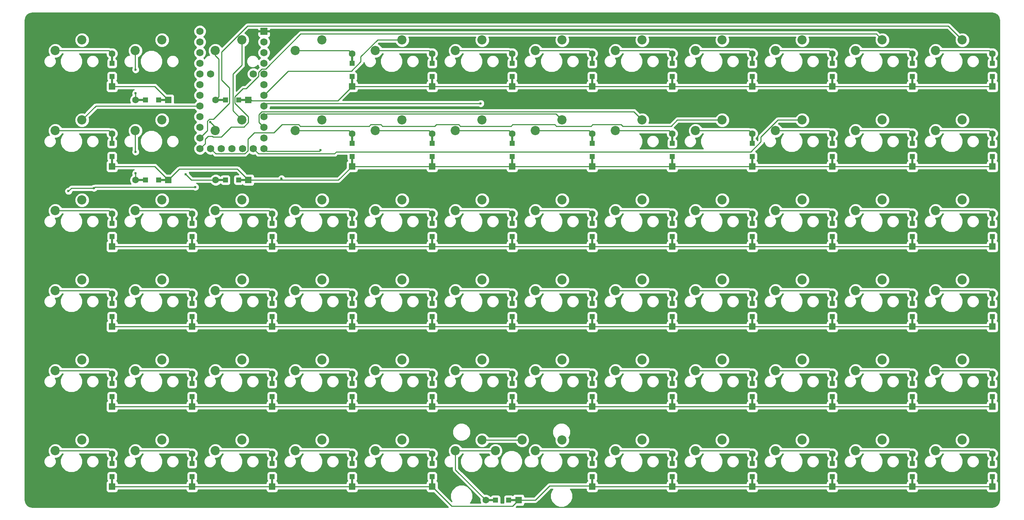
<source format=gtl>
G04 #@! TF.FileFunction,Copper,L1,Top,Signal*
%FSLAX46Y46*%
G04 Gerber Fmt 4.6, Leading zero omitted, Abs format (unit mm)*
G04 Created by KiCad (PCBNEW 4.0.7) date 09/04/18 16:32:22*
%MOMM*%
%LPD*%
G01*
G04 APERTURE LIST*
%ADD10C,0.100000*%
%ADD11R,1.200000X1.200000*%
%ADD12R,1.600000X1.600000*%
%ADD13C,1.600000*%
%ADD14R,0.500000X2.500000*%
%ADD15R,2.500000X0.500000*%
%ADD16C,2.200000*%
%ADD17R,1.752600X1.752600*%
%ADD18C,1.752600*%
%ADD19C,0.600000*%
%ADD20C,0.250000*%
%ADD21C,0.254000*%
G04 APERTURE END LIST*
D10*
D11*
X47466200Y-43192500D03*
X47466200Y-46342500D03*
D12*
X47466200Y-48667500D03*
D13*
X47466200Y-40867500D03*
D14*
X47466200Y-47467500D03*
X47466200Y-42067500D03*
D11*
X55416200Y-51911200D03*
X58566200Y-51911200D03*
D12*
X60891200Y-51911200D03*
D13*
X53091200Y-51911200D03*
D15*
X59691200Y-51911200D03*
X54291200Y-51911200D03*
D11*
X74466200Y-51911200D03*
X77616200Y-51911200D03*
D12*
X79941200Y-51911200D03*
D13*
X72141200Y-51911200D03*
D15*
X78741200Y-51911200D03*
X73341200Y-51911200D03*
D11*
X104616000Y-43192500D03*
X104616000Y-46342500D03*
D12*
X104616000Y-48667500D03*
D13*
X104616000Y-40867500D03*
D14*
X104616000Y-47467500D03*
X104616000Y-42067500D03*
D11*
X123666000Y-43192500D03*
X123666000Y-46342500D03*
D12*
X123666000Y-48667500D03*
D13*
X123666000Y-40867500D03*
D14*
X123666000Y-47467500D03*
X123666000Y-42067500D03*
D11*
X142716000Y-43192500D03*
X142716000Y-46342500D03*
D12*
X142716000Y-48667500D03*
D13*
X142716000Y-40867500D03*
D14*
X142716000Y-47467500D03*
X142716000Y-42067500D03*
D11*
X161766000Y-43192500D03*
X161766000Y-46342500D03*
D12*
X161766000Y-48667500D03*
D13*
X161766000Y-40867500D03*
D14*
X161766000Y-47467500D03*
X161766000Y-42067500D03*
D11*
X180816000Y-43192500D03*
X180816000Y-46342500D03*
D12*
X180816000Y-48667500D03*
D13*
X180816000Y-40867500D03*
D14*
X180816000Y-47467500D03*
X180816000Y-42067500D03*
D11*
X199866000Y-43192500D03*
X199866000Y-46342500D03*
D12*
X199866000Y-48667500D03*
D13*
X199866000Y-40867500D03*
D14*
X199866000Y-47467500D03*
X199866000Y-42067500D03*
D11*
X218916000Y-43192500D03*
X218916000Y-46342500D03*
D12*
X218916000Y-48667500D03*
D13*
X218916000Y-40867500D03*
D14*
X218916000Y-47467500D03*
X218916000Y-42067500D03*
D11*
X237966000Y-43192500D03*
X237966000Y-46342500D03*
D12*
X237966000Y-48667500D03*
D13*
X237966000Y-40867500D03*
D14*
X237966000Y-47467500D03*
X237966000Y-42067500D03*
D11*
X257016000Y-43192500D03*
X257016000Y-46342500D03*
D12*
X257016000Y-48667500D03*
D13*
X257016000Y-40867500D03*
D14*
X257016000Y-47467500D03*
X257016000Y-42067500D03*
D11*
X47466200Y-62242500D03*
X47466200Y-65392500D03*
D12*
X47466200Y-67717500D03*
D13*
X47466200Y-59917500D03*
D14*
X47466200Y-66517500D03*
X47466200Y-61117500D03*
D11*
X55416200Y-70961200D03*
X58566200Y-70961200D03*
D12*
X60891200Y-70961200D03*
D13*
X53091200Y-70961200D03*
D15*
X59691200Y-70961200D03*
X54291200Y-70961200D03*
D11*
X74466200Y-70961200D03*
X77616200Y-70961200D03*
D12*
X79941200Y-70961200D03*
D13*
X72141200Y-70961200D03*
D15*
X78741200Y-70961200D03*
X73341200Y-70961200D03*
D11*
X104616000Y-62242500D03*
X104616000Y-65392500D03*
D12*
X104616000Y-67717500D03*
D13*
X104616000Y-59917500D03*
D14*
X104616000Y-66517500D03*
X104616000Y-61117500D03*
D11*
X123666000Y-62242500D03*
X123666000Y-65392500D03*
D12*
X123666000Y-67717500D03*
D13*
X123666000Y-59917500D03*
D14*
X123666000Y-66517500D03*
X123666000Y-61117500D03*
D11*
X142716000Y-62242500D03*
X142716000Y-65392500D03*
D12*
X142716000Y-67717500D03*
D13*
X142716000Y-59917500D03*
D14*
X142716000Y-66517500D03*
X142716000Y-61117500D03*
D11*
X161766000Y-62242500D03*
X161766000Y-65392500D03*
D12*
X161766000Y-67717500D03*
D13*
X161766000Y-59917500D03*
D14*
X161766000Y-66517500D03*
X161766000Y-61117500D03*
D11*
X180816000Y-62242500D03*
X180816000Y-65392500D03*
D12*
X180816000Y-67717500D03*
D13*
X180816000Y-59917500D03*
D14*
X180816000Y-66517500D03*
X180816000Y-61117500D03*
D11*
X199866000Y-62242500D03*
X199866000Y-65392500D03*
D12*
X199866000Y-67717500D03*
D13*
X199866000Y-59917500D03*
D14*
X199866000Y-66517500D03*
X199866000Y-61117500D03*
D11*
X218916000Y-62242500D03*
X218916000Y-65392500D03*
D12*
X218916000Y-67717500D03*
D13*
X218916000Y-59917500D03*
D14*
X218916000Y-66517500D03*
X218916000Y-61117500D03*
D11*
X237966000Y-62242500D03*
X237966000Y-65392500D03*
D12*
X237966000Y-67717500D03*
D13*
X237966000Y-59917500D03*
D14*
X237966000Y-66517500D03*
X237966000Y-61117500D03*
D11*
X257016000Y-62242500D03*
X257016000Y-65392500D03*
D12*
X257016000Y-67717500D03*
D13*
X257016000Y-59917500D03*
D14*
X257016000Y-66517500D03*
X257016000Y-61117500D03*
D11*
X47466200Y-81292500D03*
X47466200Y-84442500D03*
D12*
X47466200Y-86767500D03*
D13*
X47466200Y-78967500D03*
D14*
X47466200Y-85567500D03*
X47466200Y-80167500D03*
D11*
X66516200Y-81292500D03*
X66516200Y-84442500D03*
D12*
X66516200Y-86767500D03*
D13*
X66516200Y-78967500D03*
D14*
X66516200Y-85567500D03*
X66516200Y-80167500D03*
D11*
X85566200Y-81292500D03*
X85566200Y-84442500D03*
D12*
X85566200Y-86767500D03*
D13*
X85566200Y-78967500D03*
D14*
X85566200Y-85567500D03*
X85566200Y-80167500D03*
D11*
X104616000Y-81292500D03*
X104616000Y-84442500D03*
D12*
X104616000Y-86767500D03*
D13*
X104616000Y-78967500D03*
D14*
X104616000Y-85567500D03*
X104616000Y-80167500D03*
D11*
X123666000Y-81292500D03*
X123666000Y-84442500D03*
D12*
X123666000Y-86767500D03*
D13*
X123666000Y-78967500D03*
D14*
X123666000Y-85567500D03*
X123666000Y-80167500D03*
D11*
X142716000Y-81292500D03*
X142716000Y-84442500D03*
D12*
X142716000Y-86767500D03*
D13*
X142716000Y-78967500D03*
D14*
X142716000Y-85567500D03*
X142716000Y-80167500D03*
D11*
X161766000Y-81292500D03*
X161766000Y-84442500D03*
D12*
X161766000Y-86767500D03*
D13*
X161766000Y-78967500D03*
D14*
X161766000Y-85567500D03*
X161766000Y-80167500D03*
D11*
X180816000Y-81292500D03*
X180816000Y-84442500D03*
D12*
X180816000Y-86767500D03*
D13*
X180816000Y-78967500D03*
D14*
X180816000Y-85567500D03*
X180816000Y-80167500D03*
D11*
X199866000Y-81292500D03*
X199866000Y-84442500D03*
D12*
X199866000Y-86767500D03*
D13*
X199866000Y-78967500D03*
D14*
X199866000Y-85567500D03*
X199866000Y-80167500D03*
D11*
X218916000Y-81292500D03*
X218916000Y-84442500D03*
D12*
X218916000Y-86767500D03*
D13*
X218916000Y-78967500D03*
D14*
X218916000Y-85567500D03*
X218916000Y-80167500D03*
D11*
X237966000Y-81292500D03*
X237966000Y-84442500D03*
D12*
X237966000Y-86767500D03*
D13*
X237966000Y-78967500D03*
D14*
X237966000Y-85567500D03*
X237966000Y-80167500D03*
D11*
X257016000Y-81292500D03*
X257016000Y-84442500D03*
D12*
X257016000Y-86767500D03*
D13*
X257016000Y-78967500D03*
D14*
X257016000Y-85567500D03*
X257016000Y-80167500D03*
D11*
X47466200Y-100343000D03*
X47466200Y-103493000D03*
D12*
X47466200Y-105818000D03*
D13*
X47466200Y-98018000D03*
D14*
X47466200Y-104618000D03*
X47466200Y-99218000D03*
D11*
X66516200Y-100343000D03*
X66516200Y-103493000D03*
D12*
X66516200Y-105818000D03*
D13*
X66516200Y-98018000D03*
D14*
X66516200Y-104618000D03*
X66516200Y-99218000D03*
D11*
X85566200Y-100343000D03*
X85566200Y-103493000D03*
D12*
X85566200Y-105818000D03*
D13*
X85566200Y-98018000D03*
D14*
X85566200Y-104618000D03*
X85566200Y-99218000D03*
D11*
X104616000Y-100343000D03*
X104616000Y-103493000D03*
D12*
X104616000Y-105818000D03*
D13*
X104616000Y-98018000D03*
D14*
X104616000Y-104618000D03*
X104616000Y-99218000D03*
D11*
X123666000Y-100343000D03*
X123666000Y-103493000D03*
D12*
X123666000Y-105818000D03*
D13*
X123666000Y-98018000D03*
D14*
X123666000Y-104618000D03*
X123666000Y-99218000D03*
D11*
X142716000Y-100343000D03*
X142716000Y-103493000D03*
D12*
X142716000Y-105818000D03*
D13*
X142716000Y-98018000D03*
D14*
X142716000Y-104618000D03*
X142716000Y-99218000D03*
D11*
X161766000Y-100343000D03*
X161766000Y-103493000D03*
D12*
X161766000Y-105818000D03*
D13*
X161766000Y-98018000D03*
D14*
X161766000Y-104618000D03*
X161766000Y-99218000D03*
D11*
X180816000Y-100343000D03*
X180816000Y-103493000D03*
D12*
X180816000Y-105818000D03*
D13*
X180816000Y-98018000D03*
D14*
X180816000Y-104618000D03*
X180816000Y-99218000D03*
D11*
X199866000Y-100343000D03*
X199866000Y-103493000D03*
D12*
X199866000Y-105818000D03*
D13*
X199866000Y-98018000D03*
D14*
X199866000Y-104618000D03*
X199866000Y-99218000D03*
D11*
X218916000Y-100343000D03*
X218916000Y-103493000D03*
D12*
X218916000Y-105818000D03*
D13*
X218916000Y-98018000D03*
D14*
X218916000Y-104618000D03*
X218916000Y-99218000D03*
D11*
X237966000Y-100343000D03*
X237966000Y-103493000D03*
D12*
X237966000Y-105818000D03*
D13*
X237966000Y-98018000D03*
D14*
X237966000Y-104618000D03*
X237966000Y-99218000D03*
D11*
X257016000Y-100343000D03*
X257016000Y-103493000D03*
D12*
X257016000Y-105818000D03*
D13*
X257016000Y-98018000D03*
D14*
X257016000Y-104618000D03*
X257016000Y-99218000D03*
D11*
X47466200Y-119393000D03*
X47466200Y-122543000D03*
D12*
X47466200Y-124868000D03*
D13*
X47466200Y-117068000D03*
D14*
X47466200Y-123668000D03*
X47466200Y-118268000D03*
D11*
X66516200Y-119393000D03*
X66516200Y-122543000D03*
D12*
X66516200Y-124868000D03*
D13*
X66516200Y-117068000D03*
D14*
X66516200Y-123668000D03*
X66516200Y-118268000D03*
D11*
X85566200Y-119393000D03*
X85566200Y-122543000D03*
D12*
X85566200Y-124868000D03*
D13*
X85566200Y-117068000D03*
D14*
X85566200Y-123668000D03*
X85566200Y-118268000D03*
D11*
X104616000Y-119393000D03*
X104616000Y-122543000D03*
D12*
X104616000Y-124868000D03*
D13*
X104616000Y-117068000D03*
D14*
X104616000Y-123668000D03*
X104616000Y-118268000D03*
D11*
X123666000Y-119393000D03*
X123666000Y-122543000D03*
D12*
X123666000Y-124868000D03*
D13*
X123666000Y-117068000D03*
D14*
X123666000Y-123668000D03*
X123666000Y-118268000D03*
D11*
X142716000Y-119393000D03*
X142716000Y-122543000D03*
D12*
X142716000Y-124868000D03*
D13*
X142716000Y-117068000D03*
D14*
X142716000Y-123668000D03*
X142716000Y-118268000D03*
D11*
X161766000Y-119393000D03*
X161766000Y-122543000D03*
D12*
X161766000Y-124868000D03*
D13*
X161766000Y-117068000D03*
D14*
X161766000Y-123668000D03*
X161766000Y-118268000D03*
D11*
X180816000Y-119393000D03*
X180816000Y-122543000D03*
D12*
X180816000Y-124868000D03*
D13*
X180816000Y-117068000D03*
D14*
X180816000Y-123668000D03*
X180816000Y-118268000D03*
D11*
X199866000Y-119393000D03*
X199866000Y-122543000D03*
D12*
X199866000Y-124868000D03*
D13*
X199866000Y-117068000D03*
D14*
X199866000Y-123668000D03*
X199866000Y-118268000D03*
D11*
X218916000Y-119393000D03*
X218916000Y-122543000D03*
D12*
X218916000Y-124868000D03*
D13*
X218916000Y-117068000D03*
D14*
X218916000Y-123668000D03*
X218916000Y-118268000D03*
D11*
X237966000Y-119393000D03*
X237966000Y-122543000D03*
D12*
X237966000Y-124868000D03*
D13*
X237966000Y-117068000D03*
D14*
X237966000Y-123668000D03*
X237966000Y-118268000D03*
D11*
X257016000Y-119393000D03*
X257016000Y-122543000D03*
D12*
X257016000Y-124868000D03*
D13*
X257016000Y-117068000D03*
D14*
X257016000Y-123668000D03*
X257016000Y-118268000D03*
D11*
X47466200Y-138443000D03*
X47466200Y-141593000D03*
D12*
X47466200Y-143918000D03*
D13*
X47466200Y-136118000D03*
D14*
X47466200Y-142718000D03*
X47466200Y-137318000D03*
D11*
X66516200Y-138443000D03*
X66516200Y-141593000D03*
D12*
X66516200Y-143918000D03*
D13*
X66516200Y-136118000D03*
D14*
X66516200Y-142718000D03*
X66516200Y-137318000D03*
D11*
X85566200Y-138443000D03*
X85566200Y-141593000D03*
D12*
X85566200Y-143918000D03*
D13*
X85566200Y-136118000D03*
D14*
X85566200Y-142718000D03*
X85566200Y-137318000D03*
D11*
X104616000Y-138443000D03*
X104616000Y-141593000D03*
D12*
X104616000Y-143918000D03*
D13*
X104616000Y-136118000D03*
D14*
X104616000Y-142718000D03*
X104616000Y-137318000D03*
D11*
X123666000Y-138443000D03*
X123666000Y-141593000D03*
D12*
X123666000Y-143918000D03*
D13*
X123666000Y-136118000D03*
D14*
X123666000Y-142718000D03*
X123666000Y-137318000D03*
D11*
X138760000Y-147161000D03*
X141910000Y-147161000D03*
D12*
X144235000Y-147161000D03*
D13*
X136435000Y-147161000D03*
D15*
X143035000Y-147161000D03*
X137635000Y-147161000D03*
D11*
X161766000Y-138443000D03*
X161766000Y-141593000D03*
D12*
X161766000Y-143918000D03*
D13*
X161766000Y-136118000D03*
D14*
X161766000Y-142718000D03*
X161766000Y-137318000D03*
D11*
X180816000Y-138443000D03*
X180816000Y-141593000D03*
D12*
X180816000Y-143918000D03*
D13*
X180816000Y-136118000D03*
D14*
X180816000Y-142718000D03*
X180816000Y-137318000D03*
D11*
X199866000Y-138443000D03*
X199866000Y-141593000D03*
D12*
X199866000Y-143918000D03*
D13*
X199866000Y-136118000D03*
D14*
X199866000Y-142718000D03*
X199866000Y-137318000D03*
D11*
X218916000Y-138443000D03*
X218916000Y-141593000D03*
D12*
X218916000Y-143918000D03*
D13*
X218916000Y-136118000D03*
D14*
X218916000Y-142718000D03*
X218916000Y-137318000D03*
D11*
X237966000Y-138443000D03*
X237966000Y-141593000D03*
D12*
X237966000Y-143918000D03*
D13*
X237966000Y-136118000D03*
D14*
X237966000Y-142718000D03*
X237966000Y-137318000D03*
D11*
X257016000Y-138443000D03*
X257016000Y-141593000D03*
D12*
X257016000Y-143918000D03*
D13*
X257016000Y-136118000D03*
D14*
X257016000Y-142718000D03*
X257016000Y-137318000D03*
D16*
X40322500Y-37623800D03*
X33972500Y-40163800D03*
X59372500Y-37623800D03*
X53022500Y-40163800D03*
X78422500Y-37623800D03*
X72072500Y-40163800D03*
X97472500Y-37623800D03*
X91122500Y-40163800D03*
X116522000Y-37623800D03*
X110172000Y-40163800D03*
X135572000Y-37623800D03*
X129222000Y-40163800D03*
X154622000Y-37623800D03*
X148272000Y-40163800D03*
X173672000Y-37623800D03*
X167322000Y-40163800D03*
X192722000Y-37623800D03*
X186372000Y-40163800D03*
X211772000Y-37623800D03*
X205422000Y-40163800D03*
X230822000Y-37623800D03*
X224472000Y-40163800D03*
X249872000Y-37623800D03*
X243522000Y-40163800D03*
X40322500Y-56673800D03*
X33972500Y-59213800D03*
X59372500Y-56673800D03*
X53022500Y-59213800D03*
X78422500Y-56673800D03*
X72072500Y-59213800D03*
X97472500Y-56673800D03*
X91122500Y-59213800D03*
X116522000Y-56673800D03*
X110172000Y-59213800D03*
X135572000Y-56673800D03*
X129222000Y-59213800D03*
X154622000Y-56673800D03*
X148272000Y-59213800D03*
X173672000Y-56673800D03*
X167322000Y-59213800D03*
X192722000Y-56673800D03*
X186372000Y-59213800D03*
X211772000Y-56673800D03*
X205422000Y-59213800D03*
X230822000Y-56673800D03*
X224472000Y-59213800D03*
X249872000Y-56673800D03*
X243522000Y-59213800D03*
X40322500Y-75723800D03*
X33972500Y-78263800D03*
X59372500Y-75723800D03*
X53022500Y-78263800D03*
X78422500Y-75723800D03*
X72072500Y-78263800D03*
X97472500Y-75723800D03*
X91122500Y-78263800D03*
X116522000Y-75723800D03*
X110172000Y-78263800D03*
X135572000Y-75723800D03*
X129222000Y-78263800D03*
X154622000Y-75723800D03*
X148272000Y-78263800D03*
X173672000Y-75723800D03*
X167322000Y-78263800D03*
X192722000Y-75723800D03*
X186372000Y-78263800D03*
X211772000Y-75723800D03*
X205422000Y-78263800D03*
X230822000Y-75723800D03*
X224472000Y-78263800D03*
X249872000Y-75723800D03*
X243522000Y-78263800D03*
X40322500Y-94773800D03*
X33972500Y-97313800D03*
X59372500Y-94773800D03*
X53022500Y-97313800D03*
X78422500Y-94773800D03*
X72072500Y-97313800D03*
X97472500Y-94773800D03*
X91122500Y-97313800D03*
X116522000Y-94773800D03*
X110172000Y-97313800D03*
X135572000Y-94773800D03*
X129222000Y-97313800D03*
X154622000Y-94773800D03*
X148272000Y-97313800D03*
X173672000Y-94773800D03*
X167322000Y-97313800D03*
X192722000Y-94773800D03*
X186372000Y-97313800D03*
X211772000Y-94773800D03*
X205422000Y-97313800D03*
X230822000Y-94773800D03*
X224472000Y-97313800D03*
X249872000Y-94773800D03*
X243522000Y-97313800D03*
X40322500Y-113824000D03*
X33972500Y-116364000D03*
X59372500Y-113824000D03*
X53022500Y-116364000D03*
X78422500Y-113824000D03*
X72072500Y-116364000D03*
X97472500Y-113824000D03*
X91122500Y-116364000D03*
X116522000Y-113824000D03*
X110172000Y-116364000D03*
X135572000Y-113824000D03*
X129222000Y-116364000D03*
X154622000Y-113824000D03*
X148272000Y-116364000D03*
X173672000Y-113824000D03*
X167322000Y-116364000D03*
X192722000Y-113824000D03*
X186372000Y-116364000D03*
X211772000Y-113824000D03*
X205422000Y-116364000D03*
X230822000Y-113824000D03*
X224472000Y-116364000D03*
X249872000Y-113824000D03*
X243522000Y-116364000D03*
X40322500Y-132874000D03*
X33972500Y-135414000D03*
X59372500Y-132874000D03*
X53022500Y-135414000D03*
X78422500Y-132874000D03*
X72072500Y-135414000D03*
X97472500Y-132874000D03*
X91122500Y-135414000D03*
X116522000Y-132874000D03*
X110172000Y-135414000D03*
X135572000Y-132874000D03*
X129222000Y-135414000D03*
X154622000Y-132874000D03*
X148272000Y-135414000D03*
X173672000Y-132874000D03*
X167322000Y-135414000D03*
X192722000Y-132874000D03*
X186372000Y-135414000D03*
X211772000Y-132874000D03*
X205422000Y-135414000D03*
X230822000Y-132874000D03*
X224472000Y-135414000D03*
X249872000Y-132874000D03*
X243522000Y-135414000D03*
D17*
X83661200Y-35560000D03*
D18*
X83661200Y-38100000D03*
X83661200Y-40640000D03*
X83661200Y-43180000D03*
X83661200Y-45720000D03*
X83661200Y-48260000D03*
X83661200Y-50800000D03*
X83661200Y-53340000D03*
X83661200Y-55880000D03*
X83661200Y-58420000D03*
X83661200Y-60960000D03*
X83661200Y-63500000D03*
X81121200Y-63500000D03*
X78581200Y-63500000D03*
X76041200Y-63500000D03*
X73501200Y-63500000D03*
X70961200Y-63500000D03*
X68421200Y-63500000D03*
X68421200Y-60960000D03*
X68421200Y-58420000D03*
X68421200Y-55880000D03*
X68421200Y-53340000D03*
X68421200Y-50800000D03*
X68421200Y-48260000D03*
X68421200Y-45720000D03*
X68421200Y-43180000D03*
X68421200Y-40640000D03*
X68421200Y-38100000D03*
X68421200Y-35560000D03*
X70961200Y-45720000D03*
X81121200Y-45720000D03*
D16*
X145098000Y-132874000D03*
X138748000Y-135414000D03*
D19*
X53086000Y-50292000D03*
X53086000Y-44704000D03*
X87817000Y-70629600D03*
X53086000Y-69342000D03*
X53086000Y-64262000D03*
X70866000Y-57150000D03*
X65024000Y-69596000D03*
X97069900Y-63888300D03*
X135230600Y-52740000D03*
X67310000Y-72644000D03*
X43180000Y-72898000D03*
X37110300Y-73611200D03*
D20*
X46762500Y-40163800D02*
X47466200Y-40867500D01*
X33972500Y-40163800D02*
X46762500Y-40163800D01*
X47466200Y-40867500D02*
X47466200Y-42067500D01*
X47466200Y-42067500D02*
X47466200Y-43192500D01*
X237966000Y-48667500D02*
X257016000Y-48667500D01*
X218916000Y-48667500D02*
X237966000Y-48667500D01*
X199866000Y-48667500D02*
X218916000Y-48667500D01*
X180816000Y-48667500D02*
X199866000Y-48667500D01*
X161766000Y-48667500D02*
X180816000Y-48667500D01*
X142716000Y-48667500D02*
X161766000Y-48667500D01*
X123666000Y-48667500D02*
X142716000Y-48667500D01*
X104616000Y-48667500D02*
X123666000Y-48667500D01*
X101214000Y-52070000D02*
X104616000Y-48667500D01*
X80772000Y-52070000D02*
X101214000Y-52070000D01*
X80613200Y-51911200D02*
X80772000Y-52070000D01*
X79941200Y-51911200D02*
X80613200Y-51911200D01*
X257016000Y-46342500D02*
X257016000Y-47467500D01*
X257016000Y-47467500D02*
X257016000Y-48667500D01*
X237966000Y-46342500D02*
X237966000Y-47467500D01*
X237966000Y-47467500D02*
X237966000Y-48667500D01*
X218916000Y-46342500D02*
X218916000Y-47467500D01*
X218916000Y-47467500D02*
X218916000Y-48667500D01*
X199866000Y-46342500D02*
X199866000Y-47467500D01*
X199866000Y-47467500D02*
X199866000Y-48667500D01*
X180816000Y-46342500D02*
X180816000Y-47467500D01*
X180816000Y-47467500D02*
X180816000Y-48667500D01*
X161766000Y-46342500D02*
X161766000Y-47467500D01*
X161766000Y-47467500D02*
X161766000Y-48667500D01*
X142716000Y-46342500D02*
X142716000Y-47467500D01*
X142716000Y-47467500D02*
X142716000Y-48667500D01*
X123666000Y-46342500D02*
X123666000Y-47467500D01*
X123666000Y-47467500D02*
X123666000Y-48667500D01*
X104616000Y-46342500D02*
X104616000Y-47467500D01*
X104616000Y-47467500D02*
X104616000Y-48667500D01*
X79941200Y-51911200D02*
X78741200Y-51911200D01*
X78741200Y-51911200D02*
X77616200Y-51911200D01*
X60891200Y-51911200D02*
X59691200Y-51911200D01*
X59691200Y-51911200D02*
X58566200Y-51911200D01*
X57647500Y-48667500D02*
X60891200Y-51911200D01*
X47466200Y-48667500D02*
X57647500Y-48667500D01*
X47466200Y-48255100D02*
X47466200Y-47467500D01*
X47466200Y-47467500D02*
X47466200Y-46342500D01*
X47466200Y-48255100D02*
X47466200Y-48667500D01*
X53022500Y-44640500D02*
X53086000Y-44704000D01*
X53022500Y-40163800D02*
X53022500Y-44640500D01*
X53091200Y-50297200D02*
X53091200Y-51911200D01*
X53086000Y-50292000D02*
X53091200Y-50297200D01*
X53503600Y-51911200D02*
X54291200Y-51911200D01*
X54291200Y-51911200D02*
X55416200Y-51911200D01*
X53503600Y-51911200D02*
X53091200Y-51911200D01*
X72898000Y-51154500D02*
X72141200Y-51911200D01*
X72898000Y-42164000D02*
X72898000Y-51154500D01*
X72072500Y-41338500D02*
X72898000Y-42164000D01*
X72072500Y-40163800D02*
X72072500Y-41338500D01*
X72141200Y-51911200D02*
X73341200Y-51911200D01*
X73341200Y-51911200D02*
X74466200Y-51911200D01*
X103912000Y-40163800D02*
X104616000Y-40867500D01*
X91122500Y-40163800D02*
X103912000Y-40163800D01*
X104616000Y-43192500D02*
X104616000Y-42067500D01*
X104616000Y-42067500D02*
X104616000Y-40867500D01*
X122962000Y-40163800D02*
X123666000Y-40867500D01*
X110172000Y-40163800D02*
X122962000Y-40163800D01*
X123666000Y-43192500D02*
X123666000Y-42067500D01*
X123666000Y-42067500D02*
X123666000Y-40867500D01*
X142012000Y-40163800D02*
X142716000Y-40867500D01*
X129222000Y-40163800D02*
X142012000Y-40163800D01*
X142716000Y-43192500D02*
X142716000Y-42067500D01*
X142716000Y-42067500D02*
X142716000Y-40867500D01*
X161062000Y-40163800D02*
X161766000Y-40867500D01*
X148272000Y-40163800D02*
X161062000Y-40163800D01*
X161766000Y-43192500D02*
X161766000Y-42067500D01*
X161766000Y-42067500D02*
X161766000Y-40867500D01*
X180112000Y-40163800D02*
X180816000Y-40867500D01*
X167322000Y-40163800D02*
X180112000Y-40163800D01*
X180816000Y-43192500D02*
X180816000Y-42067500D01*
X180816000Y-42067500D02*
X180816000Y-40867500D01*
X199162000Y-40163800D02*
X199866000Y-40867500D01*
X186372000Y-40163800D02*
X199162000Y-40163800D01*
X199866000Y-43192500D02*
X199866000Y-42067500D01*
X199866000Y-42067500D02*
X199866000Y-40867500D01*
X218212000Y-40163800D02*
X218916000Y-40867500D01*
X205422000Y-40163800D02*
X218212000Y-40163800D01*
X218916000Y-43192500D02*
X218916000Y-42067500D01*
X218916000Y-42067500D02*
X218916000Y-40867500D01*
X237262000Y-40163800D02*
X237966000Y-40867500D01*
X224472000Y-40163800D02*
X237262000Y-40163800D01*
X237966000Y-43192500D02*
X237966000Y-42067500D01*
X237966000Y-42067500D02*
X237966000Y-40867500D01*
X256312000Y-40163800D02*
X257016000Y-40867500D01*
X243522000Y-40163800D02*
X256312000Y-40163800D01*
X257016000Y-43192500D02*
X257016000Y-42067500D01*
X257016000Y-42067500D02*
X257016000Y-40867500D01*
X46762500Y-59213800D02*
X47466200Y-59917500D01*
X33972500Y-59213800D02*
X46762500Y-59213800D01*
X47466200Y-59917500D02*
X47466200Y-61117500D01*
X47466200Y-61117500D02*
X47466200Y-62242500D01*
X218916000Y-67717500D02*
X237966000Y-67717500D01*
X237966000Y-67717500D02*
X257016000Y-67717500D01*
X218916000Y-67717500D02*
X199866000Y-67717500D01*
X199866000Y-67717500D02*
X180816000Y-67717500D01*
X180816000Y-67717500D02*
X161766000Y-67717500D01*
X161766000Y-67717500D02*
X142716000Y-67717500D01*
X142716000Y-67717500D02*
X123666000Y-67717500D01*
X123666000Y-67717500D02*
X104616000Y-67717500D01*
X257016000Y-65392500D02*
X257016000Y-66517500D01*
X257016000Y-66517500D02*
X257016000Y-67717500D01*
X237966000Y-65392500D02*
X237966000Y-66517500D01*
X237966000Y-66517500D02*
X237966000Y-67717500D01*
X218916000Y-65392500D02*
X218916000Y-66517500D01*
X218916000Y-66517500D02*
X218916000Y-67717500D01*
X199866000Y-65392500D02*
X199866000Y-66517500D01*
X199866000Y-66517500D02*
X199866000Y-67717500D01*
X180816000Y-65392500D02*
X180816000Y-66517500D01*
X180816000Y-66517500D02*
X180816000Y-67717500D01*
X161766000Y-65392500D02*
X161766000Y-66517500D01*
X161766000Y-66517500D02*
X161766000Y-67717500D01*
X142716000Y-65392500D02*
X142716000Y-66517500D01*
X142716000Y-66517500D02*
X142716000Y-67717500D01*
X123666000Y-65392500D02*
X123666000Y-66517500D01*
X123666000Y-66517500D02*
X123666000Y-67717500D01*
X104616000Y-65392500D02*
X104616000Y-66517500D01*
X104616000Y-66517500D02*
X104616000Y-67717500D01*
X79941200Y-70961200D02*
X78741200Y-70961200D01*
X78741200Y-70961200D02*
X77616200Y-70961200D01*
X63526500Y-68326000D02*
X60891200Y-70961200D01*
X77306000Y-68326000D02*
X63526500Y-68326000D01*
X79941200Y-70961200D02*
X77306000Y-68326000D01*
X60478900Y-70961200D02*
X59691200Y-70961200D01*
X59691200Y-70961200D02*
X58566200Y-70961200D01*
X60478900Y-70961200D02*
X60891200Y-70961200D01*
X57647500Y-67717500D02*
X60891200Y-70961200D01*
X47466200Y-67717500D02*
X57647500Y-67717500D01*
X47466200Y-67305100D02*
X47466200Y-66517500D01*
X47466200Y-66517500D02*
X47466200Y-65392500D01*
X47466200Y-67305100D02*
X47466200Y-67717500D01*
X101372000Y-70961200D02*
X88106800Y-70961200D01*
X104616000Y-67717500D02*
X101372000Y-70961200D01*
X88106800Y-70961200D02*
X79941200Y-70961200D01*
X87817000Y-70671400D02*
X87817000Y-70629600D01*
X88106800Y-70961200D02*
X87817000Y-70671400D01*
X53022500Y-64198500D02*
X53086000Y-64262000D01*
X53022500Y-59213800D02*
X53022500Y-64198500D01*
X53091200Y-69347200D02*
X53091200Y-70961200D01*
X53086000Y-69342000D02*
X53091200Y-69347200D01*
X53503600Y-70961200D02*
X54291200Y-70961200D01*
X54291200Y-70961200D02*
X55416200Y-70961200D01*
X53503600Y-70961200D02*
X53091200Y-70961200D01*
X72072500Y-58356500D02*
X70866000Y-57150000D01*
X72072500Y-59213800D02*
X72072500Y-58356500D01*
X66389200Y-70961200D02*
X72141200Y-70961200D01*
X65024000Y-69596000D02*
X66389200Y-70961200D01*
X72141200Y-70961200D02*
X73341200Y-70961200D01*
X73341200Y-70961200D02*
X74466200Y-70961200D01*
X103912000Y-59213800D02*
X104616000Y-59917500D01*
X91122500Y-59213800D02*
X103912000Y-59213800D01*
X104616000Y-62242500D02*
X104616000Y-61117500D01*
X104616000Y-61117500D02*
X104616000Y-59917500D01*
X122962000Y-59213800D02*
X123666000Y-59917500D01*
X110172000Y-59213800D02*
X122962000Y-59213800D01*
X123666000Y-62242500D02*
X123666000Y-61117500D01*
X123666000Y-61117500D02*
X123666000Y-59917500D01*
X142012000Y-59213800D02*
X142716000Y-59917500D01*
X129222000Y-59213800D02*
X142012000Y-59213800D01*
X142716000Y-62242500D02*
X142716000Y-61117500D01*
X142716000Y-61117500D02*
X142716000Y-59917500D01*
X161062000Y-59213800D02*
X161766000Y-59917500D01*
X148272000Y-59213800D02*
X161062000Y-59213800D01*
X161766000Y-62242500D02*
X161766000Y-61117500D01*
X161766000Y-61117500D02*
X161766000Y-59917500D01*
X180112000Y-59213800D02*
X180816000Y-59917500D01*
X167322000Y-59213800D02*
X180112000Y-59213800D01*
X180816000Y-62242500D02*
X180816000Y-61117500D01*
X180816000Y-61117500D02*
X180816000Y-59917500D01*
X199162000Y-59213800D02*
X199866000Y-59917500D01*
X186372000Y-59213800D02*
X199162000Y-59213800D01*
X199866000Y-62242500D02*
X199866000Y-61117500D01*
X199866000Y-61117500D02*
X199866000Y-59917500D01*
X218212000Y-59213800D02*
X218916000Y-59917500D01*
X205422000Y-59213800D02*
X218212000Y-59213800D01*
X218916000Y-62242500D02*
X218916000Y-61117500D01*
X218916000Y-61117500D02*
X218916000Y-59917500D01*
X237262000Y-59213800D02*
X237966000Y-59917500D01*
X224472000Y-59213800D02*
X237262000Y-59213800D01*
X237966000Y-62242500D02*
X237966000Y-61117500D01*
X237966000Y-61117500D02*
X237966000Y-59917500D01*
X256312000Y-59213800D02*
X257016000Y-59917500D01*
X243522000Y-59213800D02*
X256312000Y-59213800D01*
X257016000Y-62242500D02*
X257016000Y-61117500D01*
X257016000Y-61117500D02*
X257016000Y-59917500D01*
X46762500Y-78263800D02*
X47466200Y-78967500D01*
X33972500Y-78263800D02*
X46762500Y-78263800D01*
X47466200Y-78967500D02*
X47466200Y-80167500D01*
X47466200Y-80167500D02*
X47466200Y-81292500D01*
X161766000Y-86767500D02*
X180816000Y-86767500D01*
X123666000Y-86767500D02*
X142716000Y-86767500D01*
X85566200Y-86767500D02*
X104616000Y-86767500D01*
X218916000Y-86767500D02*
X237966000Y-86767500D01*
X257016000Y-86167500D02*
X257016000Y-86767500D01*
X257016000Y-86167500D02*
X257016000Y-85567500D01*
X257016000Y-85567500D02*
X257016000Y-84442500D01*
X237966000Y-86767500D02*
X257016000Y-86767500D01*
X237966000Y-86355100D02*
X237966000Y-85567500D01*
X237966000Y-85567500D02*
X237966000Y-84442500D01*
X237966000Y-86355100D02*
X237966000Y-86767500D01*
X218916000Y-86355100D02*
X218916000Y-85567500D01*
X218916000Y-85567500D02*
X218916000Y-84442500D01*
X218916000Y-86355100D02*
X218916000Y-86767500D01*
X199866000Y-86767500D02*
X218916000Y-86767500D01*
X199866000Y-86355100D02*
X199866000Y-85567500D01*
X199866000Y-85567500D02*
X199866000Y-84442500D01*
X199866000Y-86355100D02*
X199866000Y-86767500D01*
X180816000Y-86767500D02*
X199866000Y-86767500D01*
X180816000Y-86355100D02*
X180816000Y-85567500D01*
X180816000Y-85567500D02*
X180816000Y-84442500D01*
X180816000Y-86355100D02*
X180816000Y-86767500D01*
X161766000Y-86355100D02*
X161766000Y-85567500D01*
X161766000Y-85567500D02*
X161766000Y-84442500D01*
X161766000Y-86355100D02*
X161766000Y-86767500D01*
X142716000Y-86767500D02*
X161766000Y-86767500D01*
X142716000Y-86355100D02*
X142716000Y-85567500D01*
X142716000Y-85567500D02*
X142716000Y-84442500D01*
X142716000Y-86355100D02*
X142716000Y-86767500D01*
X123666000Y-86355100D02*
X123666000Y-85567500D01*
X123666000Y-85567500D02*
X123666000Y-84442500D01*
X123666000Y-86355100D02*
X123666000Y-86767500D01*
X104616000Y-86767500D02*
X123666000Y-86767500D01*
X104616000Y-86355100D02*
X104616000Y-85567500D01*
X104616000Y-85567500D02*
X104616000Y-84442500D01*
X104616000Y-86355100D02*
X104616000Y-86767500D01*
X85566200Y-86355100D02*
X85566200Y-85567500D01*
X85566200Y-85567500D02*
X85566200Y-84442500D01*
X85566200Y-86355100D02*
X85566200Y-86767500D01*
X66516200Y-86767500D02*
X85566200Y-86767500D01*
X66516200Y-86355100D02*
X66516200Y-85567500D01*
X66516200Y-85567500D02*
X66516200Y-84442500D01*
X66516200Y-86355100D02*
X66516200Y-86767500D01*
X47466200Y-86767500D02*
X66516200Y-86767500D01*
X47466200Y-86355100D02*
X47466200Y-85567500D01*
X47466200Y-85567500D02*
X47466200Y-84442500D01*
X47466200Y-86355100D02*
X47466200Y-86767500D01*
X65812500Y-78263800D02*
X66516200Y-78967500D01*
X53022500Y-78263800D02*
X65812500Y-78263800D01*
X66516200Y-78967500D02*
X66516200Y-80167500D01*
X66516200Y-80167500D02*
X66516200Y-81292500D01*
X84862500Y-78263800D02*
X85566200Y-78967500D01*
X72072500Y-78263800D02*
X84862500Y-78263800D01*
X85566200Y-78967500D02*
X85566200Y-80167500D01*
X85566200Y-80167500D02*
X85566200Y-81292500D01*
X103912000Y-78263800D02*
X104616000Y-78967500D01*
X91122500Y-78263800D02*
X103912000Y-78263800D01*
X104616000Y-81292500D02*
X104616000Y-80167500D01*
X104616000Y-80167500D02*
X104616000Y-78967500D01*
X122962000Y-78263800D02*
X123666000Y-78967500D01*
X110172000Y-78263800D02*
X122962000Y-78263800D01*
X123666000Y-81292500D02*
X123666000Y-80167500D01*
X123666000Y-80167500D02*
X123666000Y-78967500D01*
X142012000Y-78263800D02*
X142716000Y-78967500D01*
X129222000Y-78263800D02*
X142012000Y-78263800D01*
X142716000Y-81292500D02*
X142716000Y-80167500D01*
X142716000Y-80167500D02*
X142716000Y-78967500D01*
X161062000Y-78263800D02*
X161766000Y-78967500D01*
X148272000Y-78263800D02*
X161062000Y-78263800D01*
X161766000Y-81292500D02*
X161766000Y-80167500D01*
X161766000Y-80167500D02*
X161766000Y-78967500D01*
X180112000Y-78263800D02*
X180816000Y-78967500D01*
X167322000Y-78263800D02*
X180112000Y-78263800D01*
X180816000Y-81292500D02*
X180816000Y-80167500D01*
X180816000Y-80167500D02*
X180816000Y-78967500D01*
X199162000Y-78263800D02*
X199866000Y-78967500D01*
X186372000Y-78263800D02*
X199162000Y-78263800D01*
X199866000Y-81292500D02*
X199866000Y-80167500D01*
X199866000Y-80167500D02*
X199866000Y-78967500D01*
X218212000Y-78263800D02*
X218916000Y-78967500D01*
X205422000Y-78263800D02*
X218212000Y-78263800D01*
X218916000Y-81292500D02*
X218916000Y-80167500D01*
X218916000Y-80167500D02*
X218916000Y-78967500D01*
X237262000Y-78263800D02*
X237966000Y-78967500D01*
X224472000Y-78263800D02*
X237262000Y-78263800D01*
X237966000Y-81292500D02*
X237966000Y-80167500D01*
X237966000Y-80167500D02*
X237966000Y-78967500D01*
X256312000Y-78263800D02*
X257016000Y-78967500D01*
X243522000Y-78263800D02*
X256312000Y-78263800D01*
X257016000Y-81292500D02*
X257016000Y-80167500D01*
X257016000Y-80167500D02*
X257016000Y-78967500D01*
X46762500Y-97313800D02*
X47466200Y-98017500D01*
X33972500Y-97313800D02*
X46762500Y-97313800D01*
X47466200Y-99218000D02*
X47466200Y-100343000D01*
X47466200Y-98017500D02*
X47466200Y-98018000D01*
X47466200Y-98018000D02*
X47466200Y-99218000D01*
X237966000Y-105818000D02*
X218916000Y-105818000D01*
X199866000Y-105818000D02*
X180816000Y-105818000D01*
X161766000Y-105818000D02*
X142716000Y-105818000D01*
X123666000Y-105818000D02*
X104616000Y-105818000D01*
X85566200Y-105818000D02*
X66516200Y-105818000D01*
X257016000Y-105218000D02*
X257016000Y-105818000D01*
X257016000Y-105218000D02*
X257016000Y-104618000D01*
X257016000Y-104618000D02*
X257016000Y-103493000D01*
X257016000Y-105818000D02*
X237966000Y-105818000D01*
X237966000Y-105405600D02*
X237966000Y-104618000D01*
X237966000Y-104618000D02*
X237966000Y-103493000D01*
X237966000Y-105405600D02*
X237966000Y-105818000D01*
X218916000Y-105405600D02*
X218916000Y-104618000D01*
X218916000Y-104618000D02*
X218916000Y-103493000D01*
X218916000Y-105405600D02*
X218916000Y-105818000D01*
X218916000Y-105818000D02*
X199866000Y-105818000D01*
X199866000Y-105405600D02*
X199866000Y-104618000D01*
X199866000Y-104618000D02*
X199866000Y-103493000D01*
X199866000Y-105405600D02*
X199866000Y-105818000D01*
X180816000Y-105405600D02*
X180816000Y-104618000D01*
X180816000Y-104618000D02*
X180816000Y-103493000D01*
X180816000Y-105405600D02*
X180816000Y-105818000D01*
X180816000Y-105818000D02*
X161766000Y-105818000D01*
X161766000Y-105405600D02*
X161766000Y-104618000D01*
X161766000Y-104618000D02*
X161766000Y-103493000D01*
X161766000Y-105405600D02*
X161766000Y-105818000D01*
X142716000Y-105405600D02*
X142716000Y-104618000D01*
X142716000Y-104618000D02*
X142716000Y-103493000D01*
X142716000Y-105405600D02*
X142716000Y-105818000D01*
X142716000Y-105818000D02*
X123666000Y-105818000D01*
X123666000Y-105405600D02*
X123666000Y-104618000D01*
X123666000Y-104618000D02*
X123666000Y-103493000D01*
X123666000Y-105405600D02*
X123666000Y-105818000D01*
X104616000Y-105405600D02*
X104616000Y-104618000D01*
X104616000Y-104618000D02*
X104616000Y-103493000D01*
X104616000Y-105405600D02*
X104616000Y-105818000D01*
X104616000Y-105818000D02*
X85566200Y-105818000D01*
X85566200Y-105405600D02*
X85566200Y-104618000D01*
X85566200Y-104618000D02*
X85566200Y-103493000D01*
X85566200Y-105405600D02*
X85566200Y-105818000D01*
X66516200Y-105405600D02*
X66516200Y-104618000D01*
X66516200Y-104618000D02*
X66516200Y-103493000D01*
X66516200Y-105405600D02*
X66516200Y-105818000D01*
X66516200Y-105818000D02*
X47466200Y-105818000D01*
X47466200Y-105405600D02*
X47466200Y-104618000D01*
X47466200Y-104618000D02*
X47466200Y-103493000D01*
X47466200Y-105405600D02*
X47466200Y-105818000D01*
X65812500Y-97313800D02*
X66516200Y-98017500D01*
X53022500Y-97313800D02*
X65812500Y-97313800D01*
X66516200Y-99218000D02*
X66516200Y-100343000D01*
X66516200Y-98017500D02*
X66516200Y-98018000D01*
X66516200Y-98018000D02*
X66516200Y-99218000D01*
X84862500Y-97313800D02*
X85566200Y-98017500D01*
X72072500Y-97313800D02*
X84862500Y-97313800D01*
X85566200Y-99218000D02*
X85566200Y-100343000D01*
X85566200Y-98017500D02*
X85566200Y-98018000D01*
X85566200Y-98018000D02*
X85566200Y-99218000D01*
X103912000Y-97313800D02*
X104616000Y-98017500D01*
X91122500Y-97313800D02*
X103912000Y-97313800D01*
X104616000Y-98018000D02*
X104616000Y-98017500D01*
X104616000Y-100343000D02*
X104616000Y-99218000D01*
X104616000Y-99218000D02*
X104616000Y-98018000D01*
X122962000Y-97313800D02*
X123666000Y-98017500D01*
X110172000Y-97313800D02*
X122962000Y-97313800D01*
X123666000Y-98018000D02*
X123666000Y-98017500D01*
X123666000Y-100343000D02*
X123666000Y-99218000D01*
X123666000Y-99218000D02*
X123666000Y-98018000D01*
X142012000Y-97313800D02*
X142716000Y-98017500D01*
X129222000Y-97313800D02*
X142012000Y-97313800D01*
X142716000Y-98018000D02*
X142716000Y-98017500D01*
X142716000Y-100343000D02*
X142716000Y-99218000D01*
X142716000Y-99218000D02*
X142716000Y-98018000D01*
X161062000Y-97313800D02*
X161766000Y-98017500D01*
X148272000Y-97313800D02*
X161062000Y-97313800D01*
X161766000Y-98018000D02*
X161766000Y-98017500D01*
X161766000Y-100343000D02*
X161766000Y-99218000D01*
X161766000Y-99218000D02*
X161766000Y-98018000D01*
X180112000Y-97313800D02*
X180816000Y-98017500D01*
X167322000Y-97313800D02*
X180112000Y-97313800D01*
X180816000Y-98018000D02*
X180816000Y-98017500D01*
X180816000Y-100343000D02*
X180816000Y-99218000D01*
X180816000Y-99218000D02*
X180816000Y-98018000D01*
X199162000Y-97313800D02*
X199866000Y-98017500D01*
X186372000Y-97313800D02*
X199162000Y-97313800D01*
X199866000Y-98018000D02*
X199866000Y-98017500D01*
X199866000Y-100343000D02*
X199866000Y-99218000D01*
X199866000Y-99218000D02*
X199866000Y-98018000D01*
X218212000Y-97313800D02*
X218916000Y-98017500D01*
X205422000Y-97313800D02*
X218212000Y-97313800D01*
X218916000Y-98018000D02*
X218916000Y-98017500D01*
X218916000Y-100343000D02*
X218916000Y-99218000D01*
X218916000Y-99218000D02*
X218916000Y-98018000D01*
X237262000Y-97313800D02*
X237966000Y-98017500D01*
X224472000Y-97313800D02*
X237262000Y-97313800D01*
X237966000Y-98018000D02*
X237966000Y-98017500D01*
X237966000Y-100343000D02*
X237966000Y-99218000D01*
X237966000Y-99218000D02*
X237966000Y-98018000D01*
X256312000Y-97313800D02*
X257016000Y-98017500D01*
X243522000Y-97313800D02*
X256312000Y-97313800D01*
X257016000Y-98018000D02*
X257016000Y-98017500D01*
X257016000Y-100343000D02*
X257016000Y-99218000D01*
X257016000Y-99218000D02*
X257016000Y-98018000D01*
X46762500Y-116364000D02*
X47466200Y-117068000D01*
X33972500Y-116364000D02*
X46762500Y-116364000D01*
X47466200Y-117068000D02*
X47466200Y-118268000D01*
X47466200Y-118268000D02*
X47466200Y-119393000D01*
X218916000Y-124868000D02*
X237966000Y-124868000D01*
X180816000Y-124868000D02*
X199866000Y-124868000D01*
X142716000Y-124868000D02*
X161766000Y-124868000D01*
X104616000Y-124868000D02*
X123666000Y-124868000D01*
X257016000Y-124268000D02*
X257016000Y-124868000D01*
X257016000Y-124268000D02*
X257016000Y-123668000D01*
X257016000Y-123668000D02*
X257016000Y-122543000D01*
X237966000Y-124868000D02*
X257016000Y-124868000D01*
X237966000Y-124455600D02*
X237966000Y-123668000D01*
X237966000Y-123668000D02*
X237966000Y-122543000D01*
X237966000Y-124455600D02*
X237966000Y-124868000D01*
X218916000Y-124455600D02*
X218916000Y-123668000D01*
X218916000Y-123668000D02*
X218916000Y-122543000D01*
X218916000Y-124455600D02*
X218916000Y-124868000D01*
X199866000Y-124868000D02*
X218916000Y-124868000D01*
X199866000Y-124455600D02*
X199866000Y-123668000D01*
X199866000Y-123668000D02*
X199866000Y-122543000D01*
X199866000Y-124455600D02*
X199866000Y-124868000D01*
X180816000Y-124455600D02*
X180816000Y-123668000D01*
X180816000Y-123668000D02*
X180816000Y-122543000D01*
X180816000Y-124455600D02*
X180816000Y-124868000D01*
X161766000Y-124868000D02*
X180816000Y-124868000D01*
X161766000Y-124455600D02*
X161766000Y-123668000D01*
X161766000Y-123668000D02*
X161766000Y-122543000D01*
X161766000Y-124455600D02*
X161766000Y-124868000D01*
X142716000Y-124455600D02*
X142716000Y-123668000D01*
X142716000Y-123668000D02*
X142716000Y-122543000D01*
X142716000Y-124455600D02*
X142716000Y-124868000D01*
X123666000Y-124868000D02*
X142716000Y-124868000D01*
X123666000Y-124455600D02*
X123666000Y-123668000D01*
X123666000Y-123668000D02*
X123666000Y-122543000D01*
X123666000Y-124455600D02*
X123666000Y-124868000D01*
X104616000Y-124455600D02*
X104616000Y-123668000D01*
X104616000Y-123668000D02*
X104616000Y-122543000D01*
X104616000Y-124455600D02*
X104616000Y-124868000D01*
X85566200Y-124868000D02*
X104616000Y-124868000D01*
X85566200Y-124455600D02*
X85566200Y-123668000D01*
X85566200Y-123668000D02*
X85566200Y-122543000D01*
X85566200Y-124455600D02*
X85566200Y-124868000D01*
X66516200Y-124868000D02*
X85566200Y-124868000D01*
X66516200Y-124455600D02*
X66516200Y-123668000D01*
X66516200Y-123668000D02*
X66516200Y-122543000D01*
X66516200Y-124455600D02*
X66516200Y-124868000D01*
X47466200Y-124868000D02*
X66516200Y-124868000D01*
X47466200Y-124455600D02*
X47466200Y-123668000D01*
X47466200Y-123668000D02*
X47466200Y-122543000D01*
X47466200Y-124455600D02*
X47466200Y-124868000D01*
X65812500Y-116364000D02*
X66516200Y-117068000D01*
X53022500Y-116364000D02*
X65812500Y-116364000D01*
X66516200Y-117068000D02*
X66516200Y-118268000D01*
X66516200Y-118268000D02*
X66516200Y-119393000D01*
X84862500Y-116364000D02*
X85566200Y-117068000D01*
X72072500Y-116364000D02*
X84862500Y-116364000D01*
X85566200Y-117068000D02*
X85566200Y-118268000D01*
X85566200Y-118268000D02*
X85566200Y-119393000D01*
X103912000Y-116364000D02*
X104616000Y-117068000D01*
X91122500Y-116364000D02*
X103912000Y-116364000D01*
X104616000Y-117068000D02*
X104616000Y-118268000D01*
X104616000Y-118268000D02*
X104616000Y-119393000D01*
X122962000Y-116364000D02*
X123666000Y-117068000D01*
X110172000Y-116364000D02*
X122962000Y-116364000D01*
X123666000Y-117068000D02*
X123666000Y-118268000D01*
X123666000Y-118268000D02*
X123666000Y-119393000D01*
X142012000Y-116364000D02*
X142716000Y-117068000D01*
X129222000Y-116364000D02*
X142012000Y-116364000D01*
X142716000Y-117068000D02*
X142716000Y-118268000D01*
X142716000Y-118268000D02*
X142716000Y-119393000D01*
X161062000Y-116364000D02*
X161766000Y-117068000D01*
X148272000Y-116364000D02*
X161062000Y-116364000D01*
X161766000Y-117068000D02*
X161766000Y-118268000D01*
X161766000Y-118268000D02*
X161766000Y-119393000D01*
X180112000Y-116364000D02*
X180816000Y-117068000D01*
X167322000Y-116364000D02*
X180112000Y-116364000D01*
X180816000Y-117068000D02*
X180816000Y-118268000D01*
X180816000Y-118268000D02*
X180816000Y-119393000D01*
X199162000Y-116364000D02*
X199866000Y-117068000D01*
X186372000Y-116364000D02*
X199162000Y-116364000D01*
X199866000Y-117068000D02*
X199866000Y-118268000D01*
X199866000Y-118268000D02*
X199866000Y-119393000D01*
X218212000Y-116364000D02*
X218916000Y-117068000D01*
X205422000Y-116364000D02*
X218212000Y-116364000D01*
X218916000Y-117068000D02*
X218916000Y-118268000D01*
X218916000Y-118268000D02*
X218916000Y-119393000D01*
X237262000Y-116364000D02*
X237966000Y-117068000D01*
X224472000Y-116364000D02*
X237262000Y-116364000D01*
X237966000Y-117068000D02*
X237966000Y-118268000D01*
X237966000Y-118268000D02*
X237966000Y-119393000D01*
X256312000Y-116364000D02*
X257016000Y-117068000D01*
X243522000Y-116364000D02*
X256312000Y-116364000D01*
X257016000Y-117068000D02*
X257016000Y-118268000D01*
X257016000Y-118268000D02*
X257016000Y-119393000D01*
X46762500Y-135414000D02*
X47466200Y-136118000D01*
X33972500Y-135414000D02*
X46762500Y-135414000D01*
X47466200Y-136118000D02*
X47466200Y-137318000D01*
X47466200Y-137318000D02*
X47466200Y-138443000D01*
X237966000Y-143918000D02*
X257016000Y-143918000D01*
X142806000Y-148590000D02*
X144235000Y-147161000D01*
X128339000Y-148590000D02*
X142806000Y-148590000D01*
X123666000Y-143918000D02*
X128339000Y-148590000D01*
X218916000Y-143918000D02*
X237966000Y-143918000D01*
X199866000Y-143918000D02*
X218916000Y-143918000D01*
X85566200Y-143918000D02*
X104616000Y-143918000D01*
X161766000Y-143918000D02*
X180816000Y-143918000D01*
X180816000Y-143918000D02*
X199866000Y-143918000D01*
X257016000Y-141593000D02*
X257016000Y-142718000D01*
X257016000Y-142718000D02*
X257016000Y-143918000D01*
X237966000Y-141593000D02*
X237966000Y-142718000D01*
X237966000Y-142718000D02*
X237966000Y-143918000D01*
X218916000Y-141593000D02*
X218916000Y-142718000D01*
X218916000Y-142718000D02*
X218916000Y-143918000D01*
X199866000Y-141593000D02*
X199866000Y-142718000D01*
X199866000Y-142718000D02*
X199866000Y-143918000D01*
X180816000Y-141593000D02*
X180816000Y-142718000D01*
X180816000Y-142718000D02*
X180816000Y-143918000D01*
X161613000Y-142871000D02*
X161613000Y-143764000D01*
X161766000Y-142718000D02*
X161613000Y-142871000D01*
X151638000Y-143764000D02*
X161613000Y-143764000D01*
X148241000Y-147161000D02*
X151638000Y-143764000D01*
X144235000Y-147161000D02*
X148241000Y-147161000D01*
X161613000Y-143764000D02*
X161766000Y-143918000D01*
X161766000Y-141593000D02*
X161766000Y-142718000D01*
X144235000Y-147161000D02*
X143035000Y-147161000D01*
X143035000Y-147161000D02*
X141910000Y-147161000D01*
X123666000Y-143505600D02*
X123666000Y-142718000D01*
X123666000Y-142718000D02*
X123666000Y-141593000D01*
X123666000Y-143505600D02*
X123666000Y-143918000D01*
X104616000Y-143918000D02*
X123666000Y-143918000D01*
X104616000Y-143505600D02*
X104616000Y-142718000D01*
X104616000Y-142718000D02*
X104616000Y-141593000D01*
X104616000Y-143505600D02*
X104616000Y-143918000D01*
X85566200Y-143505600D02*
X85566200Y-142718000D01*
X85566200Y-142718000D02*
X85566200Y-141593000D01*
X85566200Y-143505600D02*
X85566200Y-143918000D01*
X66516200Y-143918000D02*
X85566200Y-143918000D01*
X66516200Y-143505600D02*
X66516200Y-142718000D01*
X66516200Y-142718000D02*
X66516200Y-141593000D01*
X66516200Y-143505600D02*
X66516200Y-143918000D01*
X47466200Y-143918000D02*
X66516200Y-143918000D01*
X47466200Y-143505600D02*
X47466200Y-142718000D01*
X47466200Y-142718000D02*
X47466200Y-141593000D01*
X47466200Y-143505600D02*
X47466200Y-143918000D01*
X65812500Y-135414000D02*
X66516200Y-136118000D01*
X53022500Y-135414000D02*
X65812500Y-135414000D01*
X66516200Y-136118000D02*
X66516200Y-137318000D01*
X66516200Y-137318000D02*
X66516200Y-138443000D01*
X84862500Y-135414000D02*
X85566200Y-136118000D01*
X72072500Y-135414000D02*
X84862500Y-135414000D01*
X85566200Y-136118000D02*
X85566200Y-137318000D01*
X85566200Y-137318000D02*
X85566200Y-138443000D01*
X103912000Y-135414000D02*
X104616000Y-136118000D01*
X91122500Y-135414000D02*
X103912000Y-135414000D01*
X104616000Y-136118000D02*
X104616000Y-137318000D01*
X104616000Y-137318000D02*
X104616000Y-138443000D01*
X122962000Y-135414000D02*
X123666000Y-136118000D01*
X110172000Y-135414000D02*
X122962000Y-135414000D01*
X123666000Y-136118000D02*
X123666000Y-137318000D01*
X123666000Y-137318000D02*
X123666000Y-138443000D01*
X138748000Y-135414000D02*
X129222000Y-135414000D01*
X129222000Y-139949000D02*
X136435000Y-147161000D01*
X129222000Y-135414000D02*
X129222000Y-139949000D01*
X138760000Y-147161000D02*
X137635000Y-147161000D01*
X137635000Y-147161000D02*
X136435000Y-147161000D01*
X161062000Y-135414000D02*
X161766000Y-136118000D01*
X148272000Y-135414000D02*
X161062000Y-135414000D01*
X161766000Y-136118000D02*
X161766000Y-137318000D01*
X161766000Y-137318000D02*
X161766000Y-138443000D01*
X180112000Y-135414000D02*
X180816000Y-136118000D01*
X167322000Y-135414000D02*
X180112000Y-135414000D01*
X180816000Y-136118000D02*
X180816000Y-137318000D01*
X180816000Y-137318000D02*
X180816000Y-138443000D01*
X199162000Y-135414000D02*
X199866000Y-136118000D01*
X186372000Y-135414000D02*
X199162000Y-135414000D01*
X199866000Y-136118000D02*
X199866000Y-137318000D01*
X199866000Y-137318000D02*
X199866000Y-138443000D01*
X218212000Y-135414000D02*
X218916000Y-136118000D01*
X205422000Y-135414000D02*
X218212000Y-135414000D01*
X218916000Y-136118000D02*
X218916000Y-137318000D01*
X218916000Y-137318000D02*
X218916000Y-138443000D01*
X237262000Y-135414000D02*
X237966000Y-136118000D01*
X224472000Y-135414000D02*
X237262000Y-135414000D01*
X237966000Y-136118000D02*
X237966000Y-137318000D01*
X237966000Y-137318000D02*
X237966000Y-138443000D01*
X256312000Y-135414000D02*
X257016000Y-136118000D01*
X243522000Y-135414000D02*
X256312000Y-135414000D01*
X257016000Y-136118000D02*
X257016000Y-137318000D01*
X257016000Y-137318000D02*
X257016000Y-138443000D01*
X43656300Y-53340000D02*
X68421200Y-53340000D01*
X40322500Y-56673800D02*
X43656300Y-53340000D01*
X78422500Y-43581600D02*
X78422500Y-37623800D01*
X76240400Y-45763700D02*
X78422500Y-43581600D01*
X76240400Y-54491700D02*
X76240400Y-45763700D01*
X78422500Y-56673800D02*
X76240400Y-54491700D01*
X84292500Y-64131300D02*
X83661200Y-63500000D01*
X96826900Y-64131300D02*
X84292500Y-64131300D01*
X97069900Y-63888300D02*
X96826900Y-64131300D01*
X89432000Y-45029200D02*
X83661200Y-50800000D01*
X104448700Y-45029200D02*
X89432000Y-45029200D01*
X106683200Y-42794700D02*
X104448700Y-45029200D01*
X106683200Y-41627100D02*
X106683200Y-42794700D01*
X110686500Y-37623800D02*
X106683200Y-41627100D01*
X116522000Y-37623800D02*
X110686500Y-37623800D01*
X145098000Y-132874000D02*
X135572000Y-132874000D01*
X84261200Y-52740000D02*
X83661200Y-53340000D01*
X135230600Y-52740000D02*
X84261200Y-52740000D01*
X84318500Y-55222700D02*
X83661200Y-55880000D01*
X153170900Y-55222700D02*
X84318500Y-55222700D01*
X154622000Y-56673800D02*
X153170900Y-55222700D01*
X82459600Y-57218400D02*
X83661200Y-58420000D01*
X82459600Y-55382300D02*
X82459600Y-57218400D01*
X83163500Y-54678400D02*
X82459600Y-55382300D01*
X171676600Y-54678400D02*
X83163500Y-54678400D01*
X173672000Y-56673800D02*
X171676600Y-54678400D01*
X72187200Y-64726000D02*
X70961200Y-63500000D01*
X79070700Y-64726000D02*
X72187200Y-64726000D01*
X79783000Y-64013700D02*
X79070700Y-64726000D01*
X79783000Y-61238900D02*
X79783000Y-64013700D01*
X81332000Y-59689900D02*
X79783000Y-61238900D01*
X86024800Y-59689900D02*
X81332000Y-59689900D01*
X87971800Y-57742900D02*
X86024800Y-59689900D01*
X91899000Y-57742900D02*
X87971800Y-57742900D01*
X92295500Y-58139400D02*
X91899000Y-57742900D01*
X108706400Y-58139400D02*
X92295500Y-58139400D01*
X109075800Y-57770000D02*
X108706400Y-58139400D01*
X111473000Y-57770000D02*
X109075800Y-57770000D01*
X111842400Y-58139400D02*
X111473000Y-57770000D01*
X124300600Y-58139400D02*
X111842400Y-58139400D01*
X124666900Y-57773100D02*
X124300600Y-58139400D01*
X130028700Y-57773100D02*
X124666900Y-57773100D01*
X130395000Y-58139400D02*
X130028700Y-57773100D01*
X142476200Y-58139400D02*
X130395000Y-58139400D01*
X142827200Y-57788400D02*
X142476200Y-58139400D01*
X152878300Y-57788400D02*
X142827200Y-57788400D01*
X153241200Y-58151300D02*
X152878300Y-57788400D01*
X161514200Y-58151300D02*
X153241200Y-58151300D01*
X161889100Y-57776400D02*
X161514200Y-58151300D01*
X168676200Y-57776400D02*
X161889100Y-57776400D01*
X169039200Y-58139400D02*
X168676200Y-57776400D01*
X180576200Y-58139400D02*
X169039200Y-58139400D01*
X182041800Y-56673800D02*
X180576200Y-58139400D01*
X192722000Y-56673800D02*
X182041800Y-56673800D01*
X82347200Y-64726000D02*
X81121200Y-63500000D01*
X100439100Y-64726000D02*
X82347200Y-64726000D01*
X100884600Y-64280500D02*
X100439100Y-64726000D01*
X199502400Y-64280500D02*
X100884600Y-64280500D01*
X201933200Y-61849700D02*
X199502400Y-64280500D01*
X201933200Y-60686400D02*
X201933200Y-61849700D01*
X205945800Y-56673800D02*
X201933200Y-60686400D01*
X211772000Y-56673800D02*
X205945800Y-56673800D01*
X69627100Y-62294100D02*
X68421200Y-63500000D01*
X69627100Y-61247700D02*
X69627100Y-62294100D01*
X70338500Y-60536300D02*
X69627100Y-61247700D01*
X71379200Y-60536300D02*
X70338500Y-60536300D01*
X71547800Y-60704900D02*
X71379200Y-60536300D01*
X73491400Y-60704900D02*
X71547800Y-60704900D01*
X75875100Y-58321200D02*
X73491400Y-60704900D01*
X78866900Y-58321200D02*
X75875100Y-58321200D01*
X79908900Y-57279200D02*
X78866900Y-58321200D01*
X79908900Y-55888400D02*
X79908900Y-57279200D01*
X76690800Y-52670300D02*
X79908900Y-55888400D01*
X76690800Y-51160500D02*
X76690800Y-52670300D01*
X78650200Y-49201100D02*
X76690800Y-51160500D01*
X79417100Y-49201100D02*
X78650200Y-49201100D01*
X82391200Y-46227000D02*
X79417100Y-49201100D01*
X82391200Y-45284600D02*
X82391200Y-46227000D01*
X83157500Y-44518300D02*
X82391200Y-45284600D01*
X84022400Y-44518300D02*
X83157500Y-44518300D01*
X92345900Y-36194800D02*
X84022400Y-44518300D01*
X229393000Y-36194800D02*
X92345900Y-36194800D01*
X230822000Y-37623800D02*
X229393000Y-36194800D01*
X70201200Y-59180000D02*
X68421200Y-60960000D01*
X70201200Y-56926500D02*
X70201200Y-59180000D01*
X70655000Y-56472700D02*
X70201200Y-56926500D01*
X71604400Y-56472700D02*
X70655000Y-56472700D01*
X75391600Y-52685500D02*
X71604400Y-56472700D01*
X75391600Y-49000300D02*
X75391600Y-52685500D01*
X73557100Y-47165800D02*
X75391600Y-49000300D01*
X73557100Y-40453100D02*
X73557100Y-47165800D01*
X79701400Y-34308800D02*
X73557100Y-40453100D01*
X246557000Y-34308800D02*
X79701400Y-34308800D01*
X249872000Y-37623800D02*
X246557000Y-34308800D01*
X43434000Y-72644000D02*
X67310000Y-72644000D01*
X43180000Y-72898000D02*
X43434000Y-72644000D01*
X37823500Y-72898000D02*
X37110300Y-73611200D01*
X43180000Y-72898000D02*
X37823500Y-72898000D01*
D21*
G36*
X257650488Y-31330068D02*
X258188167Y-31689334D01*
X258547432Y-32227012D01*
X258687500Y-32931176D01*
X258687500Y-147091324D01*
X258547432Y-147795488D01*
X258188167Y-148333166D01*
X257650488Y-148692432D01*
X256946319Y-148832500D01*
X143638302Y-148832500D01*
X143862362Y-148608440D01*
X145035000Y-148608440D01*
X145270317Y-148564162D01*
X145486441Y-148425090D01*
X145631431Y-148212890D01*
X145682440Y-147961000D01*
X145682440Y-147921000D01*
X148241000Y-147921000D01*
X148531839Y-147863148D01*
X148778401Y-147698401D01*
X151952802Y-144524000D01*
X152401208Y-144524000D01*
X152225458Y-144699443D01*
X151823458Y-145667567D01*
X151822543Y-146715834D01*
X152222853Y-147684658D01*
X152963443Y-148426542D01*
X153931567Y-148828542D01*
X154979834Y-148829457D01*
X155948658Y-148429147D01*
X156690542Y-147688557D01*
X157092542Y-146720433D01*
X157093457Y-145672166D01*
X156693147Y-144703342D01*
X156514118Y-144524000D01*
X160318560Y-144524000D01*
X160318560Y-144718000D01*
X160362838Y-144953317D01*
X160501910Y-145169441D01*
X160714110Y-145314431D01*
X160966000Y-145365440D01*
X162566000Y-145365440D01*
X162801317Y-145321162D01*
X163017441Y-145182090D01*
X163162431Y-144969890D01*
X163213440Y-144718000D01*
X163213440Y-144678000D01*
X179368560Y-144678000D01*
X179368560Y-144718000D01*
X179412838Y-144953317D01*
X179551910Y-145169441D01*
X179764110Y-145314431D01*
X180016000Y-145365440D01*
X181616000Y-145365440D01*
X181851317Y-145321162D01*
X182067441Y-145182090D01*
X182212431Y-144969890D01*
X182263440Y-144718000D01*
X182263440Y-144678000D01*
X198418560Y-144678000D01*
X198418560Y-144718000D01*
X198462838Y-144953317D01*
X198601910Y-145169441D01*
X198814110Y-145314431D01*
X199066000Y-145365440D01*
X200666000Y-145365440D01*
X200901317Y-145321162D01*
X201117441Y-145182090D01*
X201262431Y-144969890D01*
X201313440Y-144718000D01*
X201313440Y-144678000D01*
X217468560Y-144678000D01*
X217468560Y-144718000D01*
X217512838Y-144953317D01*
X217651910Y-145169441D01*
X217864110Y-145314431D01*
X218116000Y-145365440D01*
X219716000Y-145365440D01*
X219951317Y-145321162D01*
X220167441Y-145182090D01*
X220312431Y-144969890D01*
X220363440Y-144718000D01*
X220363440Y-144678000D01*
X236518560Y-144678000D01*
X236518560Y-144718000D01*
X236562838Y-144953317D01*
X236701910Y-145169441D01*
X236914110Y-145314431D01*
X237166000Y-145365440D01*
X238766000Y-145365440D01*
X239001317Y-145321162D01*
X239217441Y-145182090D01*
X239362431Y-144969890D01*
X239413440Y-144718000D01*
X239413440Y-144678000D01*
X255568560Y-144678000D01*
X255568560Y-144718000D01*
X255612838Y-144953317D01*
X255751910Y-145169441D01*
X255964110Y-145314431D01*
X256216000Y-145365440D01*
X257816000Y-145365440D01*
X258051317Y-145321162D01*
X258267441Y-145182090D01*
X258412431Y-144969890D01*
X258463440Y-144718000D01*
X258463440Y-143118000D01*
X258419162Y-142882683D01*
X258280090Y-142666559D01*
X258130710Y-142564492D01*
X258212431Y-142444890D01*
X258263440Y-142193000D01*
X258263440Y-140993000D01*
X258219162Y-140757683D01*
X258080090Y-140541559D01*
X257867890Y-140396569D01*
X257616000Y-140345560D01*
X256416000Y-140345560D01*
X256180683Y-140389838D01*
X255964559Y-140528910D01*
X255819569Y-140741110D01*
X255768560Y-140993000D01*
X255768560Y-142193000D01*
X255812838Y-142428317D01*
X255901359Y-142565882D01*
X255764559Y-142653910D01*
X255619569Y-142866110D01*
X255568560Y-143118000D01*
X255568560Y-143158000D01*
X239413440Y-143158000D01*
X239413440Y-143118000D01*
X239369162Y-142882683D01*
X239230090Y-142666559D01*
X239080710Y-142564492D01*
X239162431Y-142444890D01*
X239213440Y-142193000D01*
X239213440Y-140993000D01*
X239169162Y-140757683D01*
X239030090Y-140541559D01*
X238817890Y-140396569D01*
X238566000Y-140345560D01*
X237366000Y-140345560D01*
X237130683Y-140389838D01*
X236914559Y-140528910D01*
X236769569Y-140741110D01*
X236718560Y-140993000D01*
X236718560Y-142193000D01*
X236762838Y-142428317D01*
X236851359Y-142565882D01*
X236714559Y-142653910D01*
X236569569Y-142866110D01*
X236518560Y-143118000D01*
X236518560Y-143158000D01*
X220363440Y-143158000D01*
X220363440Y-143118000D01*
X220319162Y-142882683D01*
X220180090Y-142666559D01*
X220030710Y-142564492D01*
X220112431Y-142444890D01*
X220163440Y-142193000D01*
X220163440Y-140993000D01*
X220119162Y-140757683D01*
X219980090Y-140541559D01*
X219767890Y-140396569D01*
X219516000Y-140345560D01*
X218316000Y-140345560D01*
X218080683Y-140389838D01*
X217864559Y-140528910D01*
X217719569Y-140741110D01*
X217668560Y-140993000D01*
X217668560Y-142193000D01*
X217712838Y-142428317D01*
X217801359Y-142565882D01*
X217664559Y-142653910D01*
X217519569Y-142866110D01*
X217468560Y-143118000D01*
X217468560Y-143158000D01*
X201313440Y-143158000D01*
X201313440Y-143118000D01*
X201269162Y-142882683D01*
X201130090Y-142666559D01*
X200980710Y-142564492D01*
X201062431Y-142444890D01*
X201113440Y-142193000D01*
X201113440Y-140993000D01*
X201069162Y-140757683D01*
X200930090Y-140541559D01*
X200717890Y-140396569D01*
X200466000Y-140345560D01*
X199266000Y-140345560D01*
X199030683Y-140389838D01*
X198814559Y-140528910D01*
X198669569Y-140741110D01*
X198618560Y-140993000D01*
X198618560Y-142193000D01*
X198662838Y-142428317D01*
X198751359Y-142565882D01*
X198614559Y-142653910D01*
X198469569Y-142866110D01*
X198418560Y-143118000D01*
X198418560Y-143158000D01*
X182263440Y-143158000D01*
X182263440Y-143118000D01*
X182219162Y-142882683D01*
X182080090Y-142666559D01*
X181930710Y-142564492D01*
X182012431Y-142444890D01*
X182063440Y-142193000D01*
X182063440Y-140993000D01*
X182019162Y-140757683D01*
X181880090Y-140541559D01*
X181667890Y-140396569D01*
X181416000Y-140345560D01*
X180216000Y-140345560D01*
X179980683Y-140389838D01*
X179764559Y-140528910D01*
X179619569Y-140741110D01*
X179568560Y-140993000D01*
X179568560Y-142193000D01*
X179612838Y-142428317D01*
X179701359Y-142565882D01*
X179564559Y-142653910D01*
X179419569Y-142866110D01*
X179368560Y-143118000D01*
X179368560Y-143158000D01*
X163213440Y-143158000D01*
X163213440Y-143118000D01*
X163169162Y-142882683D01*
X163030090Y-142666559D01*
X162880710Y-142564492D01*
X162962431Y-142444890D01*
X163013440Y-142193000D01*
X163013440Y-140993000D01*
X162969162Y-140757683D01*
X162830090Y-140541559D01*
X162617890Y-140396569D01*
X162366000Y-140345560D01*
X161166000Y-140345560D01*
X160930683Y-140389838D01*
X160714559Y-140528910D01*
X160569569Y-140741110D01*
X160518560Y-140993000D01*
X160518560Y-142193000D01*
X160562838Y-142428317D01*
X160651359Y-142565882D01*
X160514559Y-142653910D01*
X160369569Y-142866110D01*
X160341646Y-143004000D01*
X151638000Y-143004000D01*
X151395414Y-143052254D01*
X151347160Y-143061852D01*
X151100599Y-143226599D01*
X147926198Y-146401000D01*
X145682440Y-146401000D01*
X145682440Y-146361000D01*
X145638162Y-146125683D01*
X145499090Y-145909559D01*
X145286890Y-145764569D01*
X145035000Y-145713560D01*
X143435000Y-145713560D01*
X143199683Y-145757838D01*
X142983559Y-145896910D01*
X142881492Y-146046290D01*
X142761890Y-145964569D01*
X142510000Y-145913560D01*
X141310000Y-145913560D01*
X141074683Y-145957838D01*
X140858559Y-146096910D01*
X140713569Y-146309110D01*
X140662560Y-146561000D01*
X140662560Y-147761000D01*
X140675543Y-147830000D01*
X139993467Y-147830000D01*
X140007440Y-147761000D01*
X140007440Y-146561000D01*
X139963162Y-146325683D01*
X139824090Y-146109559D01*
X139611890Y-145964569D01*
X139360000Y-145913560D01*
X138160000Y-145913560D01*
X137924683Y-145957838D01*
X137708559Y-146096910D01*
X137594692Y-146263560D01*
X137566752Y-146263560D01*
X137248923Y-145945176D01*
X136721691Y-145726250D01*
X136150813Y-145725752D01*
X136096765Y-145748084D01*
X129982000Y-139634167D01*
X129982000Y-136977247D01*
X130203515Y-136885719D01*
X130692004Y-136398082D01*
X130785051Y-136174000D01*
X131085400Y-136174000D01*
X130799458Y-136459443D01*
X130397458Y-137427567D01*
X130396543Y-138475834D01*
X130796853Y-139444658D01*
X131537443Y-140186542D01*
X132505567Y-140588542D01*
X133553834Y-140589457D01*
X134522658Y-140189147D01*
X135264542Y-139448557D01*
X135666542Y-138480433D01*
X135667457Y-137432166D01*
X135267147Y-136463342D01*
X134978310Y-136174000D01*
X137184753Y-136174000D01*
X137276281Y-136395515D01*
X137349525Y-136468887D01*
X137183911Y-136468743D01*
X136637914Y-136694344D01*
X136219812Y-137111717D01*
X135993258Y-137657319D01*
X135992743Y-138248089D01*
X136218344Y-138794086D01*
X136635717Y-139212188D01*
X137181319Y-139438742D01*
X137772089Y-139439257D01*
X137794379Y-139430047D01*
X137815319Y-139438742D01*
X138406089Y-139439257D01*
X138952086Y-139213656D01*
X139370188Y-138796283D01*
X139503250Y-138475834D01*
X139922543Y-138475834D01*
X140322853Y-139444658D01*
X141063443Y-140186542D01*
X142031567Y-140588542D01*
X143079834Y-140589457D01*
X144048658Y-140189147D01*
X144790542Y-139448557D01*
X145192542Y-138480433D01*
X145192744Y-138248089D01*
X145516743Y-138248089D01*
X145742344Y-138794086D01*
X146159717Y-139212188D01*
X146705319Y-139438742D01*
X147296089Y-139439257D01*
X147319382Y-139429633D01*
X147341319Y-139438742D01*
X147932089Y-139439257D01*
X148478086Y-139213656D01*
X148896188Y-138796283D01*
X149122742Y-138250681D01*
X149123257Y-137659911D01*
X148897656Y-137113914D01*
X148840299Y-137056457D01*
X149253515Y-136885719D01*
X149742004Y-136398082D01*
X149835051Y-136174000D01*
X150135400Y-136174000D01*
X149849458Y-136459443D01*
X149447458Y-137427567D01*
X149446543Y-138475834D01*
X149846853Y-139444658D01*
X150587443Y-140186542D01*
X151555567Y-140588542D01*
X152603834Y-140589457D01*
X153572658Y-140189147D01*
X154314542Y-139448557D01*
X154716542Y-138480433D01*
X154716744Y-138248089D01*
X155676743Y-138248089D01*
X155902344Y-138794086D01*
X156319717Y-139212188D01*
X156865319Y-139438742D01*
X157456089Y-139439257D01*
X158002086Y-139213656D01*
X158420188Y-138796283D01*
X158646742Y-138250681D01*
X158647257Y-137659911D01*
X158421656Y-137113914D01*
X158004283Y-136695812D01*
X157458681Y-136469258D01*
X156867911Y-136468743D01*
X156321914Y-136694344D01*
X155903812Y-137111717D01*
X155677258Y-137657319D01*
X155676743Y-138248089D01*
X154716744Y-138248089D01*
X154717457Y-137432166D01*
X154317147Y-136463342D01*
X154028310Y-136174000D01*
X160330951Y-136174000D01*
X160330752Y-136402187D01*
X160548757Y-136929800D01*
X160868560Y-137250161D01*
X160868560Y-137279813D01*
X160714559Y-137378910D01*
X160569569Y-137591110D01*
X160518560Y-137843000D01*
X160518560Y-139043000D01*
X160562838Y-139278317D01*
X160701910Y-139494441D01*
X160914110Y-139639431D01*
X161166000Y-139690440D01*
X162366000Y-139690440D01*
X162601317Y-139646162D01*
X162817441Y-139507090D01*
X162962431Y-139294890D01*
X163013440Y-139043000D01*
X163013440Y-138248089D01*
X164566743Y-138248089D01*
X164792344Y-138794086D01*
X165209717Y-139212188D01*
X165755319Y-139438742D01*
X166346089Y-139439257D01*
X166892086Y-139213656D01*
X167310188Y-138796283D01*
X167536742Y-138250681D01*
X167537257Y-137659911D01*
X167326155Y-137149005D01*
X167665599Y-137149301D01*
X168303515Y-136885719D01*
X168792004Y-136398082D01*
X168885051Y-136174000D01*
X169185400Y-136174000D01*
X168899458Y-136459443D01*
X168497458Y-137427567D01*
X168496543Y-138475834D01*
X168896853Y-139444658D01*
X169637443Y-140186542D01*
X170605567Y-140588542D01*
X171653834Y-140589457D01*
X172622658Y-140189147D01*
X173364542Y-139448557D01*
X173766542Y-138480433D01*
X173766744Y-138248089D01*
X174726743Y-138248089D01*
X174952344Y-138794086D01*
X175369717Y-139212188D01*
X175915319Y-139438742D01*
X176506089Y-139439257D01*
X177052086Y-139213656D01*
X177470188Y-138796283D01*
X177696742Y-138250681D01*
X177697257Y-137659911D01*
X177471656Y-137113914D01*
X177054283Y-136695812D01*
X176508681Y-136469258D01*
X175917911Y-136468743D01*
X175371914Y-136694344D01*
X174953812Y-137111717D01*
X174727258Y-137657319D01*
X174726743Y-138248089D01*
X173766744Y-138248089D01*
X173767457Y-137432166D01*
X173367147Y-136463342D01*
X173078310Y-136174000D01*
X179380951Y-136174000D01*
X179380752Y-136402187D01*
X179598757Y-136929800D01*
X179918560Y-137250161D01*
X179918560Y-137279813D01*
X179764559Y-137378910D01*
X179619569Y-137591110D01*
X179568560Y-137843000D01*
X179568560Y-139043000D01*
X179612838Y-139278317D01*
X179751910Y-139494441D01*
X179964110Y-139639431D01*
X180216000Y-139690440D01*
X181416000Y-139690440D01*
X181651317Y-139646162D01*
X181867441Y-139507090D01*
X182012431Y-139294890D01*
X182063440Y-139043000D01*
X182063440Y-138248089D01*
X183616743Y-138248089D01*
X183842344Y-138794086D01*
X184259717Y-139212188D01*
X184805319Y-139438742D01*
X185396089Y-139439257D01*
X185942086Y-139213656D01*
X186360188Y-138796283D01*
X186586742Y-138250681D01*
X186587257Y-137659911D01*
X186376155Y-137149005D01*
X186715599Y-137149301D01*
X187353515Y-136885719D01*
X187842004Y-136398082D01*
X187935051Y-136174000D01*
X188235400Y-136174000D01*
X187949458Y-136459443D01*
X187547458Y-137427567D01*
X187546543Y-138475834D01*
X187946853Y-139444658D01*
X188687443Y-140186542D01*
X189655567Y-140588542D01*
X190703834Y-140589457D01*
X191672658Y-140189147D01*
X192414542Y-139448557D01*
X192816542Y-138480433D01*
X192816744Y-138248089D01*
X193776743Y-138248089D01*
X194002344Y-138794086D01*
X194419717Y-139212188D01*
X194965319Y-139438742D01*
X195556089Y-139439257D01*
X196102086Y-139213656D01*
X196520188Y-138796283D01*
X196746742Y-138250681D01*
X196747257Y-137659911D01*
X196521656Y-137113914D01*
X196104283Y-136695812D01*
X195558681Y-136469258D01*
X194967911Y-136468743D01*
X194421914Y-136694344D01*
X194003812Y-137111717D01*
X193777258Y-137657319D01*
X193776743Y-138248089D01*
X192816744Y-138248089D01*
X192817457Y-137432166D01*
X192417147Y-136463342D01*
X192128310Y-136174000D01*
X198430951Y-136174000D01*
X198430752Y-136402187D01*
X198648757Y-136929800D01*
X198968560Y-137250161D01*
X198968560Y-137279813D01*
X198814559Y-137378910D01*
X198669569Y-137591110D01*
X198618560Y-137843000D01*
X198618560Y-139043000D01*
X198662838Y-139278317D01*
X198801910Y-139494441D01*
X199014110Y-139639431D01*
X199266000Y-139690440D01*
X200466000Y-139690440D01*
X200701317Y-139646162D01*
X200917441Y-139507090D01*
X201062431Y-139294890D01*
X201113440Y-139043000D01*
X201113440Y-138248089D01*
X202666743Y-138248089D01*
X202892344Y-138794086D01*
X203309717Y-139212188D01*
X203855319Y-139438742D01*
X204446089Y-139439257D01*
X204992086Y-139213656D01*
X205410188Y-138796283D01*
X205636742Y-138250681D01*
X205637257Y-137659911D01*
X205426155Y-137149005D01*
X205765599Y-137149301D01*
X206403515Y-136885719D01*
X206892004Y-136398082D01*
X206985051Y-136174000D01*
X207285400Y-136174000D01*
X206999458Y-136459443D01*
X206597458Y-137427567D01*
X206596543Y-138475834D01*
X206996853Y-139444658D01*
X207737443Y-140186542D01*
X208705567Y-140588542D01*
X209753834Y-140589457D01*
X210722658Y-140189147D01*
X211464542Y-139448557D01*
X211866542Y-138480433D01*
X211866744Y-138248089D01*
X212826743Y-138248089D01*
X213052344Y-138794086D01*
X213469717Y-139212188D01*
X214015319Y-139438742D01*
X214606089Y-139439257D01*
X215152086Y-139213656D01*
X215570188Y-138796283D01*
X215796742Y-138250681D01*
X215797257Y-137659911D01*
X215571656Y-137113914D01*
X215154283Y-136695812D01*
X214608681Y-136469258D01*
X214017911Y-136468743D01*
X213471914Y-136694344D01*
X213053812Y-137111717D01*
X212827258Y-137657319D01*
X212826743Y-138248089D01*
X211866744Y-138248089D01*
X211867457Y-137432166D01*
X211467147Y-136463342D01*
X211178310Y-136174000D01*
X217480951Y-136174000D01*
X217480752Y-136402187D01*
X217698757Y-136929800D01*
X218018560Y-137250161D01*
X218018560Y-137279813D01*
X217864559Y-137378910D01*
X217719569Y-137591110D01*
X217668560Y-137843000D01*
X217668560Y-139043000D01*
X217712838Y-139278317D01*
X217851910Y-139494441D01*
X218064110Y-139639431D01*
X218316000Y-139690440D01*
X219516000Y-139690440D01*
X219751317Y-139646162D01*
X219967441Y-139507090D01*
X220112431Y-139294890D01*
X220163440Y-139043000D01*
X220163440Y-138248089D01*
X221716743Y-138248089D01*
X221942344Y-138794086D01*
X222359717Y-139212188D01*
X222905319Y-139438742D01*
X223496089Y-139439257D01*
X224042086Y-139213656D01*
X224460188Y-138796283D01*
X224686742Y-138250681D01*
X224687257Y-137659911D01*
X224476155Y-137149005D01*
X224815599Y-137149301D01*
X225453515Y-136885719D01*
X225942004Y-136398082D01*
X226035051Y-136174000D01*
X226335400Y-136174000D01*
X226049458Y-136459443D01*
X225647458Y-137427567D01*
X225646543Y-138475834D01*
X226046853Y-139444658D01*
X226787443Y-140186542D01*
X227755567Y-140588542D01*
X228803834Y-140589457D01*
X229772658Y-140189147D01*
X230514542Y-139448557D01*
X230916542Y-138480433D01*
X230916744Y-138248089D01*
X231876743Y-138248089D01*
X232102344Y-138794086D01*
X232519717Y-139212188D01*
X233065319Y-139438742D01*
X233656089Y-139439257D01*
X234202086Y-139213656D01*
X234620188Y-138796283D01*
X234846742Y-138250681D01*
X234847257Y-137659911D01*
X234621656Y-137113914D01*
X234204283Y-136695812D01*
X233658681Y-136469258D01*
X233067911Y-136468743D01*
X232521914Y-136694344D01*
X232103812Y-137111717D01*
X231877258Y-137657319D01*
X231876743Y-138248089D01*
X230916744Y-138248089D01*
X230917457Y-137432166D01*
X230517147Y-136463342D01*
X230228310Y-136174000D01*
X236530951Y-136174000D01*
X236530752Y-136402187D01*
X236748757Y-136929800D01*
X237068560Y-137250161D01*
X237068560Y-137279813D01*
X236914559Y-137378910D01*
X236769569Y-137591110D01*
X236718560Y-137843000D01*
X236718560Y-139043000D01*
X236762838Y-139278317D01*
X236901910Y-139494441D01*
X237114110Y-139639431D01*
X237366000Y-139690440D01*
X238566000Y-139690440D01*
X238801317Y-139646162D01*
X239017441Y-139507090D01*
X239162431Y-139294890D01*
X239213440Y-139043000D01*
X239213440Y-138248089D01*
X240766743Y-138248089D01*
X240992344Y-138794086D01*
X241409717Y-139212188D01*
X241955319Y-139438742D01*
X242546089Y-139439257D01*
X243092086Y-139213656D01*
X243510188Y-138796283D01*
X243736742Y-138250681D01*
X243737257Y-137659911D01*
X243526155Y-137149005D01*
X243865599Y-137149301D01*
X244503515Y-136885719D01*
X244992004Y-136398082D01*
X245085051Y-136174000D01*
X245385400Y-136174000D01*
X245099458Y-136459443D01*
X244697458Y-137427567D01*
X244696543Y-138475834D01*
X245096853Y-139444658D01*
X245837443Y-140186542D01*
X246805567Y-140588542D01*
X247853834Y-140589457D01*
X248822658Y-140189147D01*
X249564542Y-139448557D01*
X249966542Y-138480433D01*
X249966744Y-138248089D01*
X250926743Y-138248089D01*
X251152344Y-138794086D01*
X251569717Y-139212188D01*
X252115319Y-139438742D01*
X252706089Y-139439257D01*
X253252086Y-139213656D01*
X253670188Y-138796283D01*
X253896742Y-138250681D01*
X253897257Y-137659911D01*
X253671656Y-137113914D01*
X253254283Y-136695812D01*
X252708681Y-136469258D01*
X252117911Y-136468743D01*
X251571914Y-136694344D01*
X251153812Y-137111717D01*
X250927258Y-137657319D01*
X250926743Y-138248089D01*
X249966744Y-138248089D01*
X249967457Y-137432166D01*
X249567147Y-136463342D01*
X249278310Y-136174000D01*
X255580951Y-136174000D01*
X255580752Y-136402187D01*
X255798757Y-136929800D01*
X256118560Y-137250161D01*
X256118560Y-137279813D01*
X255964559Y-137378910D01*
X255819569Y-137591110D01*
X255768560Y-137843000D01*
X255768560Y-139043000D01*
X255812838Y-139278317D01*
X255951910Y-139494441D01*
X256164110Y-139639431D01*
X256416000Y-139690440D01*
X257616000Y-139690440D01*
X257851317Y-139646162D01*
X258067441Y-139507090D01*
X258212431Y-139294890D01*
X258263440Y-139043000D01*
X258263440Y-137843000D01*
X258219162Y-137607683D01*
X258080090Y-137391559D01*
X257913440Y-137277692D01*
X257913440Y-137249752D01*
X258231824Y-136931923D01*
X258450750Y-136404691D01*
X258451248Y-135833813D01*
X258233243Y-135306200D01*
X257829923Y-134902176D01*
X257302691Y-134683250D01*
X256731813Y-134682752D01*
X256625210Y-134726800D01*
X256602839Y-134711852D01*
X256312000Y-134654000D01*
X245085247Y-134654000D01*
X244993719Y-134432485D01*
X244506082Y-133943996D01*
X243868627Y-133679301D01*
X243178401Y-133678699D01*
X242540485Y-133942281D01*
X242051996Y-134429918D01*
X241787301Y-135067373D01*
X241786699Y-135757599D01*
X242050281Y-136395515D01*
X242123525Y-136468887D01*
X241957911Y-136468743D01*
X241411914Y-136694344D01*
X240993812Y-137111717D01*
X240767258Y-137657319D01*
X240766743Y-138248089D01*
X239213440Y-138248089D01*
X239213440Y-137843000D01*
X239169162Y-137607683D01*
X239030090Y-137391559D01*
X238863440Y-137277692D01*
X238863440Y-137249752D01*
X239181824Y-136931923D01*
X239400750Y-136404691D01*
X239401248Y-135833813D01*
X239183243Y-135306200D01*
X238779923Y-134902176D01*
X238252691Y-134683250D01*
X237681813Y-134682752D01*
X237575210Y-134726800D01*
X237552839Y-134711852D01*
X237262000Y-134654000D01*
X226035247Y-134654000D01*
X225943719Y-134432485D01*
X225456082Y-133943996D01*
X224818627Y-133679301D01*
X224128401Y-133678699D01*
X223490485Y-133942281D01*
X223001996Y-134429918D01*
X222737301Y-135067373D01*
X222736699Y-135757599D01*
X223000281Y-136395515D01*
X223073525Y-136468887D01*
X222907911Y-136468743D01*
X222361914Y-136694344D01*
X221943812Y-137111717D01*
X221717258Y-137657319D01*
X221716743Y-138248089D01*
X220163440Y-138248089D01*
X220163440Y-137843000D01*
X220119162Y-137607683D01*
X219980090Y-137391559D01*
X219813440Y-137277692D01*
X219813440Y-137249752D01*
X220131824Y-136931923D01*
X220350750Y-136404691D01*
X220351248Y-135833813D01*
X220133243Y-135306200D01*
X219729923Y-134902176D01*
X219202691Y-134683250D01*
X218631813Y-134682752D01*
X218525210Y-134726800D01*
X218502839Y-134711852D01*
X218212000Y-134654000D01*
X206985247Y-134654000D01*
X206893719Y-134432485D01*
X206406082Y-133943996D01*
X205768627Y-133679301D01*
X205078401Y-133678699D01*
X204440485Y-133942281D01*
X203951996Y-134429918D01*
X203687301Y-135067373D01*
X203686699Y-135757599D01*
X203950281Y-136395515D01*
X204023525Y-136468887D01*
X203857911Y-136468743D01*
X203311914Y-136694344D01*
X202893812Y-137111717D01*
X202667258Y-137657319D01*
X202666743Y-138248089D01*
X201113440Y-138248089D01*
X201113440Y-137843000D01*
X201069162Y-137607683D01*
X200930090Y-137391559D01*
X200763440Y-137277692D01*
X200763440Y-137249752D01*
X201081824Y-136931923D01*
X201300750Y-136404691D01*
X201301248Y-135833813D01*
X201083243Y-135306200D01*
X200679923Y-134902176D01*
X200152691Y-134683250D01*
X199581813Y-134682752D01*
X199475210Y-134726800D01*
X199452839Y-134711852D01*
X199162000Y-134654000D01*
X187935247Y-134654000D01*
X187843719Y-134432485D01*
X187356082Y-133943996D01*
X186718627Y-133679301D01*
X186028401Y-133678699D01*
X185390485Y-133942281D01*
X184901996Y-134429918D01*
X184637301Y-135067373D01*
X184636699Y-135757599D01*
X184900281Y-136395515D01*
X184973525Y-136468887D01*
X184807911Y-136468743D01*
X184261914Y-136694344D01*
X183843812Y-137111717D01*
X183617258Y-137657319D01*
X183616743Y-138248089D01*
X182063440Y-138248089D01*
X182063440Y-137843000D01*
X182019162Y-137607683D01*
X181880090Y-137391559D01*
X181713440Y-137277692D01*
X181713440Y-137249752D01*
X182031824Y-136931923D01*
X182250750Y-136404691D01*
X182251248Y-135833813D01*
X182033243Y-135306200D01*
X181629923Y-134902176D01*
X181102691Y-134683250D01*
X180531813Y-134682752D01*
X180425210Y-134726800D01*
X180402839Y-134711852D01*
X180112000Y-134654000D01*
X168885247Y-134654000D01*
X168793719Y-134432485D01*
X168306082Y-133943996D01*
X167668627Y-133679301D01*
X166978401Y-133678699D01*
X166340485Y-133942281D01*
X165851996Y-134429918D01*
X165587301Y-135067373D01*
X165586699Y-135757599D01*
X165850281Y-136395515D01*
X165923525Y-136468887D01*
X165757911Y-136468743D01*
X165211914Y-136694344D01*
X164793812Y-137111717D01*
X164567258Y-137657319D01*
X164566743Y-138248089D01*
X163013440Y-138248089D01*
X163013440Y-137843000D01*
X162969162Y-137607683D01*
X162830090Y-137391559D01*
X162663440Y-137277692D01*
X162663440Y-137249752D01*
X162981824Y-136931923D01*
X163200750Y-136404691D01*
X163201248Y-135833813D01*
X162983243Y-135306200D01*
X162579923Y-134902176D01*
X162052691Y-134683250D01*
X161481813Y-134682752D01*
X161375210Y-134726800D01*
X161352839Y-134711852D01*
X161062000Y-134654000D01*
X149835247Y-134654000D01*
X149743719Y-134432485D01*
X149256082Y-133943996D01*
X148618627Y-133679301D01*
X147928401Y-133678699D01*
X147290485Y-133942281D01*
X146801996Y-134429918D01*
X146537301Y-135067373D01*
X146536699Y-135757599D01*
X146800281Y-136395515D01*
X146873525Y-136468887D01*
X146707911Y-136468743D01*
X146161914Y-136694344D01*
X145743812Y-137111717D01*
X145517258Y-137657319D01*
X145516743Y-138248089D01*
X145192744Y-138248089D01*
X145193457Y-137432166D01*
X144793147Y-136463342D01*
X144052557Y-135721458D01*
X143084433Y-135319458D01*
X142036166Y-135318543D01*
X141067342Y-135718853D01*
X140325458Y-136459443D01*
X139923458Y-137427567D01*
X139922543Y-138475834D01*
X139503250Y-138475834D01*
X139596742Y-138250681D01*
X139597257Y-137659911D01*
X139371656Y-137113914D01*
X139314883Y-137057042D01*
X139729515Y-136885719D01*
X140218004Y-136398082D01*
X140482699Y-135760627D01*
X140483301Y-135070401D01*
X140219719Y-134432485D01*
X139732082Y-133943996D01*
X139094627Y-133679301D01*
X138404401Y-133678699D01*
X137766485Y-133942281D01*
X137277996Y-134429918D01*
X137184949Y-134654000D01*
X130785247Y-134654000D01*
X130693719Y-134432485D01*
X130206082Y-133943996D01*
X129568627Y-133679301D01*
X128878401Y-133678699D01*
X128240485Y-133942281D01*
X127751996Y-134429918D01*
X127487301Y-135067373D01*
X127486699Y-135757599D01*
X127750281Y-136395515D01*
X127823525Y-136468887D01*
X127657911Y-136468743D01*
X127111914Y-136694344D01*
X126693812Y-137111717D01*
X126467258Y-137657319D01*
X126466743Y-138248089D01*
X126692344Y-138794086D01*
X127109717Y-139212188D01*
X127655319Y-139438742D01*
X128246089Y-139439257D01*
X128462000Y-139350045D01*
X128462000Y-139949000D01*
X128462005Y-139949026D01*
X128462000Y-139949053D01*
X128491338Y-140096493D01*
X128519852Y-140239839D01*
X128519867Y-140239861D01*
X128519872Y-140239888D01*
X128603779Y-140365445D01*
X128684599Y-140486401D01*
X128684621Y-140486416D01*
X128684636Y-140486438D01*
X135021708Y-146822632D01*
X135000250Y-146874309D01*
X134999752Y-147445187D01*
X135158753Y-147830000D01*
X132748852Y-147830000D01*
X132890542Y-147688557D01*
X133292542Y-146720433D01*
X133293457Y-145672166D01*
X132893147Y-144703342D01*
X132152557Y-143961458D01*
X131184433Y-143559458D01*
X130136166Y-143558543D01*
X129167342Y-143958853D01*
X128425458Y-144699443D01*
X128023458Y-145667567D01*
X128022543Y-146715834D01*
X128362651Y-147538958D01*
X125113440Y-144290442D01*
X125113440Y-143118000D01*
X125069162Y-142882683D01*
X124930090Y-142666559D01*
X124780710Y-142564492D01*
X124862431Y-142444890D01*
X124913440Y-142193000D01*
X124913440Y-140993000D01*
X124869162Y-140757683D01*
X124730090Y-140541559D01*
X124517890Y-140396569D01*
X124266000Y-140345560D01*
X123066000Y-140345560D01*
X122830683Y-140389838D01*
X122614559Y-140528910D01*
X122469569Y-140741110D01*
X122418560Y-140993000D01*
X122418560Y-142193000D01*
X122462838Y-142428317D01*
X122551359Y-142565882D01*
X122414559Y-142653910D01*
X122269569Y-142866110D01*
X122218560Y-143118000D01*
X122218560Y-143158000D01*
X106063440Y-143158000D01*
X106063440Y-143118000D01*
X106019162Y-142882683D01*
X105880090Y-142666559D01*
X105730710Y-142564492D01*
X105812431Y-142444890D01*
X105863440Y-142193000D01*
X105863440Y-140993000D01*
X105819162Y-140757683D01*
X105680090Y-140541559D01*
X105467890Y-140396569D01*
X105216000Y-140345560D01*
X104016000Y-140345560D01*
X103780683Y-140389838D01*
X103564559Y-140528910D01*
X103419569Y-140741110D01*
X103368560Y-140993000D01*
X103368560Y-142193000D01*
X103412838Y-142428317D01*
X103501359Y-142565882D01*
X103364559Y-142653910D01*
X103219569Y-142866110D01*
X103168560Y-143118000D01*
X103168560Y-143158000D01*
X87013640Y-143158000D01*
X87013640Y-143118000D01*
X86969362Y-142882683D01*
X86830290Y-142666559D01*
X86680910Y-142564492D01*
X86762631Y-142444890D01*
X86813640Y-142193000D01*
X86813640Y-140993000D01*
X86769362Y-140757683D01*
X86630290Y-140541559D01*
X86418090Y-140396569D01*
X86166200Y-140345560D01*
X84966200Y-140345560D01*
X84730883Y-140389838D01*
X84514759Y-140528910D01*
X84369769Y-140741110D01*
X84318760Y-140993000D01*
X84318760Y-142193000D01*
X84363038Y-142428317D01*
X84451559Y-142565882D01*
X84314759Y-142653910D01*
X84169769Y-142866110D01*
X84118760Y-143118000D01*
X84118760Y-143158000D01*
X67963640Y-143158000D01*
X67963640Y-143118000D01*
X67919362Y-142882683D01*
X67780290Y-142666559D01*
X67630910Y-142564492D01*
X67712631Y-142444890D01*
X67763640Y-142193000D01*
X67763640Y-140993000D01*
X67719362Y-140757683D01*
X67580290Y-140541559D01*
X67368090Y-140396569D01*
X67116200Y-140345560D01*
X65916200Y-140345560D01*
X65680883Y-140389838D01*
X65464759Y-140528910D01*
X65319769Y-140741110D01*
X65268760Y-140993000D01*
X65268760Y-142193000D01*
X65313038Y-142428317D01*
X65401559Y-142565882D01*
X65264759Y-142653910D01*
X65119769Y-142866110D01*
X65068760Y-143118000D01*
X65068760Y-143158000D01*
X48913640Y-143158000D01*
X48913640Y-143118000D01*
X48869362Y-142882683D01*
X48730290Y-142666559D01*
X48580910Y-142564492D01*
X48662631Y-142444890D01*
X48713640Y-142193000D01*
X48713640Y-140993000D01*
X48669362Y-140757683D01*
X48530290Y-140541559D01*
X48318090Y-140396569D01*
X48066200Y-140345560D01*
X46866200Y-140345560D01*
X46630883Y-140389838D01*
X46414759Y-140528910D01*
X46269769Y-140741110D01*
X46218760Y-140993000D01*
X46218760Y-142193000D01*
X46263038Y-142428317D01*
X46351559Y-142565882D01*
X46214759Y-142653910D01*
X46069769Y-142866110D01*
X46018760Y-143118000D01*
X46018760Y-144718000D01*
X46063038Y-144953317D01*
X46202110Y-145169441D01*
X46414310Y-145314431D01*
X46666200Y-145365440D01*
X48266200Y-145365440D01*
X48501517Y-145321162D01*
X48717641Y-145182090D01*
X48862631Y-144969890D01*
X48913640Y-144718000D01*
X48913640Y-144678000D01*
X65068760Y-144678000D01*
X65068760Y-144718000D01*
X65113038Y-144953317D01*
X65252110Y-145169441D01*
X65464310Y-145314431D01*
X65716200Y-145365440D01*
X67316200Y-145365440D01*
X67551517Y-145321162D01*
X67767641Y-145182090D01*
X67912631Y-144969890D01*
X67963640Y-144718000D01*
X67963640Y-144678000D01*
X84118760Y-144678000D01*
X84118760Y-144718000D01*
X84163038Y-144953317D01*
X84302110Y-145169441D01*
X84514310Y-145314431D01*
X84766200Y-145365440D01*
X86366200Y-145365440D01*
X86601517Y-145321162D01*
X86817641Y-145182090D01*
X86962631Y-144969890D01*
X87013640Y-144718000D01*
X87013640Y-144678000D01*
X103168560Y-144678000D01*
X103168560Y-144718000D01*
X103212838Y-144953317D01*
X103351910Y-145169441D01*
X103564110Y-145314431D01*
X103816000Y-145365440D01*
X105416000Y-145365440D01*
X105651317Y-145321162D01*
X105867441Y-145182090D01*
X106012431Y-144969890D01*
X106063440Y-144718000D01*
X106063440Y-144678000D01*
X122218560Y-144678000D01*
X122218560Y-144718000D01*
X122262838Y-144953317D01*
X122401910Y-145169441D01*
X122614110Y-145314431D01*
X122866000Y-145365440D01*
X124038832Y-145365440D01*
X127506634Y-148832500D01*
X28486176Y-148832500D01*
X27782012Y-148692432D01*
X27244334Y-148333167D01*
X26885068Y-147795488D01*
X26745000Y-147091319D01*
X26745000Y-138248089D01*
X31217243Y-138248089D01*
X31442844Y-138794086D01*
X31860217Y-139212188D01*
X32405819Y-139438742D01*
X32996589Y-139439257D01*
X33542586Y-139213656D01*
X33960688Y-138796283D01*
X34187242Y-138250681D01*
X34187757Y-137659911D01*
X33976655Y-137149005D01*
X34316099Y-137149301D01*
X34954015Y-136885719D01*
X35442504Y-136398082D01*
X35535551Y-136174000D01*
X35835900Y-136174000D01*
X35549958Y-136459443D01*
X35147958Y-137427567D01*
X35147043Y-138475834D01*
X35547353Y-139444658D01*
X36287943Y-140186542D01*
X37256067Y-140588542D01*
X38304334Y-140589457D01*
X39273158Y-140189147D01*
X40015042Y-139448557D01*
X40417042Y-138480433D01*
X40417244Y-138248089D01*
X41377243Y-138248089D01*
X41602844Y-138794086D01*
X42020217Y-139212188D01*
X42565819Y-139438742D01*
X43156589Y-139439257D01*
X43702586Y-139213656D01*
X44120688Y-138796283D01*
X44347242Y-138250681D01*
X44347757Y-137659911D01*
X44122156Y-137113914D01*
X43704783Y-136695812D01*
X43159181Y-136469258D01*
X42568411Y-136468743D01*
X42022414Y-136694344D01*
X41604312Y-137111717D01*
X41377758Y-137657319D01*
X41377243Y-138248089D01*
X40417244Y-138248089D01*
X40417957Y-137432166D01*
X40017647Y-136463342D01*
X39728810Y-136174000D01*
X46031151Y-136174000D01*
X46030952Y-136402187D01*
X46248957Y-136929800D01*
X46568760Y-137250161D01*
X46568760Y-137279813D01*
X46414759Y-137378910D01*
X46269769Y-137591110D01*
X46218760Y-137843000D01*
X46218760Y-139043000D01*
X46263038Y-139278317D01*
X46402110Y-139494441D01*
X46614310Y-139639431D01*
X46866200Y-139690440D01*
X48066200Y-139690440D01*
X48301517Y-139646162D01*
X48517641Y-139507090D01*
X48662631Y-139294890D01*
X48713640Y-139043000D01*
X48713640Y-138248089D01*
X50267243Y-138248089D01*
X50492844Y-138794086D01*
X50910217Y-139212188D01*
X51455819Y-139438742D01*
X52046589Y-139439257D01*
X52592586Y-139213656D01*
X53010688Y-138796283D01*
X53237242Y-138250681D01*
X53237757Y-137659911D01*
X53026655Y-137149005D01*
X53366099Y-137149301D01*
X54004015Y-136885719D01*
X54492504Y-136398082D01*
X54585551Y-136174000D01*
X54885900Y-136174000D01*
X54599958Y-136459443D01*
X54197958Y-137427567D01*
X54197043Y-138475834D01*
X54597353Y-139444658D01*
X55337943Y-140186542D01*
X56306067Y-140588542D01*
X57354334Y-140589457D01*
X58323158Y-140189147D01*
X59065042Y-139448557D01*
X59467042Y-138480433D01*
X59467244Y-138248089D01*
X60427243Y-138248089D01*
X60652844Y-138794086D01*
X61070217Y-139212188D01*
X61615819Y-139438742D01*
X62206589Y-139439257D01*
X62752586Y-139213656D01*
X63170688Y-138796283D01*
X63397242Y-138250681D01*
X63397757Y-137659911D01*
X63172156Y-137113914D01*
X62754783Y-136695812D01*
X62209181Y-136469258D01*
X61618411Y-136468743D01*
X61072414Y-136694344D01*
X60654312Y-137111717D01*
X60427758Y-137657319D01*
X60427243Y-138248089D01*
X59467244Y-138248089D01*
X59467957Y-137432166D01*
X59067647Y-136463342D01*
X58778810Y-136174000D01*
X65081151Y-136174000D01*
X65080952Y-136402187D01*
X65298957Y-136929800D01*
X65618760Y-137250161D01*
X65618760Y-137279813D01*
X65464759Y-137378910D01*
X65319769Y-137591110D01*
X65268760Y-137843000D01*
X65268760Y-139043000D01*
X65313038Y-139278317D01*
X65452110Y-139494441D01*
X65664310Y-139639431D01*
X65916200Y-139690440D01*
X67116200Y-139690440D01*
X67351517Y-139646162D01*
X67567641Y-139507090D01*
X67712631Y-139294890D01*
X67763640Y-139043000D01*
X67763640Y-138248089D01*
X69317243Y-138248089D01*
X69542844Y-138794086D01*
X69960217Y-139212188D01*
X70505819Y-139438742D01*
X71096589Y-139439257D01*
X71642586Y-139213656D01*
X72060688Y-138796283D01*
X72287242Y-138250681D01*
X72287757Y-137659911D01*
X72076655Y-137149005D01*
X72416099Y-137149301D01*
X73054015Y-136885719D01*
X73542504Y-136398082D01*
X73635551Y-136174000D01*
X73935900Y-136174000D01*
X73649958Y-136459443D01*
X73247958Y-137427567D01*
X73247043Y-138475834D01*
X73647353Y-139444658D01*
X74387943Y-140186542D01*
X75356067Y-140588542D01*
X76404334Y-140589457D01*
X77373158Y-140189147D01*
X78115042Y-139448557D01*
X78517042Y-138480433D01*
X78517244Y-138248089D01*
X79477243Y-138248089D01*
X79702844Y-138794086D01*
X80120217Y-139212188D01*
X80665819Y-139438742D01*
X81256589Y-139439257D01*
X81802586Y-139213656D01*
X82220688Y-138796283D01*
X82447242Y-138250681D01*
X82447757Y-137659911D01*
X82222156Y-137113914D01*
X81804783Y-136695812D01*
X81259181Y-136469258D01*
X80668411Y-136468743D01*
X80122414Y-136694344D01*
X79704312Y-137111717D01*
X79477758Y-137657319D01*
X79477243Y-138248089D01*
X78517244Y-138248089D01*
X78517957Y-137432166D01*
X78117647Y-136463342D01*
X77828810Y-136174000D01*
X84131151Y-136174000D01*
X84130952Y-136402187D01*
X84348957Y-136929800D01*
X84668760Y-137250161D01*
X84668760Y-137279813D01*
X84514759Y-137378910D01*
X84369769Y-137591110D01*
X84318760Y-137843000D01*
X84318760Y-139043000D01*
X84363038Y-139278317D01*
X84502110Y-139494441D01*
X84714310Y-139639431D01*
X84966200Y-139690440D01*
X86166200Y-139690440D01*
X86401517Y-139646162D01*
X86617641Y-139507090D01*
X86762631Y-139294890D01*
X86813640Y-139043000D01*
X86813640Y-138248089D01*
X88367243Y-138248089D01*
X88592844Y-138794086D01*
X89010217Y-139212188D01*
X89555819Y-139438742D01*
X90146589Y-139439257D01*
X90692586Y-139213656D01*
X91110688Y-138796283D01*
X91337242Y-138250681D01*
X91337757Y-137659911D01*
X91126655Y-137149005D01*
X91466099Y-137149301D01*
X92104015Y-136885719D01*
X92592504Y-136398082D01*
X92685551Y-136174000D01*
X92985900Y-136174000D01*
X92699958Y-136459443D01*
X92297958Y-137427567D01*
X92297043Y-138475834D01*
X92697353Y-139444658D01*
X93437943Y-140186542D01*
X94406067Y-140588542D01*
X95454334Y-140589457D01*
X96423158Y-140189147D01*
X97165042Y-139448557D01*
X97567042Y-138480433D01*
X97567244Y-138248089D01*
X98527243Y-138248089D01*
X98752844Y-138794086D01*
X99170217Y-139212188D01*
X99715819Y-139438742D01*
X100306589Y-139439257D01*
X100852586Y-139213656D01*
X101270688Y-138796283D01*
X101497242Y-138250681D01*
X101497757Y-137659911D01*
X101272156Y-137113914D01*
X100854783Y-136695812D01*
X100309181Y-136469258D01*
X99718411Y-136468743D01*
X99172414Y-136694344D01*
X98754312Y-137111717D01*
X98527758Y-137657319D01*
X98527243Y-138248089D01*
X97567244Y-138248089D01*
X97567957Y-137432166D01*
X97167647Y-136463342D01*
X96878810Y-136174000D01*
X103180951Y-136174000D01*
X103180752Y-136402187D01*
X103398757Y-136929800D01*
X103718560Y-137250161D01*
X103718560Y-137279813D01*
X103564559Y-137378910D01*
X103419569Y-137591110D01*
X103368560Y-137843000D01*
X103368560Y-139043000D01*
X103412838Y-139278317D01*
X103551910Y-139494441D01*
X103764110Y-139639431D01*
X104016000Y-139690440D01*
X105216000Y-139690440D01*
X105451317Y-139646162D01*
X105667441Y-139507090D01*
X105812431Y-139294890D01*
X105863440Y-139043000D01*
X105863440Y-138248089D01*
X107416743Y-138248089D01*
X107642344Y-138794086D01*
X108059717Y-139212188D01*
X108605319Y-139438742D01*
X109196089Y-139439257D01*
X109742086Y-139213656D01*
X110160188Y-138796283D01*
X110386742Y-138250681D01*
X110387257Y-137659911D01*
X110176155Y-137149005D01*
X110515599Y-137149301D01*
X111153515Y-136885719D01*
X111642004Y-136398082D01*
X111735051Y-136174000D01*
X112035400Y-136174000D01*
X111749458Y-136459443D01*
X111347458Y-137427567D01*
X111346543Y-138475834D01*
X111746853Y-139444658D01*
X112487443Y-140186542D01*
X113455567Y-140588542D01*
X114503834Y-140589457D01*
X115472658Y-140189147D01*
X116214542Y-139448557D01*
X116616542Y-138480433D01*
X116616744Y-138248089D01*
X117576743Y-138248089D01*
X117802344Y-138794086D01*
X118219717Y-139212188D01*
X118765319Y-139438742D01*
X119356089Y-139439257D01*
X119902086Y-139213656D01*
X120320188Y-138796283D01*
X120546742Y-138250681D01*
X120547257Y-137659911D01*
X120321656Y-137113914D01*
X119904283Y-136695812D01*
X119358681Y-136469258D01*
X118767911Y-136468743D01*
X118221914Y-136694344D01*
X117803812Y-137111717D01*
X117577258Y-137657319D01*
X117576743Y-138248089D01*
X116616744Y-138248089D01*
X116617457Y-137432166D01*
X116217147Y-136463342D01*
X115928310Y-136174000D01*
X122230951Y-136174000D01*
X122230752Y-136402187D01*
X122448757Y-136929800D01*
X122768560Y-137250161D01*
X122768560Y-137279813D01*
X122614559Y-137378910D01*
X122469569Y-137591110D01*
X122418560Y-137843000D01*
X122418560Y-139043000D01*
X122462838Y-139278317D01*
X122601910Y-139494441D01*
X122814110Y-139639431D01*
X123066000Y-139690440D01*
X124266000Y-139690440D01*
X124501317Y-139646162D01*
X124717441Y-139507090D01*
X124862431Y-139294890D01*
X124913440Y-139043000D01*
X124913440Y-137843000D01*
X124869162Y-137607683D01*
X124730090Y-137391559D01*
X124563440Y-137277692D01*
X124563440Y-137249752D01*
X124881824Y-136931923D01*
X125100750Y-136404691D01*
X125101248Y-135833813D01*
X124883243Y-135306200D01*
X124479923Y-134902176D01*
X123952691Y-134683250D01*
X123381813Y-134682752D01*
X123275210Y-134726800D01*
X123252839Y-134711852D01*
X122962000Y-134654000D01*
X111735247Y-134654000D01*
X111643719Y-134432485D01*
X111156082Y-133943996D01*
X110518627Y-133679301D01*
X109828401Y-133678699D01*
X109190485Y-133942281D01*
X108701996Y-134429918D01*
X108437301Y-135067373D01*
X108436699Y-135757599D01*
X108700281Y-136395515D01*
X108773525Y-136468887D01*
X108607911Y-136468743D01*
X108061914Y-136694344D01*
X107643812Y-137111717D01*
X107417258Y-137657319D01*
X107416743Y-138248089D01*
X105863440Y-138248089D01*
X105863440Y-137843000D01*
X105819162Y-137607683D01*
X105680090Y-137391559D01*
X105513440Y-137277692D01*
X105513440Y-137249752D01*
X105831824Y-136931923D01*
X106050750Y-136404691D01*
X106051248Y-135833813D01*
X105833243Y-135306200D01*
X105429923Y-134902176D01*
X104902691Y-134683250D01*
X104331813Y-134682752D01*
X104225210Y-134726800D01*
X104202839Y-134711852D01*
X103912000Y-134654000D01*
X92685747Y-134654000D01*
X92594219Y-134432485D01*
X92106582Y-133943996D01*
X91469127Y-133679301D01*
X90778901Y-133678699D01*
X90140985Y-133942281D01*
X89652496Y-134429918D01*
X89387801Y-135067373D01*
X89387199Y-135757599D01*
X89650781Y-136395515D01*
X89724025Y-136468887D01*
X89558411Y-136468743D01*
X89012414Y-136694344D01*
X88594312Y-137111717D01*
X88367758Y-137657319D01*
X88367243Y-138248089D01*
X86813640Y-138248089D01*
X86813640Y-137843000D01*
X86769362Y-137607683D01*
X86630290Y-137391559D01*
X86463640Y-137277692D01*
X86463640Y-137249752D01*
X86782024Y-136931923D01*
X87000950Y-136404691D01*
X87001448Y-135833813D01*
X86783443Y-135306200D01*
X86380123Y-134902176D01*
X85852891Y-134683250D01*
X85282013Y-134682752D01*
X85175624Y-134726711D01*
X85153489Y-134711914D01*
X85153408Y-134711898D01*
X85153339Y-134711852D01*
X85008214Y-134682985D01*
X84862662Y-134654000D01*
X84862581Y-134654016D01*
X84862500Y-134654000D01*
X73635747Y-134654000D01*
X73544219Y-134432485D01*
X73056582Y-133943996D01*
X72419127Y-133679301D01*
X71728901Y-133678699D01*
X71090985Y-133942281D01*
X70602496Y-134429918D01*
X70337801Y-135067373D01*
X70337199Y-135757599D01*
X70600781Y-136395515D01*
X70674025Y-136468887D01*
X70508411Y-136468743D01*
X69962414Y-136694344D01*
X69544312Y-137111717D01*
X69317758Y-137657319D01*
X69317243Y-138248089D01*
X67763640Y-138248089D01*
X67763640Y-137843000D01*
X67719362Y-137607683D01*
X67580290Y-137391559D01*
X67413640Y-137277692D01*
X67413640Y-137249752D01*
X67732024Y-136931923D01*
X67950950Y-136404691D01*
X67951448Y-135833813D01*
X67733443Y-135306200D01*
X67330123Y-134902176D01*
X66802891Y-134683250D01*
X66232013Y-134682752D01*
X66125624Y-134726711D01*
X66103489Y-134711914D01*
X66103408Y-134711898D01*
X66103339Y-134711852D01*
X65958214Y-134682985D01*
X65812662Y-134654000D01*
X65812581Y-134654016D01*
X65812500Y-134654000D01*
X54585747Y-134654000D01*
X54494219Y-134432485D01*
X54006582Y-133943996D01*
X53369127Y-133679301D01*
X52678901Y-133678699D01*
X52040985Y-133942281D01*
X51552496Y-134429918D01*
X51287801Y-135067373D01*
X51287199Y-135757599D01*
X51550781Y-136395515D01*
X51624025Y-136468887D01*
X51458411Y-136468743D01*
X50912414Y-136694344D01*
X50494312Y-137111717D01*
X50267758Y-137657319D01*
X50267243Y-138248089D01*
X48713640Y-138248089D01*
X48713640Y-137843000D01*
X48669362Y-137607683D01*
X48530290Y-137391559D01*
X48363640Y-137277692D01*
X48363640Y-137249752D01*
X48682024Y-136931923D01*
X48900950Y-136404691D01*
X48901448Y-135833813D01*
X48683443Y-135306200D01*
X48280123Y-134902176D01*
X47752891Y-134683250D01*
X47182013Y-134682752D01*
X47075624Y-134726711D01*
X47053489Y-134711914D01*
X47053408Y-134711898D01*
X47053339Y-134711852D01*
X46908214Y-134682985D01*
X46762662Y-134654000D01*
X46762581Y-134654016D01*
X46762500Y-134654000D01*
X35535747Y-134654000D01*
X35444219Y-134432485D01*
X34956582Y-133943996D01*
X34319127Y-133679301D01*
X33628901Y-133678699D01*
X32990985Y-133942281D01*
X32502496Y-134429918D01*
X32237801Y-135067373D01*
X32237199Y-135757599D01*
X32500781Y-136395515D01*
X32574025Y-136468887D01*
X32408411Y-136468743D01*
X31862414Y-136694344D01*
X31444312Y-137111717D01*
X31217758Y-137657319D01*
X31217243Y-138248089D01*
X26745000Y-138248089D01*
X26745000Y-133217599D01*
X38587199Y-133217599D01*
X38850781Y-133855515D01*
X39338418Y-134344004D01*
X39975873Y-134608699D01*
X40666099Y-134609301D01*
X41304015Y-134345719D01*
X41792504Y-133858082D01*
X42057199Y-133220627D01*
X42057201Y-133217599D01*
X57637199Y-133217599D01*
X57900781Y-133855515D01*
X58388418Y-134344004D01*
X59025873Y-134608699D01*
X59716099Y-134609301D01*
X60354015Y-134345719D01*
X60842504Y-133858082D01*
X61107199Y-133220627D01*
X61107201Y-133217599D01*
X76687199Y-133217599D01*
X76950781Y-133855515D01*
X77438418Y-134344004D01*
X78075873Y-134608699D01*
X78766099Y-134609301D01*
X79404015Y-134345719D01*
X79892504Y-133858082D01*
X80157199Y-133220627D01*
X80157201Y-133217599D01*
X95737199Y-133217599D01*
X96000781Y-133855515D01*
X96488418Y-134344004D01*
X97125873Y-134608699D01*
X97816099Y-134609301D01*
X98454015Y-134345719D01*
X98942504Y-133858082D01*
X99207199Y-133220627D01*
X99207201Y-133217599D01*
X114786699Y-133217599D01*
X115050281Y-133855515D01*
X115537918Y-134344004D01*
X116175373Y-134608699D01*
X116865599Y-134609301D01*
X117503515Y-134345719D01*
X117992004Y-133858082D01*
X118256699Y-133220627D01*
X118256701Y-133217599D01*
X133836699Y-133217599D01*
X134100281Y-133855515D01*
X134587918Y-134344004D01*
X135225373Y-134608699D01*
X135915599Y-134609301D01*
X136553515Y-134345719D01*
X137042004Y-133858082D01*
X137135051Y-133634000D01*
X143534753Y-133634000D01*
X143626281Y-133855515D01*
X144113918Y-134344004D01*
X144751373Y-134608699D01*
X145441599Y-134609301D01*
X146079515Y-134345719D01*
X146568004Y-133858082D01*
X146832699Y-133220627D01*
X146833301Y-132530401D01*
X146569719Y-131892485D01*
X146082082Y-131403996D01*
X146028547Y-131381766D01*
X152297626Y-131381766D01*
X152625773Y-132175943D01*
X152913531Y-132464204D01*
X152887301Y-132527373D01*
X152886699Y-133217599D01*
X153150281Y-133855515D01*
X153637918Y-134344004D01*
X154275373Y-134608699D01*
X154965599Y-134609301D01*
X155603515Y-134345719D01*
X156092004Y-133858082D01*
X156356699Y-133220627D01*
X156356701Y-133217599D01*
X171936699Y-133217599D01*
X172200281Y-133855515D01*
X172687918Y-134344004D01*
X173325373Y-134608699D01*
X174015599Y-134609301D01*
X174653515Y-134345719D01*
X175142004Y-133858082D01*
X175406699Y-133220627D01*
X175406701Y-133217599D01*
X190986699Y-133217599D01*
X191250281Y-133855515D01*
X191737918Y-134344004D01*
X192375373Y-134608699D01*
X193065599Y-134609301D01*
X193703515Y-134345719D01*
X194192004Y-133858082D01*
X194456699Y-133220627D01*
X194456701Y-133217599D01*
X210036699Y-133217599D01*
X210300281Y-133855515D01*
X210787918Y-134344004D01*
X211425373Y-134608699D01*
X212115599Y-134609301D01*
X212753515Y-134345719D01*
X213242004Y-133858082D01*
X213506699Y-133220627D01*
X213506701Y-133217599D01*
X229086699Y-133217599D01*
X229350281Y-133855515D01*
X229837918Y-134344004D01*
X230475373Y-134608699D01*
X231165599Y-134609301D01*
X231803515Y-134345719D01*
X232292004Y-133858082D01*
X232556699Y-133220627D01*
X232556701Y-133217599D01*
X248136699Y-133217599D01*
X248400281Y-133855515D01*
X248887918Y-134344004D01*
X249525373Y-134608699D01*
X250215599Y-134609301D01*
X250853515Y-134345719D01*
X251342004Y-133858082D01*
X251606699Y-133220627D01*
X251607301Y-132530401D01*
X251343719Y-131892485D01*
X250856082Y-131403996D01*
X250218627Y-131139301D01*
X249528401Y-131138699D01*
X248890485Y-131402281D01*
X248401996Y-131889918D01*
X248137301Y-132527373D01*
X248136699Y-133217599D01*
X232556701Y-133217599D01*
X232557301Y-132530401D01*
X232293719Y-131892485D01*
X231806082Y-131403996D01*
X231168627Y-131139301D01*
X230478401Y-131138699D01*
X229840485Y-131402281D01*
X229351996Y-131889918D01*
X229087301Y-132527373D01*
X229086699Y-133217599D01*
X213506701Y-133217599D01*
X213507301Y-132530401D01*
X213243719Y-131892485D01*
X212756082Y-131403996D01*
X212118627Y-131139301D01*
X211428401Y-131138699D01*
X210790485Y-131402281D01*
X210301996Y-131889918D01*
X210037301Y-132527373D01*
X210036699Y-133217599D01*
X194456701Y-133217599D01*
X194457301Y-132530401D01*
X194193719Y-131892485D01*
X193706082Y-131403996D01*
X193068627Y-131139301D01*
X192378401Y-131138699D01*
X191740485Y-131402281D01*
X191251996Y-131889918D01*
X190987301Y-132527373D01*
X190986699Y-133217599D01*
X175406701Y-133217599D01*
X175407301Y-132530401D01*
X175143719Y-131892485D01*
X174656082Y-131403996D01*
X174018627Y-131139301D01*
X173328401Y-131138699D01*
X172690485Y-131402281D01*
X172201996Y-131889918D01*
X171937301Y-132527373D01*
X171936699Y-133217599D01*
X156356701Y-133217599D01*
X156357301Y-132530401D01*
X156234335Y-132232801D01*
X156288091Y-132179139D01*
X156617624Y-131385536D01*
X156618374Y-130526234D01*
X156290227Y-129732057D01*
X155683139Y-129123909D01*
X154889536Y-128794376D01*
X154030234Y-128793626D01*
X153236057Y-129121773D01*
X152627909Y-129728861D01*
X152298376Y-130522464D01*
X152297626Y-131381766D01*
X146028547Y-131381766D01*
X145444627Y-131139301D01*
X144754401Y-131138699D01*
X144116485Y-131402281D01*
X143627996Y-131889918D01*
X143534949Y-132114000D01*
X137135247Y-132114000D01*
X137043719Y-131892485D01*
X136556082Y-131403996D01*
X135918627Y-131139301D01*
X135228401Y-131138699D01*
X134590485Y-131402281D01*
X134101996Y-131889918D01*
X133837301Y-132527373D01*
X133836699Y-133217599D01*
X118256701Y-133217599D01*
X118257301Y-132530401D01*
X117993719Y-131892485D01*
X117506082Y-131403996D01*
X117452547Y-131381766D01*
X128497626Y-131381766D01*
X128825773Y-132175943D01*
X129432861Y-132784091D01*
X130226464Y-133113624D01*
X131085766Y-133114374D01*
X131879943Y-132786227D01*
X132488091Y-132179139D01*
X132817624Y-131385536D01*
X132818374Y-130526234D01*
X132490227Y-129732057D01*
X131883139Y-129123909D01*
X131089536Y-128794376D01*
X130230234Y-128793626D01*
X129436057Y-129121773D01*
X128827909Y-129728861D01*
X128498376Y-130522464D01*
X128497626Y-131381766D01*
X117452547Y-131381766D01*
X116868627Y-131139301D01*
X116178401Y-131138699D01*
X115540485Y-131402281D01*
X115051996Y-131889918D01*
X114787301Y-132527373D01*
X114786699Y-133217599D01*
X99207201Y-133217599D01*
X99207801Y-132530401D01*
X98944219Y-131892485D01*
X98456582Y-131403996D01*
X97819127Y-131139301D01*
X97128901Y-131138699D01*
X96490985Y-131402281D01*
X96002496Y-131889918D01*
X95737801Y-132527373D01*
X95737199Y-133217599D01*
X80157201Y-133217599D01*
X80157801Y-132530401D01*
X79894219Y-131892485D01*
X79406582Y-131403996D01*
X78769127Y-131139301D01*
X78078901Y-131138699D01*
X77440985Y-131402281D01*
X76952496Y-131889918D01*
X76687801Y-132527373D01*
X76687199Y-133217599D01*
X61107201Y-133217599D01*
X61107801Y-132530401D01*
X60844219Y-131892485D01*
X60356582Y-131403996D01*
X59719127Y-131139301D01*
X59028901Y-131138699D01*
X58390985Y-131402281D01*
X57902496Y-131889918D01*
X57637801Y-132527373D01*
X57637199Y-133217599D01*
X42057201Y-133217599D01*
X42057801Y-132530401D01*
X41794219Y-131892485D01*
X41306582Y-131403996D01*
X40669127Y-131139301D01*
X39978901Y-131138699D01*
X39340985Y-131402281D01*
X38852496Y-131889918D01*
X38587801Y-132527373D01*
X38587199Y-133217599D01*
X26745000Y-133217599D01*
X26745000Y-124068000D01*
X46018760Y-124068000D01*
X46018760Y-125668000D01*
X46063038Y-125903317D01*
X46202110Y-126119441D01*
X46414310Y-126264431D01*
X46666200Y-126315440D01*
X48266200Y-126315440D01*
X48501517Y-126271162D01*
X48717641Y-126132090D01*
X48862631Y-125919890D01*
X48913640Y-125668000D01*
X48913640Y-125628000D01*
X65068760Y-125628000D01*
X65068760Y-125668000D01*
X65113038Y-125903317D01*
X65252110Y-126119441D01*
X65464310Y-126264431D01*
X65716200Y-126315440D01*
X67316200Y-126315440D01*
X67551517Y-126271162D01*
X67767641Y-126132090D01*
X67912631Y-125919890D01*
X67963640Y-125668000D01*
X67963640Y-125628000D01*
X84118760Y-125628000D01*
X84118760Y-125668000D01*
X84163038Y-125903317D01*
X84302110Y-126119441D01*
X84514310Y-126264431D01*
X84766200Y-126315440D01*
X86366200Y-126315440D01*
X86601517Y-126271162D01*
X86817641Y-126132090D01*
X86962631Y-125919890D01*
X87013640Y-125668000D01*
X87013640Y-125628000D01*
X103168560Y-125628000D01*
X103168560Y-125668000D01*
X103212838Y-125903317D01*
X103351910Y-126119441D01*
X103564110Y-126264431D01*
X103816000Y-126315440D01*
X105416000Y-126315440D01*
X105651317Y-126271162D01*
X105867441Y-126132090D01*
X106012431Y-125919890D01*
X106063440Y-125668000D01*
X106063440Y-125628000D01*
X122218560Y-125628000D01*
X122218560Y-125668000D01*
X122262838Y-125903317D01*
X122401910Y-126119441D01*
X122614110Y-126264431D01*
X122866000Y-126315440D01*
X124466000Y-126315440D01*
X124701317Y-126271162D01*
X124917441Y-126132090D01*
X125062431Y-125919890D01*
X125113440Y-125668000D01*
X125113440Y-125628000D01*
X141268560Y-125628000D01*
X141268560Y-125668000D01*
X141312838Y-125903317D01*
X141451910Y-126119441D01*
X141664110Y-126264431D01*
X141916000Y-126315440D01*
X143516000Y-126315440D01*
X143751317Y-126271162D01*
X143967441Y-126132090D01*
X144112431Y-125919890D01*
X144163440Y-125668000D01*
X144163440Y-125628000D01*
X160318560Y-125628000D01*
X160318560Y-125668000D01*
X160362838Y-125903317D01*
X160501910Y-126119441D01*
X160714110Y-126264431D01*
X160966000Y-126315440D01*
X162566000Y-126315440D01*
X162801317Y-126271162D01*
X163017441Y-126132090D01*
X163162431Y-125919890D01*
X163213440Y-125668000D01*
X163213440Y-125628000D01*
X179368560Y-125628000D01*
X179368560Y-125668000D01*
X179412838Y-125903317D01*
X179551910Y-126119441D01*
X179764110Y-126264431D01*
X180016000Y-126315440D01*
X181616000Y-126315440D01*
X181851317Y-126271162D01*
X182067441Y-126132090D01*
X182212431Y-125919890D01*
X182263440Y-125668000D01*
X182263440Y-125628000D01*
X198418560Y-125628000D01*
X198418560Y-125668000D01*
X198462838Y-125903317D01*
X198601910Y-126119441D01*
X198814110Y-126264431D01*
X199066000Y-126315440D01*
X200666000Y-126315440D01*
X200901317Y-126271162D01*
X201117441Y-126132090D01*
X201262431Y-125919890D01*
X201313440Y-125668000D01*
X201313440Y-125628000D01*
X217468560Y-125628000D01*
X217468560Y-125668000D01*
X217512838Y-125903317D01*
X217651910Y-126119441D01*
X217864110Y-126264431D01*
X218116000Y-126315440D01*
X219716000Y-126315440D01*
X219951317Y-126271162D01*
X220167441Y-126132090D01*
X220312431Y-125919890D01*
X220363440Y-125668000D01*
X220363440Y-125628000D01*
X236518560Y-125628000D01*
X236518560Y-125668000D01*
X236562838Y-125903317D01*
X236701910Y-126119441D01*
X236914110Y-126264431D01*
X237166000Y-126315440D01*
X238766000Y-126315440D01*
X239001317Y-126271162D01*
X239217441Y-126132090D01*
X239362431Y-125919890D01*
X239413440Y-125668000D01*
X239413440Y-125628000D01*
X255568560Y-125628000D01*
X255568560Y-125668000D01*
X255612838Y-125903317D01*
X255751910Y-126119441D01*
X255964110Y-126264431D01*
X256216000Y-126315440D01*
X257816000Y-126315440D01*
X258051317Y-126271162D01*
X258267441Y-126132090D01*
X258412431Y-125919890D01*
X258463440Y-125668000D01*
X258463440Y-124068000D01*
X258419162Y-123832683D01*
X258280090Y-123616559D01*
X258130710Y-123514492D01*
X258212431Y-123394890D01*
X258263440Y-123143000D01*
X258263440Y-121943000D01*
X258219162Y-121707683D01*
X258080090Y-121491559D01*
X257867890Y-121346569D01*
X257616000Y-121295560D01*
X256416000Y-121295560D01*
X256180683Y-121339838D01*
X255964559Y-121478910D01*
X255819569Y-121691110D01*
X255768560Y-121943000D01*
X255768560Y-123143000D01*
X255812838Y-123378317D01*
X255901359Y-123515882D01*
X255764559Y-123603910D01*
X255619569Y-123816110D01*
X255568560Y-124068000D01*
X255568560Y-124108000D01*
X239413440Y-124108000D01*
X239413440Y-124068000D01*
X239369162Y-123832683D01*
X239230090Y-123616559D01*
X239080710Y-123514492D01*
X239162431Y-123394890D01*
X239213440Y-123143000D01*
X239213440Y-121943000D01*
X239169162Y-121707683D01*
X239030090Y-121491559D01*
X238817890Y-121346569D01*
X238566000Y-121295560D01*
X237366000Y-121295560D01*
X237130683Y-121339838D01*
X236914559Y-121478910D01*
X236769569Y-121691110D01*
X236718560Y-121943000D01*
X236718560Y-123143000D01*
X236762838Y-123378317D01*
X236851359Y-123515882D01*
X236714559Y-123603910D01*
X236569569Y-123816110D01*
X236518560Y-124068000D01*
X236518560Y-124108000D01*
X220363440Y-124108000D01*
X220363440Y-124068000D01*
X220319162Y-123832683D01*
X220180090Y-123616559D01*
X220030710Y-123514492D01*
X220112431Y-123394890D01*
X220163440Y-123143000D01*
X220163440Y-121943000D01*
X220119162Y-121707683D01*
X219980090Y-121491559D01*
X219767890Y-121346569D01*
X219516000Y-121295560D01*
X218316000Y-121295560D01*
X218080683Y-121339838D01*
X217864559Y-121478910D01*
X217719569Y-121691110D01*
X217668560Y-121943000D01*
X217668560Y-123143000D01*
X217712838Y-123378317D01*
X217801359Y-123515882D01*
X217664559Y-123603910D01*
X217519569Y-123816110D01*
X217468560Y-124068000D01*
X217468560Y-124108000D01*
X201313440Y-124108000D01*
X201313440Y-124068000D01*
X201269162Y-123832683D01*
X201130090Y-123616559D01*
X200980710Y-123514492D01*
X201062431Y-123394890D01*
X201113440Y-123143000D01*
X201113440Y-121943000D01*
X201069162Y-121707683D01*
X200930090Y-121491559D01*
X200717890Y-121346569D01*
X200466000Y-121295560D01*
X199266000Y-121295560D01*
X199030683Y-121339838D01*
X198814559Y-121478910D01*
X198669569Y-121691110D01*
X198618560Y-121943000D01*
X198618560Y-123143000D01*
X198662838Y-123378317D01*
X198751359Y-123515882D01*
X198614559Y-123603910D01*
X198469569Y-123816110D01*
X198418560Y-124068000D01*
X198418560Y-124108000D01*
X182263440Y-124108000D01*
X182263440Y-124068000D01*
X182219162Y-123832683D01*
X182080090Y-123616559D01*
X181930710Y-123514492D01*
X182012431Y-123394890D01*
X182063440Y-123143000D01*
X182063440Y-121943000D01*
X182019162Y-121707683D01*
X181880090Y-121491559D01*
X181667890Y-121346569D01*
X181416000Y-121295560D01*
X180216000Y-121295560D01*
X179980683Y-121339838D01*
X179764559Y-121478910D01*
X179619569Y-121691110D01*
X179568560Y-121943000D01*
X179568560Y-123143000D01*
X179612838Y-123378317D01*
X179701359Y-123515882D01*
X179564559Y-123603910D01*
X179419569Y-123816110D01*
X179368560Y-124068000D01*
X179368560Y-124108000D01*
X163213440Y-124108000D01*
X163213440Y-124068000D01*
X163169162Y-123832683D01*
X163030090Y-123616559D01*
X162880710Y-123514492D01*
X162962431Y-123394890D01*
X163013440Y-123143000D01*
X163013440Y-121943000D01*
X162969162Y-121707683D01*
X162830090Y-121491559D01*
X162617890Y-121346569D01*
X162366000Y-121295560D01*
X161166000Y-121295560D01*
X160930683Y-121339838D01*
X160714559Y-121478910D01*
X160569569Y-121691110D01*
X160518560Y-121943000D01*
X160518560Y-123143000D01*
X160562838Y-123378317D01*
X160651359Y-123515882D01*
X160514559Y-123603910D01*
X160369569Y-123816110D01*
X160318560Y-124068000D01*
X160318560Y-124108000D01*
X144163440Y-124108000D01*
X144163440Y-124068000D01*
X144119162Y-123832683D01*
X143980090Y-123616559D01*
X143830710Y-123514492D01*
X143912431Y-123394890D01*
X143963440Y-123143000D01*
X143963440Y-121943000D01*
X143919162Y-121707683D01*
X143780090Y-121491559D01*
X143567890Y-121346569D01*
X143316000Y-121295560D01*
X142116000Y-121295560D01*
X141880683Y-121339838D01*
X141664559Y-121478910D01*
X141519569Y-121691110D01*
X141468560Y-121943000D01*
X141468560Y-123143000D01*
X141512838Y-123378317D01*
X141601359Y-123515882D01*
X141464559Y-123603910D01*
X141319569Y-123816110D01*
X141268560Y-124068000D01*
X141268560Y-124108000D01*
X125113440Y-124108000D01*
X125113440Y-124068000D01*
X125069162Y-123832683D01*
X124930090Y-123616559D01*
X124780710Y-123514492D01*
X124862431Y-123394890D01*
X124913440Y-123143000D01*
X124913440Y-121943000D01*
X124869162Y-121707683D01*
X124730090Y-121491559D01*
X124517890Y-121346569D01*
X124266000Y-121295560D01*
X123066000Y-121295560D01*
X122830683Y-121339838D01*
X122614559Y-121478910D01*
X122469569Y-121691110D01*
X122418560Y-121943000D01*
X122418560Y-123143000D01*
X122462838Y-123378317D01*
X122551359Y-123515882D01*
X122414559Y-123603910D01*
X122269569Y-123816110D01*
X122218560Y-124068000D01*
X122218560Y-124108000D01*
X106063440Y-124108000D01*
X106063440Y-124068000D01*
X106019162Y-123832683D01*
X105880090Y-123616559D01*
X105730710Y-123514492D01*
X105812431Y-123394890D01*
X105863440Y-123143000D01*
X105863440Y-121943000D01*
X105819162Y-121707683D01*
X105680090Y-121491559D01*
X105467890Y-121346569D01*
X105216000Y-121295560D01*
X104016000Y-121295560D01*
X103780683Y-121339838D01*
X103564559Y-121478910D01*
X103419569Y-121691110D01*
X103368560Y-121943000D01*
X103368560Y-123143000D01*
X103412838Y-123378317D01*
X103501359Y-123515882D01*
X103364559Y-123603910D01*
X103219569Y-123816110D01*
X103168560Y-124068000D01*
X103168560Y-124108000D01*
X87013640Y-124108000D01*
X87013640Y-124068000D01*
X86969362Y-123832683D01*
X86830290Y-123616559D01*
X86680910Y-123514492D01*
X86762631Y-123394890D01*
X86813640Y-123143000D01*
X86813640Y-121943000D01*
X86769362Y-121707683D01*
X86630290Y-121491559D01*
X86418090Y-121346569D01*
X86166200Y-121295560D01*
X84966200Y-121295560D01*
X84730883Y-121339838D01*
X84514759Y-121478910D01*
X84369769Y-121691110D01*
X84318760Y-121943000D01*
X84318760Y-123143000D01*
X84363038Y-123378317D01*
X84451559Y-123515882D01*
X84314759Y-123603910D01*
X84169769Y-123816110D01*
X84118760Y-124068000D01*
X84118760Y-124108000D01*
X67963640Y-124108000D01*
X67963640Y-124068000D01*
X67919362Y-123832683D01*
X67780290Y-123616559D01*
X67630910Y-123514492D01*
X67712631Y-123394890D01*
X67763640Y-123143000D01*
X67763640Y-121943000D01*
X67719362Y-121707683D01*
X67580290Y-121491559D01*
X67368090Y-121346569D01*
X67116200Y-121295560D01*
X65916200Y-121295560D01*
X65680883Y-121339838D01*
X65464759Y-121478910D01*
X65319769Y-121691110D01*
X65268760Y-121943000D01*
X65268760Y-123143000D01*
X65313038Y-123378317D01*
X65401559Y-123515882D01*
X65264759Y-123603910D01*
X65119769Y-123816110D01*
X65068760Y-124068000D01*
X65068760Y-124108000D01*
X48913640Y-124108000D01*
X48913640Y-124068000D01*
X48869362Y-123832683D01*
X48730290Y-123616559D01*
X48580910Y-123514492D01*
X48662631Y-123394890D01*
X48713640Y-123143000D01*
X48713640Y-121943000D01*
X48669362Y-121707683D01*
X48530290Y-121491559D01*
X48318090Y-121346569D01*
X48066200Y-121295560D01*
X46866200Y-121295560D01*
X46630883Y-121339838D01*
X46414759Y-121478910D01*
X46269769Y-121691110D01*
X46218760Y-121943000D01*
X46218760Y-123143000D01*
X46263038Y-123378317D01*
X46351559Y-123515882D01*
X46214759Y-123603910D01*
X46069769Y-123816110D01*
X46018760Y-124068000D01*
X26745000Y-124068000D01*
X26745000Y-119198089D01*
X31217243Y-119198089D01*
X31442844Y-119744086D01*
X31860217Y-120162188D01*
X32405819Y-120388742D01*
X32996589Y-120389257D01*
X33542586Y-120163656D01*
X33960688Y-119746283D01*
X34187242Y-119200681D01*
X34187757Y-118609911D01*
X33976655Y-118099005D01*
X34316099Y-118099301D01*
X34954015Y-117835719D01*
X35442504Y-117348082D01*
X35535551Y-117124000D01*
X35835900Y-117124000D01*
X35549958Y-117409443D01*
X35147958Y-118377567D01*
X35147043Y-119425834D01*
X35547353Y-120394658D01*
X36287943Y-121136542D01*
X37256067Y-121538542D01*
X38304334Y-121539457D01*
X39273158Y-121139147D01*
X40015042Y-120398557D01*
X40417042Y-119430433D01*
X40417244Y-119198089D01*
X41377243Y-119198089D01*
X41602844Y-119744086D01*
X42020217Y-120162188D01*
X42565819Y-120388742D01*
X43156589Y-120389257D01*
X43702586Y-120163656D01*
X44120688Y-119746283D01*
X44347242Y-119200681D01*
X44347757Y-118609911D01*
X44122156Y-118063914D01*
X43704783Y-117645812D01*
X43159181Y-117419258D01*
X42568411Y-117418743D01*
X42022414Y-117644344D01*
X41604312Y-118061717D01*
X41377758Y-118607319D01*
X41377243Y-119198089D01*
X40417244Y-119198089D01*
X40417957Y-118382166D01*
X40017647Y-117413342D01*
X39728810Y-117124000D01*
X46031151Y-117124000D01*
X46030952Y-117352187D01*
X46248957Y-117879800D01*
X46568760Y-118200161D01*
X46568760Y-118229813D01*
X46414759Y-118328910D01*
X46269769Y-118541110D01*
X46218760Y-118793000D01*
X46218760Y-119993000D01*
X46263038Y-120228317D01*
X46402110Y-120444441D01*
X46614310Y-120589431D01*
X46866200Y-120640440D01*
X48066200Y-120640440D01*
X48301517Y-120596162D01*
X48517641Y-120457090D01*
X48662631Y-120244890D01*
X48713640Y-119993000D01*
X48713640Y-119198089D01*
X50267243Y-119198089D01*
X50492844Y-119744086D01*
X50910217Y-120162188D01*
X51455819Y-120388742D01*
X52046589Y-120389257D01*
X52592586Y-120163656D01*
X53010688Y-119746283D01*
X53237242Y-119200681D01*
X53237757Y-118609911D01*
X53026655Y-118099005D01*
X53366099Y-118099301D01*
X54004015Y-117835719D01*
X54492504Y-117348082D01*
X54585551Y-117124000D01*
X54885900Y-117124000D01*
X54599958Y-117409443D01*
X54197958Y-118377567D01*
X54197043Y-119425834D01*
X54597353Y-120394658D01*
X55337943Y-121136542D01*
X56306067Y-121538542D01*
X57354334Y-121539457D01*
X58323158Y-121139147D01*
X59065042Y-120398557D01*
X59467042Y-119430433D01*
X59467244Y-119198089D01*
X60427243Y-119198089D01*
X60652844Y-119744086D01*
X61070217Y-120162188D01*
X61615819Y-120388742D01*
X62206589Y-120389257D01*
X62752586Y-120163656D01*
X63170688Y-119746283D01*
X63397242Y-119200681D01*
X63397757Y-118609911D01*
X63172156Y-118063914D01*
X62754783Y-117645812D01*
X62209181Y-117419258D01*
X61618411Y-117418743D01*
X61072414Y-117644344D01*
X60654312Y-118061717D01*
X60427758Y-118607319D01*
X60427243Y-119198089D01*
X59467244Y-119198089D01*
X59467957Y-118382166D01*
X59067647Y-117413342D01*
X58778810Y-117124000D01*
X65081151Y-117124000D01*
X65080952Y-117352187D01*
X65298957Y-117879800D01*
X65618760Y-118200161D01*
X65618760Y-118229813D01*
X65464759Y-118328910D01*
X65319769Y-118541110D01*
X65268760Y-118793000D01*
X65268760Y-119993000D01*
X65313038Y-120228317D01*
X65452110Y-120444441D01*
X65664310Y-120589431D01*
X65916200Y-120640440D01*
X67116200Y-120640440D01*
X67351517Y-120596162D01*
X67567641Y-120457090D01*
X67712631Y-120244890D01*
X67763640Y-119993000D01*
X67763640Y-119198089D01*
X69317243Y-119198089D01*
X69542844Y-119744086D01*
X69960217Y-120162188D01*
X70505819Y-120388742D01*
X71096589Y-120389257D01*
X71642586Y-120163656D01*
X72060688Y-119746283D01*
X72287242Y-119200681D01*
X72287757Y-118609911D01*
X72076655Y-118099005D01*
X72416099Y-118099301D01*
X73054015Y-117835719D01*
X73542504Y-117348082D01*
X73635551Y-117124000D01*
X73935900Y-117124000D01*
X73649958Y-117409443D01*
X73247958Y-118377567D01*
X73247043Y-119425834D01*
X73647353Y-120394658D01*
X74387943Y-121136542D01*
X75356067Y-121538542D01*
X76404334Y-121539457D01*
X77373158Y-121139147D01*
X78115042Y-120398557D01*
X78517042Y-119430433D01*
X78517244Y-119198089D01*
X79477243Y-119198089D01*
X79702844Y-119744086D01*
X80120217Y-120162188D01*
X80665819Y-120388742D01*
X81256589Y-120389257D01*
X81802586Y-120163656D01*
X82220688Y-119746283D01*
X82447242Y-119200681D01*
X82447757Y-118609911D01*
X82222156Y-118063914D01*
X81804783Y-117645812D01*
X81259181Y-117419258D01*
X80668411Y-117418743D01*
X80122414Y-117644344D01*
X79704312Y-118061717D01*
X79477758Y-118607319D01*
X79477243Y-119198089D01*
X78517244Y-119198089D01*
X78517957Y-118382166D01*
X78117647Y-117413342D01*
X77828810Y-117124000D01*
X84131151Y-117124000D01*
X84130952Y-117352187D01*
X84348957Y-117879800D01*
X84668760Y-118200161D01*
X84668760Y-118229813D01*
X84514759Y-118328910D01*
X84369769Y-118541110D01*
X84318760Y-118793000D01*
X84318760Y-119993000D01*
X84363038Y-120228317D01*
X84502110Y-120444441D01*
X84714310Y-120589431D01*
X84966200Y-120640440D01*
X86166200Y-120640440D01*
X86401517Y-120596162D01*
X86617641Y-120457090D01*
X86762631Y-120244890D01*
X86813640Y-119993000D01*
X86813640Y-119198089D01*
X88367243Y-119198089D01*
X88592844Y-119744086D01*
X89010217Y-120162188D01*
X89555819Y-120388742D01*
X90146589Y-120389257D01*
X90692586Y-120163656D01*
X91110688Y-119746283D01*
X91337242Y-119200681D01*
X91337757Y-118609911D01*
X91126655Y-118099005D01*
X91466099Y-118099301D01*
X92104015Y-117835719D01*
X92592504Y-117348082D01*
X92685551Y-117124000D01*
X92985900Y-117124000D01*
X92699958Y-117409443D01*
X92297958Y-118377567D01*
X92297043Y-119425834D01*
X92697353Y-120394658D01*
X93437943Y-121136542D01*
X94406067Y-121538542D01*
X95454334Y-121539457D01*
X96423158Y-121139147D01*
X97165042Y-120398557D01*
X97567042Y-119430433D01*
X97567244Y-119198089D01*
X98527243Y-119198089D01*
X98752844Y-119744086D01*
X99170217Y-120162188D01*
X99715819Y-120388742D01*
X100306589Y-120389257D01*
X100852586Y-120163656D01*
X101270688Y-119746283D01*
X101497242Y-119200681D01*
X101497757Y-118609911D01*
X101272156Y-118063914D01*
X100854783Y-117645812D01*
X100309181Y-117419258D01*
X99718411Y-117418743D01*
X99172414Y-117644344D01*
X98754312Y-118061717D01*
X98527758Y-118607319D01*
X98527243Y-119198089D01*
X97567244Y-119198089D01*
X97567957Y-118382166D01*
X97167647Y-117413342D01*
X96878810Y-117124000D01*
X103180951Y-117124000D01*
X103180752Y-117352187D01*
X103398757Y-117879800D01*
X103718560Y-118200161D01*
X103718560Y-118229813D01*
X103564559Y-118328910D01*
X103419569Y-118541110D01*
X103368560Y-118793000D01*
X103368560Y-119993000D01*
X103412838Y-120228317D01*
X103551910Y-120444441D01*
X103764110Y-120589431D01*
X104016000Y-120640440D01*
X105216000Y-120640440D01*
X105451317Y-120596162D01*
X105667441Y-120457090D01*
X105812431Y-120244890D01*
X105863440Y-119993000D01*
X105863440Y-119198089D01*
X107416743Y-119198089D01*
X107642344Y-119744086D01*
X108059717Y-120162188D01*
X108605319Y-120388742D01*
X109196089Y-120389257D01*
X109742086Y-120163656D01*
X110160188Y-119746283D01*
X110386742Y-119200681D01*
X110387257Y-118609911D01*
X110176155Y-118099005D01*
X110515599Y-118099301D01*
X111153515Y-117835719D01*
X111642004Y-117348082D01*
X111735051Y-117124000D01*
X112035400Y-117124000D01*
X111749458Y-117409443D01*
X111347458Y-118377567D01*
X111346543Y-119425834D01*
X111746853Y-120394658D01*
X112487443Y-121136542D01*
X113455567Y-121538542D01*
X114503834Y-121539457D01*
X115472658Y-121139147D01*
X116214542Y-120398557D01*
X116616542Y-119430433D01*
X116616744Y-119198089D01*
X117576743Y-119198089D01*
X117802344Y-119744086D01*
X118219717Y-120162188D01*
X118765319Y-120388742D01*
X119356089Y-120389257D01*
X119902086Y-120163656D01*
X120320188Y-119746283D01*
X120546742Y-119200681D01*
X120547257Y-118609911D01*
X120321656Y-118063914D01*
X119904283Y-117645812D01*
X119358681Y-117419258D01*
X118767911Y-117418743D01*
X118221914Y-117644344D01*
X117803812Y-118061717D01*
X117577258Y-118607319D01*
X117576743Y-119198089D01*
X116616744Y-119198089D01*
X116617457Y-118382166D01*
X116217147Y-117413342D01*
X115928310Y-117124000D01*
X122230951Y-117124000D01*
X122230752Y-117352187D01*
X122448757Y-117879800D01*
X122768560Y-118200161D01*
X122768560Y-118229813D01*
X122614559Y-118328910D01*
X122469569Y-118541110D01*
X122418560Y-118793000D01*
X122418560Y-119993000D01*
X122462838Y-120228317D01*
X122601910Y-120444441D01*
X122814110Y-120589431D01*
X123066000Y-120640440D01*
X124266000Y-120640440D01*
X124501317Y-120596162D01*
X124717441Y-120457090D01*
X124862431Y-120244890D01*
X124913440Y-119993000D01*
X124913440Y-119198089D01*
X126466743Y-119198089D01*
X126692344Y-119744086D01*
X127109717Y-120162188D01*
X127655319Y-120388742D01*
X128246089Y-120389257D01*
X128792086Y-120163656D01*
X129210188Y-119746283D01*
X129436742Y-119200681D01*
X129437257Y-118609911D01*
X129226155Y-118099005D01*
X129565599Y-118099301D01*
X130203515Y-117835719D01*
X130692004Y-117348082D01*
X130785051Y-117124000D01*
X131085400Y-117124000D01*
X130799458Y-117409443D01*
X130397458Y-118377567D01*
X130396543Y-119425834D01*
X130796853Y-120394658D01*
X131537443Y-121136542D01*
X132505567Y-121538542D01*
X133553834Y-121539457D01*
X134522658Y-121139147D01*
X135264542Y-120398557D01*
X135666542Y-119430433D01*
X135666744Y-119198089D01*
X136626743Y-119198089D01*
X136852344Y-119744086D01*
X137269717Y-120162188D01*
X137815319Y-120388742D01*
X138406089Y-120389257D01*
X138952086Y-120163656D01*
X139370188Y-119746283D01*
X139596742Y-119200681D01*
X139597257Y-118609911D01*
X139371656Y-118063914D01*
X138954283Y-117645812D01*
X138408681Y-117419258D01*
X137817911Y-117418743D01*
X137271914Y-117644344D01*
X136853812Y-118061717D01*
X136627258Y-118607319D01*
X136626743Y-119198089D01*
X135666744Y-119198089D01*
X135667457Y-118382166D01*
X135267147Y-117413342D01*
X134978310Y-117124000D01*
X141280951Y-117124000D01*
X141280752Y-117352187D01*
X141498757Y-117879800D01*
X141818560Y-118200161D01*
X141818560Y-118229813D01*
X141664559Y-118328910D01*
X141519569Y-118541110D01*
X141468560Y-118793000D01*
X141468560Y-119993000D01*
X141512838Y-120228317D01*
X141651910Y-120444441D01*
X141864110Y-120589431D01*
X142116000Y-120640440D01*
X143316000Y-120640440D01*
X143551317Y-120596162D01*
X143767441Y-120457090D01*
X143912431Y-120244890D01*
X143963440Y-119993000D01*
X143963440Y-119198089D01*
X145516743Y-119198089D01*
X145742344Y-119744086D01*
X146159717Y-120162188D01*
X146705319Y-120388742D01*
X147296089Y-120389257D01*
X147842086Y-120163656D01*
X148260188Y-119746283D01*
X148486742Y-119200681D01*
X148487257Y-118609911D01*
X148276155Y-118099005D01*
X148615599Y-118099301D01*
X149253515Y-117835719D01*
X149742004Y-117348082D01*
X149835051Y-117124000D01*
X150135400Y-117124000D01*
X149849458Y-117409443D01*
X149447458Y-118377567D01*
X149446543Y-119425834D01*
X149846853Y-120394658D01*
X150587443Y-121136542D01*
X151555567Y-121538542D01*
X152603834Y-121539457D01*
X153572658Y-121139147D01*
X154314542Y-120398557D01*
X154716542Y-119430433D01*
X154716744Y-119198089D01*
X155676743Y-119198089D01*
X155902344Y-119744086D01*
X156319717Y-120162188D01*
X156865319Y-120388742D01*
X157456089Y-120389257D01*
X158002086Y-120163656D01*
X158420188Y-119746283D01*
X158646742Y-119200681D01*
X158647257Y-118609911D01*
X158421656Y-118063914D01*
X158004283Y-117645812D01*
X157458681Y-117419258D01*
X156867911Y-117418743D01*
X156321914Y-117644344D01*
X155903812Y-118061717D01*
X155677258Y-118607319D01*
X155676743Y-119198089D01*
X154716744Y-119198089D01*
X154717457Y-118382166D01*
X154317147Y-117413342D01*
X154028310Y-117124000D01*
X160330951Y-117124000D01*
X160330752Y-117352187D01*
X160548757Y-117879800D01*
X160868560Y-118200161D01*
X160868560Y-118229813D01*
X160714559Y-118328910D01*
X160569569Y-118541110D01*
X160518560Y-118793000D01*
X160518560Y-119993000D01*
X160562838Y-120228317D01*
X160701910Y-120444441D01*
X160914110Y-120589431D01*
X161166000Y-120640440D01*
X162366000Y-120640440D01*
X162601317Y-120596162D01*
X162817441Y-120457090D01*
X162962431Y-120244890D01*
X163013440Y-119993000D01*
X163013440Y-119198089D01*
X164566743Y-119198089D01*
X164792344Y-119744086D01*
X165209717Y-120162188D01*
X165755319Y-120388742D01*
X166346089Y-120389257D01*
X166892086Y-120163656D01*
X167310188Y-119746283D01*
X167536742Y-119200681D01*
X167537257Y-118609911D01*
X167326155Y-118099005D01*
X167665599Y-118099301D01*
X168303515Y-117835719D01*
X168792004Y-117348082D01*
X168885051Y-117124000D01*
X169185400Y-117124000D01*
X168899458Y-117409443D01*
X168497458Y-118377567D01*
X168496543Y-119425834D01*
X168896853Y-120394658D01*
X169637443Y-121136542D01*
X170605567Y-121538542D01*
X171653834Y-121539457D01*
X172622658Y-121139147D01*
X173364542Y-120398557D01*
X173766542Y-119430433D01*
X173766744Y-119198089D01*
X174726743Y-119198089D01*
X174952344Y-119744086D01*
X175369717Y-120162188D01*
X175915319Y-120388742D01*
X176506089Y-120389257D01*
X177052086Y-120163656D01*
X177470188Y-119746283D01*
X177696742Y-119200681D01*
X177697257Y-118609911D01*
X177471656Y-118063914D01*
X177054283Y-117645812D01*
X176508681Y-117419258D01*
X175917911Y-117418743D01*
X175371914Y-117644344D01*
X174953812Y-118061717D01*
X174727258Y-118607319D01*
X174726743Y-119198089D01*
X173766744Y-119198089D01*
X173767457Y-118382166D01*
X173367147Y-117413342D01*
X173078310Y-117124000D01*
X179380951Y-117124000D01*
X179380752Y-117352187D01*
X179598757Y-117879800D01*
X179918560Y-118200161D01*
X179918560Y-118229813D01*
X179764559Y-118328910D01*
X179619569Y-118541110D01*
X179568560Y-118793000D01*
X179568560Y-119993000D01*
X179612838Y-120228317D01*
X179751910Y-120444441D01*
X179964110Y-120589431D01*
X180216000Y-120640440D01*
X181416000Y-120640440D01*
X181651317Y-120596162D01*
X181867441Y-120457090D01*
X182012431Y-120244890D01*
X182063440Y-119993000D01*
X182063440Y-119198089D01*
X183616743Y-119198089D01*
X183842344Y-119744086D01*
X184259717Y-120162188D01*
X184805319Y-120388742D01*
X185396089Y-120389257D01*
X185942086Y-120163656D01*
X186360188Y-119746283D01*
X186586742Y-119200681D01*
X186587257Y-118609911D01*
X186376155Y-118099005D01*
X186715599Y-118099301D01*
X187353515Y-117835719D01*
X187842004Y-117348082D01*
X187935051Y-117124000D01*
X188235400Y-117124000D01*
X187949458Y-117409443D01*
X187547458Y-118377567D01*
X187546543Y-119425834D01*
X187946853Y-120394658D01*
X188687443Y-121136542D01*
X189655567Y-121538542D01*
X190703834Y-121539457D01*
X191672658Y-121139147D01*
X192414542Y-120398557D01*
X192816542Y-119430433D01*
X192816744Y-119198089D01*
X193776743Y-119198089D01*
X194002344Y-119744086D01*
X194419717Y-120162188D01*
X194965319Y-120388742D01*
X195556089Y-120389257D01*
X196102086Y-120163656D01*
X196520188Y-119746283D01*
X196746742Y-119200681D01*
X196747257Y-118609911D01*
X196521656Y-118063914D01*
X196104283Y-117645812D01*
X195558681Y-117419258D01*
X194967911Y-117418743D01*
X194421914Y-117644344D01*
X194003812Y-118061717D01*
X193777258Y-118607319D01*
X193776743Y-119198089D01*
X192816744Y-119198089D01*
X192817457Y-118382166D01*
X192417147Y-117413342D01*
X192128310Y-117124000D01*
X198430951Y-117124000D01*
X198430752Y-117352187D01*
X198648757Y-117879800D01*
X198968560Y-118200161D01*
X198968560Y-118229813D01*
X198814559Y-118328910D01*
X198669569Y-118541110D01*
X198618560Y-118793000D01*
X198618560Y-119993000D01*
X198662838Y-120228317D01*
X198801910Y-120444441D01*
X199014110Y-120589431D01*
X199266000Y-120640440D01*
X200466000Y-120640440D01*
X200701317Y-120596162D01*
X200917441Y-120457090D01*
X201062431Y-120244890D01*
X201113440Y-119993000D01*
X201113440Y-119198089D01*
X202666743Y-119198089D01*
X202892344Y-119744086D01*
X203309717Y-120162188D01*
X203855319Y-120388742D01*
X204446089Y-120389257D01*
X204992086Y-120163656D01*
X205410188Y-119746283D01*
X205636742Y-119200681D01*
X205637257Y-118609911D01*
X205426155Y-118099005D01*
X205765599Y-118099301D01*
X206403515Y-117835719D01*
X206892004Y-117348082D01*
X206985051Y-117124000D01*
X207285400Y-117124000D01*
X206999458Y-117409443D01*
X206597458Y-118377567D01*
X206596543Y-119425834D01*
X206996853Y-120394658D01*
X207737443Y-121136542D01*
X208705567Y-121538542D01*
X209753834Y-121539457D01*
X210722658Y-121139147D01*
X211464542Y-120398557D01*
X211866542Y-119430433D01*
X211866744Y-119198089D01*
X212826743Y-119198089D01*
X213052344Y-119744086D01*
X213469717Y-120162188D01*
X214015319Y-120388742D01*
X214606089Y-120389257D01*
X215152086Y-120163656D01*
X215570188Y-119746283D01*
X215796742Y-119200681D01*
X215797257Y-118609911D01*
X215571656Y-118063914D01*
X215154283Y-117645812D01*
X214608681Y-117419258D01*
X214017911Y-117418743D01*
X213471914Y-117644344D01*
X213053812Y-118061717D01*
X212827258Y-118607319D01*
X212826743Y-119198089D01*
X211866744Y-119198089D01*
X211867457Y-118382166D01*
X211467147Y-117413342D01*
X211178310Y-117124000D01*
X217480951Y-117124000D01*
X217480752Y-117352187D01*
X217698757Y-117879800D01*
X218018560Y-118200161D01*
X218018560Y-118229813D01*
X217864559Y-118328910D01*
X217719569Y-118541110D01*
X217668560Y-118793000D01*
X217668560Y-119993000D01*
X217712838Y-120228317D01*
X217851910Y-120444441D01*
X218064110Y-120589431D01*
X218316000Y-120640440D01*
X219516000Y-120640440D01*
X219751317Y-120596162D01*
X219967441Y-120457090D01*
X220112431Y-120244890D01*
X220163440Y-119993000D01*
X220163440Y-119198089D01*
X221716743Y-119198089D01*
X221942344Y-119744086D01*
X222359717Y-120162188D01*
X222905319Y-120388742D01*
X223496089Y-120389257D01*
X224042086Y-120163656D01*
X224460188Y-119746283D01*
X224686742Y-119200681D01*
X224687257Y-118609911D01*
X224476155Y-118099005D01*
X224815599Y-118099301D01*
X225453515Y-117835719D01*
X225942004Y-117348082D01*
X226035051Y-117124000D01*
X226335400Y-117124000D01*
X226049458Y-117409443D01*
X225647458Y-118377567D01*
X225646543Y-119425834D01*
X226046853Y-120394658D01*
X226787443Y-121136542D01*
X227755567Y-121538542D01*
X228803834Y-121539457D01*
X229772658Y-121139147D01*
X230514542Y-120398557D01*
X230916542Y-119430433D01*
X230916744Y-119198089D01*
X231876743Y-119198089D01*
X232102344Y-119744086D01*
X232519717Y-120162188D01*
X233065319Y-120388742D01*
X233656089Y-120389257D01*
X234202086Y-120163656D01*
X234620188Y-119746283D01*
X234846742Y-119200681D01*
X234847257Y-118609911D01*
X234621656Y-118063914D01*
X234204283Y-117645812D01*
X233658681Y-117419258D01*
X233067911Y-117418743D01*
X232521914Y-117644344D01*
X232103812Y-118061717D01*
X231877258Y-118607319D01*
X231876743Y-119198089D01*
X230916744Y-119198089D01*
X230917457Y-118382166D01*
X230517147Y-117413342D01*
X230228310Y-117124000D01*
X236530951Y-117124000D01*
X236530752Y-117352187D01*
X236748757Y-117879800D01*
X237068560Y-118200161D01*
X237068560Y-118229813D01*
X236914559Y-118328910D01*
X236769569Y-118541110D01*
X236718560Y-118793000D01*
X236718560Y-119993000D01*
X236762838Y-120228317D01*
X236901910Y-120444441D01*
X237114110Y-120589431D01*
X237366000Y-120640440D01*
X238566000Y-120640440D01*
X238801317Y-120596162D01*
X239017441Y-120457090D01*
X239162431Y-120244890D01*
X239213440Y-119993000D01*
X239213440Y-119198089D01*
X240766743Y-119198089D01*
X240992344Y-119744086D01*
X241409717Y-120162188D01*
X241955319Y-120388742D01*
X242546089Y-120389257D01*
X243092086Y-120163656D01*
X243510188Y-119746283D01*
X243736742Y-119200681D01*
X243737257Y-118609911D01*
X243526155Y-118099005D01*
X243865599Y-118099301D01*
X244503515Y-117835719D01*
X244992004Y-117348082D01*
X245085051Y-117124000D01*
X245385400Y-117124000D01*
X245099458Y-117409443D01*
X244697458Y-118377567D01*
X244696543Y-119425834D01*
X245096853Y-120394658D01*
X245837443Y-121136542D01*
X246805567Y-121538542D01*
X247853834Y-121539457D01*
X248822658Y-121139147D01*
X249564542Y-120398557D01*
X249966542Y-119430433D01*
X249966744Y-119198089D01*
X250926743Y-119198089D01*
X251152344Y-119744086D01*
X251569717Y-120162188D01*
X252115319Y-120388742D01*
X252706089Y-120389257D01*
X253252086Y-120163656D01*
X253670188Y-119746283D01*
X253896742Y-119200681D01*
X253897257Y-118609911D01*
X253671656Y-118063914D01*
X253254283Y-117645812D01*
X252708681Y-117419258D01*
X252117911Y-117418743D01*
X251571914Y-117644344D01*
X251153812Y-118061717D01*
X250927258Y-118607319D01*
X250926743Y-119198089D01*
X249966744Y-119198089D01*
X249967457Y-118382166D01*
X249567147Y-117413342D01*
X249278310Y-117124000D01*
X255580951Y-117124000D01*
X255580752Y-117352187D01*
X255798757Y-117879800D01*
X256118560Y-118200161D01*
X256118560Y-118229813D01*
X255964559Y-118328910D01*
X255819569Y-118541110D01*
X255768560Y-118793000D01*
X255768560Y-119993000D01*
X255812838Y-120228317D01*
X255951910Y-120444441D01*
X256164110Y-120589431D01*
X256416000Y-120640440D01*
X257616000Y-120640440D01*
X257851317Y-120596162D01*
X258067441Y-120457090D01*
X258212431Y-120244890D01*
X258263440Y-119993000D01*
X258263440Y-118793000D01*
X258219162Y-118557683D01*
X258080090Y-118341559D01*
X257913440Y-118227692D01*
X257913440Y-118199752D01*
X258231824Y-117881923D01*
X258450750Y-117354691D01*
X258451248Y-116783813D01*
X258233243Y-116256200D01*
X257829923Y-115852176D01*
X257302691Y-115633250D01*
X256731813Y-115632752D01*
X256625210Y-115676800D01*
X256602839Y-115661852D01*
X256312000Y-115604000D01*
X245085247Y-115604000D01*
X244993719Y-115382485D01*
X244506082Y-114893996D01*
X243868627Y-114629301D01*
X243178401Y-114628699D01*
X242540485Y-114892281D01*
X242051996Y-115379918D01*
X241787301Y-116017373D01*
X241786699Y-116707599D01*
X242050281Y-117345515D01*
X242123525Y-117418887D01*
X241957911Y-117418743D01*
X241411914Y-117644344D01*
X240993812Y-118061717D01*
X240767258Y-118607319D01*
X240766743Y-119198089D01*
X239213440Y-119198089D01*
X239213440Y-118793000D01*
X239169162Y-118557683D01*
X239030090Y-118341559D01*
X238863440Y-118227692D01*
X238863440Y-118199752D01*
X239181824Y-117881923D01*
X239400750Y-117354691D01*
X239401248Y-116783813D01*
X239183243Y-116256200D01*
X238779923Y-115852176D01*
X238252691Y-115633250D01*
X237681813Y-115632752D01*
X237575210Y-115676800D01*
X237552839Y-115661852D01*
X237262000Y-115604000D01*
X226035247Y-115604000D01*
X225943719Y-115382485D01*
X225456082Y-114893996D01*
X224818627Y-114629301D01*
X224128401Y-114628699D01*
X223490485Y-114892281D01*
X223001996Y-115379918D01*
X222737301Y-116017373D01*
X222736699Y-116707599D01*
X223000281Y-117345515D01*
X223073525Y-117418887D01*
X222907911Y-117418743D01*
X222361914Y-117644344D01*
X221943812Y-118061717D01*
X221717258Y-118607319D01*
X221716743Y-119198089D01*
X220163440Y-119198089D01*
X220163440Y-118793000D01*
X220119162Y-118557683D01*
X219980090Y-118341559D01*
X219813440Y-118227692D01*
X219813440Y-118199752D01*
X220131824Y-117881923D01*
X220350750Y-117354691D01*
X220351248Y-116783813D01*
X220133243Y-116256200D01*
X219729923Y-115852176D01*
X219202691Y-115633250D01*
X218631813Y-115632752D01*
X218525210Y-115676800D01*
X218502839Y-115661852D01*
X218212000Y-115604000D01*
X206985247Y-115604000D01*
X206893719Y-115382485D01*
X206406082Y-114893996D01*
X205768627Y-114629301D01*
X205078401Y-114628699D01*
X204440485Y-114892281D01*
X203951996Y-115379918D01*
X203687301Y-116017373D01*
X203686699Y-116707599D01*
X203950281Y-117345515D01*
X204023525Y-117418887D01*
X203857911Y-117418743D01*
X203311914Y-117644344D01*
X202893812Y-118061717D01*
X202667258Y-118607319D01*
X202666743Y-119198089D01*
X201113440Y-119198089D01*
X201113440Y-118793000D01*
X201069162Y-118557683D01*
X200930090Y-118341559D01*
X200763440Y-118227692D01*
X200763440Y-118199752D01*
X201081824Y-117881923D01*
X201300750Y-117354691D01*
X201301248Y-116783813D01*
X201083243Y-116256200D01*
X200679923Y-115852176D01*
X200152691Y-115633250D01*
X199581813Y-115632752D01*
X199475210Y-115676800D01*
X199452839Y-115661852D01*
X199162000Y-115604000D01*
X187935247Y-115604000D01*
X187843719Y-115382485D01*
X187356082Y-114893996D01*
X186718627Y-114629301D01*
X186028401Y-114628699D01*
X185390485Y-114892281D01*
X184901996Y-115379918D01*
X184637301Y-116017373D01*
X184636699Y-116707599D01*
X184900281Y-117345515D01*
X184973525Y-117418887D01*
X184807911Y-117418743D01*
X184261914Y-117644344D01*
X183843812Y-118061717D01*
X183617258Y-118607319D01*
X183616743Y-119198089D01*
X182063440Y-119198089D01*
X182063440Y-118793000D01*
X182019162Y-118557683D01*
X181880090Y-118341559D01*
X181713440Y-118227692D01*
X181713440Y-118199752D01*
X182031824Y-117881923D01*
X182250750Y-117354691D01*
X182251248Y-116783813D01*
X182033243Y-116256200D01*
X181629923Y-115852176D01*
X181102691Y-115633250D01*
X180531813Y-115632752D01*
X180425210Y-115676800D01*
X180402839Y-115661852D01*
X180112000Y-115604000D01*
X168885247Y-115604000D01*
X168793719Y-115382485D01*
X168306082Y-114893996D01*
X167668627Y-114629301D01*
X166978401Y-114628699D01*
X166340485Y-114892281D01*
X165851996Y-115379918D01*
X165587301Y-116017373D01*
X165586699Y-116707599D01*
X165850281Y-117345515D01*
X165923525Y-117418887D01*
X165757911Y-117418743D01*
X165211914Y-117644344D01*
X164793812Y-118061717D01*
X164567258Y-118607319D01*
X164566743Y-119198089D01*
X163013440Y-119198089D01*
X163013440Y-118793000D01*
X162969162Y-118557683D01*
X162830090Y-118341559D01*
X162663440Y-118227692D01*
X162663440Y-118199752D01*
X162981824Y-117881923D01*
X163200750Y-117354691D01*
X163201248Y-116783813D01*
X162983243Y-116256200D01*
X162579923Y-115852176D01*
X162052691Y-115633250D01*
X161481813Y-115632752D01*
X161375210Y-115676800D01*
X161352839Y-115661852D01*
X161062000Y-115604000D01*
X149835247Y-115604000D01*
X149743719Y-115382485D01*
X149256082Y-114893996D01*
X148618627Y-114629301D01*
X147928401Y-114628699D01*
X147290485Y-114892281D01*
X146801996Y-115379918D01*
X146537301Y-116017373D01*
X146536699Y-116707599D01*
X146800281Y-117345515D01*
X146873525Y-117418887D01*
X146707911Y-117418743D01*
X146161914Y-117644344D01*
X145743812Y-118061717D01*
X145517258Y-118607319D01*
X145516743Y-119198089D01*
X143963440Y-119198089D01*
X143963440Y-118793000D01*
X143919162Y-118557683D01*
X143780090Y-118341559D01*
X143613440Y-118227692D01*
X143613440Y-118199752D01*
X143931824Y-117881923D01*
X144150750Y-117354691D01*
X144151248Y-116783813D01*
X143933243Y-116256200D01*
X143529923Y-115852176D01*
X143002691Y-115633250D01*
X142431813Y-115632752D01*
X142325210Y-115676800D01*
X142302839Y-115661852D01*
X142012000Y-115604000D01*
X130785247Y-115604000D01*
X130693719Y-115382485D01*
X130206082Y-114893996D01*
X129568627Y-114629301D01*
X128878401Y-114628699D01*
X128240485Y-114892281D01*
X127751996Y-115379918D01*
X127487301Y-116017373D01*
X127486699Y-116707599D01*
X127750281Y-117345515D01*
X127823525Y-117418887D01*
X127657911Y-117418743D01*
X127111914Y-117644344D01*
X126693812Y-118061717D01*
X126467258Y-118607319D01*
X126466743Y-119198089D01*
X124913440Y-119198089D01*
X124913440Y-118793000D01*
X124869162Y-118557683D01*
X124730090Y-118341559D01*
X124563440Y-118227692D01*
X124563440Y-118199752D01*
X124881824Y-117881923D01*
X125100750Y-117354691D01*
X125101248Y-116783813D01*
X124883243Y-116256200D01*
X124479923Y-115852176D01*
X123952691Y-115633250D01*
X123381813Y-115632752D01*
X123275210Y-115676800D01*
X123252839Y-115661852D01*
X122962000Y-115604000D01*
X111735247Y-115604000D01*
X111643719Y-115382485D01*
X111156082Y-114893996D01*
X110518627Y-114629301D01*
X109828401Y-114628699D01*
X109190485Y-114892281D01*
X108701996Y-115379918D01*
X108437301Y-116017373D01*
X108436699Y-116707599D01*
X108700281Y-117345515D01*
X108773525Y-117418887D01*
X108607911Y-117418743D01*
X108061914Y-117644344D01*
X107643812Y-118061717D01*
X107417258Y-118607319D01*
X107416743Y-119198089D01*
X105863440Y-119198089D01*
X105863440Y-118793000D01*
X105819162Y-118557683D01*
X105680090Y-118341559D01*
X105513440Y-118227692D01*
X105513440Y-118199752D01*
X105831824Y-117881923D01*
X106050750Y-117354691D01*
X106051248Y-116783813D01*
X105833243Y-116256200D01*
X105429923Y-115852176D01*
X104902691Y-115633250D01*
X104331813Y-115632752D01*
X104225210Y-115676800D01*
X104202839Y-115661852D01*
X103912000Y-115604000D01*
X92685747Y-115604000D01*
X92594219Y-115382485D01*
X92106582Y-114893996D01*
X91469127Y-114629301D01*
X90778901Y-114628699D01*
X90140985Y-114892281D01*
X89652496Y-115379918D01*
X89387801Y-116017373D01*
X89387199Y-116707599D01*
X89650781Y-117345515D01*
X89724025Y-117418887D01*
X89558411Y-117418743D01*
X89012414Y-117644344D01*
X88594312Y-118061717D01*
X88367758Y-118607319D01*
X88367243Y-119198089D01*
X86813640Y-119198089D01*
X86813640Y-118793000D01*
X86769362Y-118557683D01*
X86630290Y-118341559D01*
X86463640Y-118227692D01*
X86463640Y-118199752D01*
X86782024Y-117881923D01*
X87000950Y-117354691D01*
X87001448Y-116783813D01*
X86783443Y-116256200D01*
X86380123Y-115852176D01*
X85852891Y-115633250D01*
X85282013Y-115632752D01*
X85175624Y-115676711D01*
X85153489Y-115661914D01*
X85153408Y-115661898D01*
X85153339Y-115661852D01*
X85008214Y-115632985D01*
X84862662Y-115604000D01*
X84862581Y-115604016D01*
X84862500Y-115604000D01*
X73635747Y-115604000D01*
X73544219Y-115382485D01*
X73056582Y-114893996D01*
X72419127Y-114629301D01*
X71728901Y-114628699D01*
X71090985Y-114892281D01*
X70602496Y-115379918D01*
X70337801Y-116017373D01*
X70337199Y-116707599D01*
X70600781Y-117345515D01*
X70674025Y-117418887D01*
X70508411Y-117418743D01*
X69962414Y-117644344D01*
X69544312Y-118061717D01*
X69317758Y-118607319D01*
X69317243Y-119198089D01*
X67763640Y-119198089D01*
X67763640Y-118793000D01*
X67719362Y-118557683D01*
X67580290Y-118341559D01*
X67413640Y-118227692D01*
X67413640Y-118199752D01*
X67732024Y-117881923D01*
X67950950Y-117354691D01*
X67951448Y-116783813D01*
X67733443Y-116256200D01*
X67330123Y-115852176D01*
X66802891Y-115633250D01*
X66232013Y-115632752D01*
X66125624Y-115676711D01*
X66103489Y-115661914D01*
X66103408Y-115661898D01*
X66103339Y-115661852D01*
X65958214Y-115632985D01*
X65812662Y-115604000D01*
X65812581Y-115604016D01*
X65812500Y-115604000D01*
X54585747Y-115604000D01*
X54494219Y-115382485D01*
X54006582Y-114893996D01*
X53369127Y-114629301D01*
X52678901Y-114628699D01*
X52040985Y-114892281D01*
X51552496Y-115379918D01*
X51287801Y-116017373D01*
X51287199Y-116707599D01*
X51550781Y-117345515D01*
X51624025Y-117418887D01*
X51458411Y-117418743D01*
X50912414Y-117644344D01*
X50494312Y-118061717D01*
X50267758Y-118607319D01*
X50267243Y-119198089D01*
X48713640Y-119198089D01*
X48713640Y-118793000D01*
X48669362Y-118557683D01*
X48530290Y-118341559D01*
X48363640Y-118227692D01*
X48363640Y-118199752D01*
X48682024Y-117881923D01*
X48900950Y-117354691D01*
X48901448Y-116783813D01*
X48683443Y-116256200D01*
X48280123Y-115852176D01*
X47752891Y-115633250D01*
X47182013Y-115632752D01*
X47075624Y-115676711D01*
X47053489Y-115661914D01*
X47053408Y-115661898D01*
X47053339Y-115661852D01*
X46908214Y-115632985D01*
X46762662Y-115604000D01*
X46762581Y-115604016D01*
X46762500Y-115604000D01*
X35535747Y-115604000D01*
X35444219Y-115382485D01*
X34956582Y-114893996D01*
X34319127Y-114629301D01*
X33628901Y-114628699D01*
X32990985Y-114892281D01*
X32502496Y-115379918D01*
X32237801Y-116017373D01*
X32237199Y-116707599D01*
X32500781Y-117345515D01*
X32574025Y-117418887D01*
X32408411Y-117418743D01*
X31862414Y-117644344D01*
X31444312Y-118061717D01*
X31217758Y-118607319D01*
X31217243Y-119198089D01*
X26745000Y-119198089D01*
X26745000Y-114167599D01*
X38587199Y-114167599D01*
X38850781Y-114805515D01*
X39338418Y-115294004D01*
X39975873Y-115558699D01*
X40666099Y-115559301D01*
X41304015Y-115295719D01*
X41792504Y-114808082D01*
X42057199Y-114170627D01*
X42057201Y-114167599D01*
X57637199Y-114167599D01*
X57900781Y-114805515D01*
X58388418Y-115294004D01*
X59025873Y-115558699D01*
X59716099Y-115559301D01*
X60354015Y-115295719D01*
X60842504Y-114808082D01*
X61107199Y-114170627D01*
X61107201Y-114167599D01*
X76687199Y-114167599D01*
X76950781Y-114805515D01*
X77438418Y-115294004D01*
X78075873Y-115558699D01*
X78766099Y-115559301D01*
X79404015Y-115295719D01*
X79892504Y-114808082D01*
X80157199Y-114170627D01*
X80157201Y-114167599D01*
X95737199Y-114167599D01*
X96000781Y-114805515D01*
X96488418Y-115294004D01*
X97125873Y-115558699D01*
X97816099Y-115559301D01*
X98454015Y-115295719D01*
X98942504Y-114808082D01*
X99207199Y-114170627D01*
X99207201Y-114167599D01*
X114786699Y-114167599D01*
X115050281Y-114805515D01*
X115537918Y-115294004D01*
X116175373Y-115558699D01*
X116865599Y-115559301D01*
X117503515Y-115295719D01*
X117992004Y-114808082D01*
X118256699Y-114170627D01*
X118256701Y-114167599D01*
X133836699Y-114167599D01*
X134100281Y-114805515D01*
X134587918Y-115294004D01*
X135225373Y-115558699D01*
X135915599Y-115559301D01*
X136553515Y-115295719D01*
X137042004Y-114808082D01*
X137306699Y-114170627D01*
X137306701Y-114167599D01*
X152886699Y-114167599D01*
X153150281Y-114805515D01*
X153637918Y-115294004D01*
X154275373Y-115558699D01*
X154965599Y-115559301D01*
X155603515Y-115295719D01*
X156092004Y-114808082D01*
X156356699Y-114170627D01*
X156356701Y-114167599D01*
X171936699Y-114167599D01*
X172200281Y-114805515D01*
X172687918Y-115294004D01*
X173325373Y-115558699D01*
X174015599Y-115559301D01*
X174653515Y-115295719D01*
X175142004Y-114808082D01*
X175406699Y-114170627D01*
X175406701Y-114167599D01*
X190986699Y-114167599D01*
X191250281Y-114805515D01*
X191737918Y-115294004D01*
X192375373Y-115558699D01*
X193065599Y-115559301D01*
X193703515Y-115295719D01*
X194192004Y-114808082D01*
X194456699Y-114170627D01*
X194456701Y-114167599D01*
X210036699Y-114167599D01*
X210300281Y-114805515D01*
X210787918Y-115294004D01*
X211425373Y-115558699D01*
X212115599Y-115559301D01*
X212753515Y-115295719D01*
X213242004Y-114808082D01*
X213506699Y-114170627D01*
X213506701Y-114167599D01*
X229086699Y-114167599D01*
X229350281Y-114805515D01*
X229837918Y-115294004D01*
X230475373Y-115558699D01*
X231165599Y-115559301D01*
X231803515Y-115295719D01*
X232292004Y-114808082D01*
X232556699Y-114170627D01*
X232556701Y-114167599D01*
X248136699Y-114167599D01*
X248400281Y-114805515D01*
X248887918Y-115294004D01*
X249525373Y-115558699D01*
X250215599Y-115559301D01*
X250853515Y-115295719D01*
X251342004Y-114808082D01*
X251606699Y-114170627D01*
X251607301Y-113480401D01*
X251343719Y-112842485D01*
X250856082Y-112353996D01*
X250218627Y-112089301D01*
X249528401Y-112088699D01*
X248890485Y-112352281D01*
X248401996Y-112839918D01*
X248137301Y-113477373D01*
X248136699Y-114167599D01*
X232556701Y-114167599D01*
X232557301Y-113480401D01*
X232293719Y-112842485D01*
X231806082Y-112353996D01*
X231168627Y-112089301D01*
X230478401Y-112088699D01*
X229840485Y-112352281D01*
X229351996Y-112839918D01*
X229087301Y-113477373D01*
X229086699Y-114167599D01*
X213506701Y-114167599D01*
X213507301Y-113480401D01*
X213243719Y-112842485D01*
X212756082Y-112353996D01*
X212118627Y-112089301D01*
X211428401Y-112088699D01*
X210790485Y-112352281D01*
X210301996Y-112839918D01*
X210037301Y-113477373D01*
X210036699Y-114167599D01*
X194456701Y-114167599D01*
X194457301Y-113480401D01*
X194193719Y-112842485D01*
X193706082Y-112353996D01*
X193068627Y-112089301D01*
X192378401Y-112088699D01*
X191740485Y-112352281D01*
X191251996Y-112839918D01*
X190987301Y-113477373D01*
X190986699Y-114167599D01*
X175406701Y-114167599D01*
X175407301Y-113480401D01*
X175143719Y-112842485D01*
X174656082Y-112353996D01*
X174018627Y-112089301D01*
X173328401Y-112088699D01*
X172690485Y-112352281D01*
X172201996Y-112839918D01*
X171937301Y-113477373D01*
X171936699Y-114167599D01*
X156356701Y-114167599D01*
X156357301Y-113480401D01*
X156093719Y-112842485D01*
X155606082Y-112353996D01*
X154968627Y-112089301D01*
X154278401Y-112088699D01*
X153640485Y-112352281D01*
X153151996Y-112839918D01*
X152887301Y-113477373D01*
X152886699Y-114167599D01*
X137306701Y-114167599D01*
X137307301Y-113480401D01*
X137043719Y-112842485D01*
X136556082Y-112353996D01*
X135918627Y-112089301D01*
X135228401Y-112088699D01*
X134590485Y-112352281D01*
X134101996Y-112839918D01*
X133837301Y-113477373D01*
X133836699Y-114167599D01*
X118256701Y-114167599D01*
X118257301Y-113480401D01*
X117993719Y-112842485D01*
X117506082Y-112353996D01*
X116868627Y-112089301D01*
X116178401Y-112088699D01*
X115540485Y-112352281D01*
X115051996Y-112839918D01*
X114787301Y-113477373D01*
X114786699Y-114167599D01*
X99207201Y-114167599D01*
X99207801Y-113480401D01*
X98944219Y-112842485D01*
X98456582Y-112353996D01*
X97819127Y-112089301D01*
X97128901Y-112088699D01*
X96490985Y-112352281D01*
X96002496Y-112839918D01*
X95737801Y-113477373D01*
X95737199Y-114167599D01*
X80157201Y-114167599D01*
X80157801Y-113480401D01*
X79894219Y-112842485D01*
X79406582Y-112353996D01*
X78769127Y-112089301D01*
X78078901Y-112088699D01*
X77440985Y-112352281D01*
X76952496Y-112839918D01*
X76687801Y-113477373D01*
X76687199Y-114167599D01*
X61107201Y-114167599D01*
X61107801Y-113480401D01*
X60844219Y-112842485D01*
X60356582Y-112353996D01*
X59719127Y-112089301D01*
X59028901Y-112088699D01*
X58390985Y-112352281D01*
X57902496Y-112839918D01*
X57637801Y-113477373D01*
X57637199Y-114167599D01*
X42057201Y-114167599D01*
X42057801Y-113480401D01*
X41794219Y-112842485D01*
X41306582Y-112353996D01*
X40669127Y-112089301D01*
X39978901Y-112088699D01*
X39340985Y-112352281D01*
X38852496Y-112839918D01*
X38587801Y-113477373D01*
X38587199Y-114167599D01*
X26745000Y-114167599D01*
X26745000Y-105018000D01*
X46018760Y-105018000D01*
X46018760Y-106618000D01*
X46063038Y-106853317D01*
X46202110Y-107069441D01*
X46414310Y-107214431D01*
X46666200Y-107265440D01*
X48266200Y-107265440D01*
X48501517Y-107221162D01*
X48717641Y-107082090D01*
X48862631Y-106869890D01*
X48913640Y-106618000D01*
X48913640Y-106578000D01*
X65068760Y-106578000D01*
X65068760Y-106618000D01*
X65113038Y-106853317D01*
X65252110Y-107069441D01*
X65464310Y-107214431D01*
X65716200Y-107265440D01*
X67316200Y-107265440D01*
X67551517Y-107221162D01*
X67767641Y-107082090D01*
X67912631Y-106869890D01*
X67963640Y-106618000D01*
X67963640Y-106578000D01*
X84118760Y-106578000D01*
X84118760Y-106618000D01*
X84163038Y-106853317D01*
X84302110Y-107069441D01*
X84514310Y-107214431D01*
X84766200Y-107265440D01*
X86366200Y-107265440D01*
X86601517Y-107221162D01*
X86817641Y-107082090D01*
X86962631Y-106869890D01*
X87013640Y-106618000D01*
X87013640Y-106578000D01*
X103168560Y-106578000D01*
X103168560Y-106618000D01*
X103212838Y-106853317D01*
X103351910Y-107069441D01*
X103564110Y-107214431D01*
X103816000Y-107265440D01*
X105416000Y-107265440D01*
X105651317Y-107221162D01*
X105867441Y-107082090D01*
X106012431Y-106869890D01*
X106063440Y-106618000D01*
X106063440Y-106578000D01*
X122218560Y-106578000D01*
X122218560Y-106618000D01*
X122262838Y-106853317D01*
X122401910Y-107069441D01*
X122614110Y-107214431D01*
X122866000Y-107265440D01*
X124466000Y-107265440D01*
X124701317Y-107221162D01*
X124917441Y-107082090D01*
X125062431Y-106869890D01*
X125113440Y-106618000D01*
X125113440Y-106578000D01*
X141268560Y-106578000D01*
X141268560Y-106618000D01*
X141312838Y-106853317D01*
X141451910Y-107069441D01*
X141664110Y-107214431D01*
X141916000Y-107265440D01*
X143516000Y-107265440D01*
X143751317Y-107221162D01*
X143967441Y-107082090D01*
X144112431Y-106869890D01*
X144163440Y-106618000D01*
X144163440Y-106578000D01*
X160318560Y-106578000D01*
X160318560Y-106618000D01*
X160362838Y-106853317D01*
X160501910Y-107069441D01*
X160714110Y-107214431D01*
X160966000Y-107265440D01*
X162566000Y-107265440D01*
X162801317Y-107221162D01*
X163017441Y-107082090D01*
X163162431Y-106869890D01*
X163213440Y-106618000D01*
X163213440Y-106578000D01*
X179368560Y-106578000D01*
X179368560Y-106618000D01*
X179412838Y-106853317D01*
X179551910Y-107069441D01*
X179764110Y-107214431D01*
X180016000Y-107265440D01*
X181616000Y-107265440D01*
X181851317Y-107221162D01*
X182067441Y-107082090D01*
X182212431Y-106869890D01*
X182263440Y-106618000D01*
X182263440Y-106578000D01*
X198418560Y-106578000D01*
X198418560Y-106618000D01*
X198462838Y-106853317D01*
X198601910Y-107069441D01*
X198814110Y-107214431D01*
X199066000Y-107265440D01*
X200666000Y-107265440D01*
X200901317Y-107221162D01*
X201117441Y-107082090D01*
X201262431Y-106869890D01*
X201313440Y-106618000D01*
X201313440Y-106578000D01*
X217468560Y-106578000D01*
X217468560Y-106618000D01*
X217512838Y-106853317D01*
X217651910Y-107069441D01*
X217864110Y-107214431D01*
X218116000Y-107265440D01*
X219716000Y-107265440D01*
X219951317Y-107221162D01*
X220167441Y-107082090D01*
X220312431Y-106869890D01*
X220363440Y-106618000D01*
X220363440Y-106578000D01*
X236518560Y-106578000D01*
X236518560Y-106618000D01*
X236562838Y-106853317D01*
X236701910Y-107069441D01*
X236914110Y-107214431D01*
X237166000Y-107265440D01*
X238766000Y-107265440D01*
X239001317Y-107221162D01*
X239217441Y-107082090D01*
X239362431Y-106869890D01*
X239413440Y-106618000D01*
X239413440Y-106578000D01*
X255568560Y-106578000D01*
X255568560Y-106618000D01*
X255612838Y-106853317D01*
X255751910Y-107069441D01*
X255964110Y-107214431D01*
X256216000Y-107265440D01*
X257816000Y-107265440D01*
X258051317Y-107221162D01*
X258267441Y-107082090D01*
X258412431Y-106869890D01*
X258463440Y-106618000D01*
X258463440Y-105018000D01*
X258419162Y-104782683D01*
X258280090Y-104566559D01*
X258130710Y-104464492D01*
X258212431Y-104344890D01*
X258263440Y-104093000D01*
X258263440Y-102893000D01*
X258219162Y-102657683D01*
X258080090Y-102441559D01*
X257867890Y-102296569D01*
X257616000Y-102245560D01*
X256416000Y-102245560D01*
X256180683Y-102289838D01*
X255964559Y-102428910D01*
X255819569Y-102641110D01*
X255768560Y-102893000D01*
X255768560Y-104093000D01*
X255812838Y-104328317D01*
X255901359Y-104465882D01*
X255764559Y-104553910D01*
X255619569Y-104766110D01*
X255568560Y-105018000D01*
X255568560Y-105058000D01*
X239413440Y-105058000D01*
X239413440Y-105018000D01*
X239369162Y-104782683D01*
X239230090Y-104566559D01*
X239080710Y-104464492D01*
X239162431Y-104344890D01*
X239213440Y-104093000D01*
X239213440Y-102893000D01*
X239169162Y-102657683D01*
X239030090Y-102441559D01*
X238817890Y-102296569D01*
X238566000Y-102245560D01*
X237366000Y-102245560D01*
X237130683Y-102289838D01*
X236914559Y-102428910D01*
X236769569Y-102641110D01*
X236718560Y-102893000D01*
X236718560Y-104093000D01*
X236762838Y-104328317D01*
X236851359Y-104465882D01*
X236714559Y-104553910D01*
X236569569Y-104766110D01*
X236518560Y-105018000D01*
X236518560Y-105058000D01*
X220363440Y-105058000D01*
X220363440Y-105018000D01*
X220319162Y-104782683D01*
X220180090Y-104566559D01*
X220030710Y-104464492D01*
X220112431Y-104344890D01*
X220163440Y-104093000D01*
X220163440Y-102893000D01*
X220119162Y-102657683D01*
X219980090Y-102441559D01*
X219767890Y-102296569D01*
X219516000Y-102245560D01*
X218316000Y-102245560D01*
X218080683Y-102289838D01*
X217864559Y-102428910D01*
X217719569Y-102641110D01*
X217668560Y-102893000D01*
X217668560Y-104093000D01*
X217712838Y-104328317D01*
X217801359Y-104465882D01*
X217664559Y-104553910D01*
X217519569Y-104766110D01*
X217468560Y-105018000D01*
X217468560Y-105058000D01*
X201313440Y-105058000D01*
X201313440Y-105018000D01*
X201269162Y-104782683D01*
X201130090Y-104566559D01*
X200980710Y-104464492D01*
X201062431Y-104344890D01*
X201113440Y-104093000D01*
X201113440Y-102893000D01*
X201069162Y-102657683D01*
X200930090Y-102441559D01*
X200717890Y-102296569D01*
X200466000Y-102245560D01*
X199266000Y-102245560D01*
X199030683Y-102289838D01*
X198814559Y-102428910D01*
X198669569Y-102641110D01*
X198618560Y-102893000D01*
X198618560Y-104093000D01*
X198662838Y-104328317D01*
X198751359Y-104465882D01*
X198614559Y-104553910D01*
X198469569Y-104766110D01*
X198418560Y-105018000D01*
X198418560Y-105058000D01*
X182263440Y-105058000D01*
X182263440Y-105018000D01*
X182219162Y-104782683D01*
X182080090Y-104566559D01*
X181930710Y-104464492D01*
X182012431Y-104344890D01*
X182063440Y-104093000D01*
X182063440Y-102893000D01*
X182019162Y-102657683D01*
X181880090Y-102441559D01*
X181667890Y-102296569D01*
X181416000Y-102245560D01*
X180216000Y-102245560D01*
X179980683Y-102289838D01*
X179764559Y-102428910D01*
X179619569Y-102641110D01*
X179568560Y-102893000D01*
X179568560Y-104093000D01*
X179612838Y-104328317D01*
X179701359Y-104465882D01*
X179564559Y-104553910D01*
X179419569Y-104766110D01*
X179368560Y-105018000D01*
X179368560Y-105058000D01*
X163213440Y-105058000D01*
X163213440Y-105018000D01*
X163169162Y-104782683D01*
X163030090Y-104566559D01*
X162880710Y-104464492D01*
X162962431Y-104344890D01*
X163013440Y-104093000D01*
X163013440Y-102893000D01*
X162969162Y-102657683D01*
X162830090Y-102441559D01*
X162617890Y-102296569D01*
X162366000Y-102245560D01*
X161166000Y-102245560D01*
X160930683Y-102289838D01*
X160714559Y-102428910D01*
X160569569Y-102641110D01*
X160518560Y-102893000D01*
X160518560Y-104093000D01*
X160562838Y-104328317D01*
X160651359Y-104465882D01*
X160514559Y-104553910D01*
X160369569Y-104766110D01*
X160318560Y-105018000D01*
X160318560Y-105058000D01*
X144163440Y-105058000D01*
X144163440Y-105018000D01*
X144119162Y-104782683D01*
X143980090Y-104566559D01*
X143830710Y-104464492D01*
X143912431Y-104344890D01*
X143963440Y-104093000D01*
X143963440Y-102893000D01*
X143919162Y-102657683D01*
X143780090Y-102441559D01*
X143567890Y-102296569D01*
X143316000Y-102245560D01*
X142116000Y-102245560D01*
X141880683Y-102289838D01*
X141664559Y-102428910D01*
X141519569Y-102641110D01*
X141468560Y-102893000D01*
X141468560Y-104093000D01*
X141512838Y-104328317D01*
X141601359Y-104465882D01*
X141464559Y-104553910D01*
X141319569Y-104766110D01*
X141268560Y-105018000D01*
X141268560Y-105058000D01*
X125113440Y-105058000D01*
X125113440Y-105018000D01*
X125069162Y-104782683D01*
X124930090Y-104566559D01*
X124780710Y-104464492D01*
X124862431Y-104344890D01*
X124913440Y-104093000D01*
X124913440Y-102893000D01*
X124869162Y-102657683D01*
X124730090Y-102441559D01*
X124517890Y-102296569D01*
X124266000Y-102245560D01*
X123066000Y-102245560D01*
X122830683Y-102289838D01*
X122614559Y-102428910D01*
X122469569Y-102641110D01*
X122418560Y-102893000D01*
X122418560Y-104093000D01*
X122462838Y-104328317D01*
X122551359Y-104465882D01*
X122414559Y-104553910D01*
X122269569Y-104766110D01*
X122218560Y-105018000D01*
X122218560Y-105058000D01*
X106063440Y-105058000D01*
X106063440Y-105018000D01*
X106019162Y-104782683D01*
X105880090Y-104566559D01*
X105730710Y-104464492D01*
X105812431Y-104344890D01*
X105863440Y-104093000D01*
X105863440Y-102893000D01*
X105819162Y-102657683D01*
X105680090Y-102441559D01*
X105467890Y-102296569D01*
X105216000Y-102245560D01*
X104016000Y-102245560D01*
X103780683Y-102289838D01*
X103564559Y-102428910D01*
X103419569Y-102641110D01*
X103368560Y-102893000D01*
X103368560Y-104093000D01*
X103412838Y-104328317D01*
X103501359Y-104465882D01*
X103364559Y-104553910D01*
X103219569Y-104766110D01*
X103168560Y-105018000D01*
X103168560Y-105058000D01*
X87013640Y-105058000D01*
X87013640Y-105018000D01*
X86969362Y-104782683D01*
X86830290Y-104566559D01*
X86680910Y-104464492D01*
X86762631Y-104344890D01*
X86813640Y-104093000D01*
X86813640Y-102893000D01*
X86769362Y-102657683D01*
X86630290Y-102441559D01*
X86418090Y-102296569D01*
X86166200Y-102245560D01*
X84966200Y-102245560D01*
X84730883Y-102289838D01*
X84514759Y-102428910D01*
X84369769Y-102641110D01*
X84318760Y-102893000D01*
X84318760Y-104093000D01*
X84363038Y-104328317D01*
X84451559Y-104465882D01*
X84314759Y-104553910D01*
X84169769Y-104766110D01*
X84118760Y-105018000D01*
X84118760Y-105058000D01*
X67963640Y-105058000D01*
X67963640Y-105018000D01*
X67919362Y-104782683D01*
X67780290Y-104566559D01*
X67630910Y-104464492D01*
X67712631Y-104344890D01*
X67763640Y-104093000D01*
X67763640Y-102893000D01*
X67719362Y-102657683D01*
X67580290Y-102441559D01*
X67368090Y-102296569D01*
X67116200Y-102245560D01*
X65916200Y-102245560D01*
X65680883Y-102289838D01*
X65464759Y-102428910D01*
X65319769Y-102641110D01*
X65268760Y-102893000D01*
X65268760Y-104093000D01*
X65313038Y-104328317D01*
X65401559Y-104465882D01*
X65264759Y-104553910D01*
X65119769Y-104766110D01*
X65068760Y-105018000D01*
X65068760Y-105058000D01*
X48913640Y-105058000D01*
X48913640Y-105018000D01*
X48869362Y-104782683D01*
X48730290Y-104566559D01*
X48580910Y-104464492D01*
X48662631Y-104344890D01*
X48713640Y-104093000D01*
X48713640Y-102893000D01*
X48669362Y-102657683D01*
X48530290Y-102441559D01*
X48318090Y-102296569D01*
X48066200Y-102245560D01*
X46866200Y-102245560D01*
X46630883Y-102289838D01*
X46414759Y-102428910D01*
X46269769Y-102641110D01*
X46218760Y-102893000D01*
X46218760Y-104093000D01*
X46263038Y-104328317D01*
X46351559Y-104465882D01*
X46214759Y-104553910D01*
X46069769Y-104766110D01*
X46018760Y-105018000D01*
X26745000Y-105018000D01*
X26745000Y-100147889D01*
X31217243Y-100147889D01*
X31442844Y-100693886D01*
X31860217Y-101111988D01*
X32405819Y-101338542D01*
X32996589Y-101339057D01*
X33542586Y-101113456D01*
X33960688Y-100696083D01*
X34187242Y-100150481D01*
X34187757Y-99559711D01*
X33976655Y-99048805D01*
X34316099Y-99049101D01*
X34954015Y-98785519D01*
X35442504Y-98297882D01*
X35535551Y-98073800D01*
X35835900Y-98073800D01*
X35549958Y-98359243D01*
X35147958Y-99327367D01*
X35147043Y-100375634D01*
X35547353Y-101344458D01*
X36287943Y-102086342D01*
X37256067Y-102488342D01*
X38304334Y-102489257D01*
X39273158Y-102088947D01*
X40015042Y-101348357D01*
X40417042Y-100380233D01*
X40417244Y-100147889D01*
X41377243Y-100147889D01*
X41602844Y-100693886D01*
X42020217Y-101111988D01*
X42565819Y-101338542D01*
X43156589Y-101339057D01*
X43702586Y-101113456D01*
X44120688Y-100696083D01*
X44347242Y-100150481D01*
X44347757Y-99559711D01*
X44122156Y-99013714D01*
X43704783Y-98595612D01*
X43159181Y-98369058D01*
X42568411Y-98368543D01*
X42022414Y-98594144D01*
X41604312Y-99011517D01*
X41377758Y-99557119D01*
X41377243Y-100147889D01*
X40417244Y-100147889D01*
X40417957Y-99331966D01*
X40017647Y-98363142D01*
X39728810Y-98073800D01*
X46031151Y-98073800D01*
X46030952Y-98302187D01*
X46248957Y-98829800D01*
X46568760Y-99150161D01*
X46568760Y-99179813D01*
X46414759Y-99278910D01*
X46269769Y-99491110D01*
X46218760Y-99743000D01*
X46218760Y-100943000D01*
X46263038Y-101178317D01*
X46402110Y-101394441D01*
X46614310Y-101539431D01*
X46866200Y-101590440D01*
X48066200Y-101590440D01*
X48301517Y-101546162D01*
X48517641Y-101407090D01*
X48662631Y-101194890D01*
X48713640Y-100943000D01*
X48713640Y-100147889D01*
X50267243Y-100147889D01*
X50492844Y-100693886D01*
X50910217Y-101111988D01*
X51455819Y-101338542D01*
X52046589Y-101339057D01*
X52592586Y-101113456D01*
X53010688Y-100696083D01*
X53237242Y-100150481D01*
X53237757Y-99559711D01*
X53026655Y-99048805D01*
X53366099Y-99049101D01*
X54004015Y-98785519D01*
X54492504Y-98297882D01*
X54585551Y-98073800D01*
X54885900Y-98073800D01*
X54599958Y-98359243D01*
X54197958Y-99327367D01*
X54197043Y-100375634D01*
X54597353Y-101344458D01*
X55337943Y-102086342D01*
X56306067Y-102488342D01*
X57354334Y-102489257D01*
X58323158Y-102088947D01*
X59065042Y-101348357D01*
X59467042Y-100380233D01*
X59467244Y-100147889D01*
X60427243Y-100147889D01*
X60652844Y-100693886D01*
X61070217Y-101111988D01*
X61615819Y-101338542D01*
X62206589Y-101339057D01*
X62752586Y-101113456D01*
X63170688Y-100696083D01*
X63397242Y-100150481D01*
X63397757Y-99559711D01*
X63172156Y-99013714D01*
X62754783Y-98595612D01*
X62209181Y-98369058D01*
X61618411Y-98368543D01*
X61072414Y-98594144D01*
X60654312Y-99011517D01*
X60427758Y-99557119D01*
X60427243Y-100147889D01*
X59467244Y-100147889D01*
X59467957Y-99331966D01*
X59067647Y-98363142D01*
X58778810Y-98073800D01*
X65081151Y-98073800D01*
X65080952Y-98302187D01*
X65298957Y-98829800D01*
X65618760Y-99150161D01*
X65618760Y-99179813D01*
X65464759Y-99278910D01*
X65319769Y-99491110D01*
X65268760Y-99743000D01*
X65268760Y-100943000D01*
X65313038Y-101178317D01*
X65452110Y-101394441D01*
X65664310Y-101539431D01*
X65916200Y-101590440D01*
X67116200Y-101590440D01*
X67351517Y-101546162D01*
X67567641Y-101407090D01*
X67712631Y-101194890D01*
X67763640Y-100943000D01*
X67763640Y-100147889D01*
X69317243Y-100147889D01*
X69542844Y-100693886D01*
X69960217Y-101111988D01*
X70505819Y-101338542D01*
X71096589Y-101339057D01*
X71642586Y-101113456D01*
X72060688Y-100696083D01*
X72287242Y-100150481D01*
X72287757Y-99559711D01*
X72076655Y-99048805D01*
X72416099Y-99049101D01*
X73054015Y-98785519D01*
X73542504Y-98297882D01*
X73635551Y-98073800D01*
X73935900Y-98073800D01*
X73649958Y-98359243D01*
X73247958Y-99327367D01*
X73247043Y-100375634D01*
X73647353Y-101344458D01*
X74387943Y-102086342D01*
X75356067Y-102488342D01*
X76404334Y-102489257D01*
X77373158Y-102088947D01*
X78115042Y-101348357D01*
X78517042Y-100380233D01*
X78517244Y-100147889D01*
X79477243Y-100147889D01*
X79702844Y-100693886D01*
X80120217Y-101111988D01*
X80665819Y-101338542D01*
X81256589Y-101339057D01*
X81802586Y-101113456D01*
X82220688Y-100696083D01*
X82447242Y-100150481D01*
X82447757Y-99559711D01*
X82222156Y-99013714D01*
X81804783Y-98595612D01*
X81259181Y-98369058D01*
X80668411Y-98368543D01*
X80122414Y-98594144D01*
X79704312Y-99011517D01*
X79477758Y-99557119D01*
X79477243Y-100147889D01*
X78517244Y-100147889D01*
X78517957Y-99331966D01*
X78117647Y-98363142D01*
X77828810Y-98073800D01*
X84131151Y-98073800D01*
X84130952Y-98302187D01*
X84348957Y-98829800D01*
X84668760Y-99150161D01*
X84668760Y-99179813D01*
X84514759Y-99278910D01*
X84369769Y-99491110D01*
X84318760Y-99743000D01*
X84318760Y-100943000D01*
X84363038Y-101178317D01*
X84502110Y-101394441D01*
X84714310Y-101539431D01*
X84966200Y-101590440D01*
X86166200Y-101590440D01*
X86401517Y-101546162D01*
X86617641Y-101407090D01*
X86762631Y-101194890D01*
X86813640Y-100943000D01*
X86813640Y-100147889D01*
X88367243Y-100147889D01*
X88592844Y-100693886D01*
X89010217Y-101111988D01*
X89555819Y-101338542D01*
X90146589Y-101339057D01*
X90692586Y-101113456D01*
X91110688Y-100696083D01*
X91337242Y-100150481D01*
X91337757Y-99559711D01*
X91126655Y-99048805D01*
X91466099Y-99049101D01*
X92104015Y-98785519D01*
X92592504Y-98297882D01*
X92685551Y-98073800D01*
X92985900Y-98073800D01*
X92699958Y-98359243D01*
X92297958Y-99327367D01*
X92297043Y-100375634D01*
X92697353Y-101344458D01*
X93437943Y-102086342D01*
X94406067Y-102488342D01*
X95454334Y-102489257D01*
X96423158Y-102088947D01*
X97165042Y-101348357D01*
X97567042Y-100380233D01*
X97567244Y-100147889D01*
X98527243Y-100147889D01*
X98752844Y-100693886D01*
X99170217Y-101111988D01*
X99715819Y-101338542D01*
X100306589Y-101339057D01*
X100852586Y-101113456D01*
X101270688Y-100696083D01*
X101497242Y-100150481D01*
X101497757Y-99559711D01*
X101272156Y-99013714D01*
X100854783Y-98595612D01*
X100309181Y-98369058D01*
X99718411Y-98368543D01*
X99172414Y-98594144D01*
X98754312Y-99011517D01*
X98527758Y-99557119D01*
X98527243Y-100147889D01*
X97567244Y-100147889D01*
X97567957Y-99331966D01*
X97167647Y-98363142D01*
X96878810Y-98073800D01*
X103180951Y-98073800D01*
X103180752Y-98302187D01*
X103398757Y-98829800D01*
X103718560Y-99150161D01*
X103718560Y-99179813D01*
X103564559Y-99278910D01*
X103419569Y-99491110D01*
X103368560Y-99743000D01*
X103368560Y-100943000D01*
X103412838Y-101178317D01*
X103551910Y-101394441D01*
X103764110Y-101539431D01*
X104016000Y-101590440D01*
X105216000Y-101590440D01*
X105451317Y-101546162D01*
X105667441Y-101407090D01*
X105812431Y-101194890D01*
X105863440Y-100943000D01*
X105863440Y-100147889D01*
X107416743Y-100147889D01*
X107642344Y-100693886D01*
X108059717Y-101111988D01*
X108605319Y-101338542D01*
X109196089Y-101339057D01*
X109742086Y-101113456D01*
X110160188Y-100696083D01*
X110386742Y-100150481D01*
X110387257Y-99559711D01*
X110176155Y-99048805D01*
X110515599Y-99049101D01*
X111153515Y-98785519D01*
X111642004Y-98297882D01*
X111735051Y-98073800D01*
X112035400Y-98073800D01*
X111749458Y-98359243D01*
X111347458Y-99327367D01*
X111346543Y-100375634D01*
X111746853Y-101344458D01*
X112487443Y-102086342D01*
X113455567Y-102488342D01*
X114503834Y-102489257D01*
X115472658Y-102088947D01*
X116214542Y-101348357D01*
X116616542Y-100380233D01*
X116616744Y-100147889D01*
X117576743Y-100147889D01*
X117802344Y-100693886D01*
X118219717Y-101111988D01*
X118765319Y-101338542D01*
X119356089Y-101339057D01*
X119902086Y-101113456D01*
X120320188Y-100696083D01*
X120546742Y-100150481D01*
X120547257Y-99559711D01*
X120321656Y-99013714D01*
X119904283Y-98595612D01*
X119358681Y-98369058D01*
X118767911Y-98368543D01*
X118221914Y-98594144D01*
X117803812Y-99011517D01*
X117577258Y-99557119D01*
X117576743Y-100147889D01*
X116616744Y-100147889D01*
X116617457Y-99331966D01*
X116217147Y-98363142D01*
X115928310Y-98073800D01*
X122230951Y-98073800D01*
X122230752Y-98302187D01*
X122448757Y-98829800D01*
X122768560Y-99150161D01*
X122768560Y-99179813D01*
X122614559Y-99278910D01*
X122469569Y-99491110D01*
X122418560Y-99743000D01*
X122418560Y-100943000D01*
X122462838Y-101178317D01*
X122601910Y-101394441D01*
X122814110Y-101539431D01*
X123066000Y-101590440D01*
X124266000Y-101590440D01*
X124501317Y-101546162D01*
X124717441Y-101407090D01*
X124862431Y-101194890D01*
X124913440Y-100943000D01*
X124913440Y-100147889D01*
X126466743Y-100147889D01*
X126692344Y-100693886D01*
X127109717Y-101111988D01*
X127655319Y-101338542D01*
X128246089Y-101339057D01*
X128792086Y-101113456D01*
X129210188Y-100696083D01*
X129436742Y-100150481D01*
X129437257Y-99559711D01*
X129226155Y-99048805D01*
X129565599Y-99049101D01*
X130203515Y-98785519D01*
X130692004Y-98297882D01*
X130785051Y-98073800D01*
X131085400Y-98073800D01*
X130799458Y-98359243D01*
X130397458Y-99327367D01*
X130396543Y-100375634D01*
X130796853Y-101344458D01*
X131537443Y-102086342D01*
X132505567Y-102488342D01*
X133553834Y-102489257D01*
X134522658Y-102088947D01*
X135264542Y-101348357D01*
X135666542Y-100380233D01*
X135666744Y-100147889D01*
X136626743Y-100147889D01*
X136852344Y-100693886D01*
X137269717Y-101111988D01*
X137815319Y-101338542D01*
X138406089Y-101339057D01*
X138952086Y-101113456D01*
X139370188Y-100696083D01*
X139596742Y-100150481D01*
X139597257Y-99559711D01*
X139371656Y-99013714D01*
X138954283Y-98595612D01*
X138408681Y-98369058D01*
X137817911Y-98368543D01*
X137271914Y-98594144D01*
X136853812Y-99011517D01*
X136627258Y-99557119D01*
X136626743Y-100147889D01*
X135666744Y-100147889D01*
X135667457Y-99331966D01*
X135267147Y-98363142D01*
X134978310Y-98073800D01*
X141280951Y-98073800D01*
X141280752Y-98302187D01*
X141498757Y-98829800D01*
X141818560Y-99150161D01*
X141818560Y-99179813D01*
X141664559Y-99278910D01*
X141519569Y-99491110D01*
X141468560Y-99743000D01*
X141468560Y-100943000D01*
X141512838Y-101178317D01*
X141651910Y-101394441D01*
X141864110Y-101539431D01*
X142116000Y-101590440D01*
X143316000Y-101590440D01*
X143551317Y-101546162D01*
X143767441Y-101407090D01*
X143912431Y-101194890D01*
X143963440Y-100943000D01*
X143963440Y-100147889D01*
X145516743Y-100147889D01*
X145742344Y-100693886D01*
X146159717Y-101111988D01*
X146705319Y-101338542D01*
X147296089Y-101339057D01*
X147842086Y-101113456D01*
X148260188Y-100696083D01*
X148486742Y-100150481D01*
X148487257Y-99559711D01*
X148276155Y-99048805D01*
X148615599Y-99049101D01*
X149253515Y-98785519D01*
X149742004Y-98297882D01*
X149835051Y-98073800D01*
X150135400Y-98073800D01*
X149849458Y-98359243D01*
X149447458Y-99327367D01*
X149446543Y-100375634D01*
X149846853Y-101344458D01*
X150587443Y-102086342D01*
X151555567Y-102488342D01*
X152603834Y-102489257D01*
X153572658Y-102088947D01*
X154314542Y-101348357D01*
X154716542Y-100380233D01*
X154716744Y-100147889D01*
X155676743Y-100147889D01*
X155902344Y-100693886D01*
X156319717Y-101111988D01*
X156865319Y-101338542D01*
X157456089Y-101339057D01*
X158002086Y-101113456D01*
X158420188Y-100696083D01*
X158646742Y-100150481D01*
X158647257Y-99559711D01*
X158421656Y-99013714D01*
X158004283Y-98595612D01*
X157458681Y-98369058D01*
X156867911Y-98368543D01*
X156321914Y-98594144D01*
X155903812Y-99011517D01*
X155677258Y-99557119D01*
X155676743Y-100147889D01*
X154716744Y-100147889D01*
X154717457Y-99331966D01*
X154317147Y-98363142D01*
X154028310Y-98073800D01*
X160330951Y-98073800D01*
X160330752Y-98302187D01*
X160548757Y-98829800D01*
X160868560Y-99150161D01*
X160868560Y-99179813D01*
X160714559Y-99278910D01*
X160569569Y-99491110D01*
X160518560Y-99743000D01*
X160518560Y-100943000D01*
X160562838Y-101178317D01*
X160701910Y-101394441D01*
X160914110Y-101539431D01*
X161166000Y-101590440D01*
X162366000Y-101590440D01*
X162601317Y-101546162D01*
X162817441Y-101407090D01*
X162962431Y-101194890D01*
X163013440Y-100943000D01*
X163013440Y-100147889D01*
X164566743Y-100147889D01*
X164792344Y-100693886D01*
X165209717Y-101111988D01*
X165755319Y-101338542D01*
X166346089Y-101339057D01*
X166892086Y-101113456D01*
X167310188Y-100696083D01*
X167536742Y-100150481D01*
X167537257Y-99559711D01*
X167326155Y-99048805D01*
X167665599Y-99049101D01*
X168303515Y-98785519D01*
X168792004Y-98297882D01*
X168885051Y-98073800D01*
X169185400Y-98073800D01*
X168899458Y-98359243D01*
X168497458Y-99327367D01*
X168496543Y-100375634D01*
X168896853Y-101344458D01*
X169637443Y-102086342D01*
X170605567Y-102488342D01*
X171653834Y-102489257D01*
X172622658Y-102088947D01*
X173364542Y-101348357D01*
X173766542Y-100380233D01*
X173766744Y-100147889D01*
X174726743Y-100147889D01*
X174952344Y-100693886D01*
X175369717Y-101111988D01*
X175915319Y-101338542D01*
X176506089Y-101339057D01*
X177052086Y-101113456D01*
X177470188Y-100696083D01*
X177696742Y-100150481D01*
X177697257Y-99559711D01*
X177471656Y-99013714D01*
X177054283Y-98595612D01*
X176508681Y-98369058D01*
X175917911Y-98368543D01*
X175371914Y-98594144D01*
X174953812Y-99011517D01*
X174727258Y-99557119D01*
X174726743Y-100147889D01*
X173766744Y-100147889D01*
X173767457Y-99331966D01*
X173367147Y-98363142D01*
X173078310Y-98073800D01*
X179380951Y-98073800D01*
X179380752Y-98302187D01*
X179598757Y-98829800D01*
X179918560Y-99150161D01*
X179918560Y-99179813D01*
X179764559Y-99278910D01*
X179619569Y-99491110D01*
X179568560Y-99743000D01*
X179568560Y-100943000D01*
X179612838Y-101178317D01*
X179751910Y-101394441D01*
X179964110Y-101539431D01*
X180216000Y-101590440D01*
X181416000Y-101590440D01*
X181651317Y-101546162D01*
X181867441Y-101407090D01*
X182012431Y-101194890D01*
X182063440Y-100943000D01*
X182063440Y-100147889D01*
X183616743Y-100147889D01*
X183842344Y-100693886D01*
X184259717Y-101111988D01*
X184805319Y-101338542D01*
X185396089Y-101339057D01*
X185942086Y-101113456D01*
X186360188Y-100696083D01*
X186586742Y-100150481D01*
X186587257Y-99559711D01*
X186376155Y-99048805D01*
X186715599Y-99049101D01*
X187353515Y-98785519D01*
X187842004Y-98297882D01*
X187935051Y-98073800D01*
X188235400Y-98073800D01*
X187949458Y-98359243D01*
X187547458Y-99327367D01*
X187546543Y-100375634D01*
X187946853Y-101344458D01*
X188687443Y-102086342D01*
X189655567Y-102488342D01*
X190703834Y-102489257D01*
X191672658Y-102088947D01*
X192414542Y-101348357D01*
X192816542Y-100380233D01*
X192816744Y-100147889D01*
X193776743Y-100147889D01*
X194002344Y-100693886D01*
X194419717Y-101111988D01*
X194965319Y-101338542D01*
X195556089Y-101339057D01*
X196102086Y-101113456D01*
X196520188Y-100696083D01*
X196746742Y-100150481D01*
X196747257Y-99559711D01*
X196521656Y-99013714D01*
X196104283Y-98595612D01*
X195558681Y-98369058D01*
X194967911Y-98368543D01*
X194421914Y-98594144D01*
X194003812Y-99011517D01*
X193777258Y-99557119D01*
X193776743Y-100147889D01*
X192816744Y-100147889D01*
X192817457Y-99331966D01*
X192417147Y-98363142D01*
X192128310Y-98073800D01*
X198430951Y-98073800D01*
X198430752Y-98302187D01*
X198648757Y-98829800D01*
X198968560Y-99150161D01*
X198968560Y-99179813D01*
X198814559Y-99278910D01*
X198669569Y-99491110D01*
X198618560Y-99743000D01*
X198618560Y-100943000D01*
X198662838Y-101178317D01*
X198801910Y-101394441D01*
X199014110Y-101539431D01*
X199266000Y-101590440D01*
X200466000Y-101590440D01*
X200701317Y-101546162D01*
X200917441Y-101407090D01*
X201062431Y-101194890D01*
X201113440Y-100943000D01*
X201113440Y-100147889D01*
X202666743Y-100147889D01*
X202892344Y-100693886D01*
X203309717Y-101111988D01*
X203855319Y-101338542D01*
X204446089Y-101339057D01*
X204992086Y-101113456D01*
X205410188Y-100696083D01*
X205636742Y-100150481D01*
X205637257Y-99559711D01*
X205426155Y-99048805D01*
X205765599Y-99049101D01*
X206403515Y-98785519D01*
X206892004Y-98297882D01*
X206985051Y-98073800D01*
X207285400Y-98073800D01*
X206999458Y-98359243D01*
X206597458Y-99327367D01*
X206596543Y-100375634D01*
X206996853Y-101344458D01*
X207737443Y-102086342D01*
X208705567Y-102488342D01*
X209753834Y-102489257D01*
X210722658Y-102088947D01*
X211464542Y-101348357D01*
X211866542Y-100380233D01*
X211866744Y-100147889D01*
X212826743Y-100147889D01*
X213052344Y-100693886D01*
X213469717Y-101111988D01*
X214015319Y-101338542D01*
X214606089Y-101339057D01*
X215152086Y-101113456D01*
X215570188Y-100696083D01*
X215796742Y-100150481D01*
X215797257Y-99559711D01*
X215571656Y-99013714D01*
X215154283Y-98595612D01*
X214608681Y-98369058D01*
X214017911Y-98368543D01*
X213471914Y-98594144D01*
X213053812Y-99011517D01*
X212827258Y-99557119D01*
X212826743Y-100147889D01*
X211866744Y-100147889D01*
X211867457Y-99331966D01*
X211467147Y-98363142D01*
X211178310Y-98073800D01*
X217480951Y-98073800D01*
X217480752Y-98302187D01*
X217698757Y-98829800D01*
X218018560Y-99150161D01*
X218018560Y-99179813D01*
X217864559Y-99278910D01*
X217719569Y-99491110D01*
X217668560Y-99743000D01*
X217668560Y-100943000D01*
X217712838Y-101178317D01*
X217851910Y-101394441D01*
X218064110Y-101539431D01*
X218316000Y-101590440D01*
X219516000Y-101590440D01*
X219751317Y-101546162D01*
X219967441Y-101407090D01*
X220112431Y-101194890D01*
X220163440Y-100943000D01*
X220163440Y-100147889D01*
X221716743Y-100147889D01*
X221942344Y-100693886D01*
X222359717Y-101111988D01*
X222905319Y-101338542D01*
X223496089Y-101339057D01*
X224042086Y-101113456D01*
X224460188Y-100696083D01*
X224686742Y-100150481D01*
X224687257Y-99559711D01*
X224476155Y-99048805D01*
X224815599Y-99049101D01*
X225453515Y-98785519D01*
X225942004Y-98297882D01*
X226035051Y-98073800D01*
X226335400Y-98073800D01*
X226049458Y-98359243D01*
X225647458Y-99327367D01*
X225646543Y-100375634D01*
X226046853Y-101344458D01*
X226787443Y-102086342D01*
X227755567Y-102488342D01*
X228803834Y-102489257D01*
X229772658Y-102088947D01*
X230514542Y-101348357D01*
X230916542Y-100380233D01*
X230916744Y-100147889D01*
X231876743Y-100147889D01*
X232102344Y-100693886D01*
X232519717Y-101111988D01*
X233065319Y-101338542D01*
X233656089Y-101339057D01*
X234202086Y-101113456D01*
X234620188Y-100696083D01*
X234846742Y-100150481D01*
X234847257Y-99559711D01*
X234621656Y-99013714D01*
X234204283Y-98595612D01*
X233658681Y-98369058D01*
X233067911Y-98368543D01*
X232521914Y-98594144D01*
X232103812Y-99011517D01*
X231877258Y-99557119D01*
X231876743Y-100147889D01*
X230916744Y-100147889D01*
X230917457Y-99331966D01*
X230517147Y-98363142D01*
X230228310Y-98073800D01*
X236530951Y-98073800D01*
X236530752Y-98302187D01*
X236748757Y-98829800D01*
X237068560Y-99150161D01*
X237068560Y-99179813D01*
X236914559Y-99278910D01*
X236769569Y-99491110D01*
X236718560Y-99743000D01*
X236718560Y-100943000D01*
X236762838Y-101178317D01*
X236901910Y-101394441D01*
X237114110Y-101539431D01*
X237366000Y-101590440D01*
X238566000Y-101590440D01*
X238801317Y-101546162D01*
X239017441Y-101407090D01*
X239162431Y-101194890D01*
X239213440Y-100943000D01*
X239213440Y-100147889D01*
X240766743Y-100147889D01*
X240992344Y-100693886D01*
X241409717Y-101111988D01*
X241955319Y-101338542D01*
X242546089Y-101339057D01*
X243092086Y-101113456D01*
X243510188Y-100696083D01*
X243736742Y-100150481D01*
X243737257Y-99559711D01*
X243526155Y-99048805D01*
X243865599Y-99049101D01*
X244503515Y-98785519D01*
X244992004Y-98297882D01*
X245085051Y-98073800D01*
X245385400Y-98073800D01*
X245099458Y-98359243D01*
X244697458Y-99327367D01*
X244696543Y-100375634D01*
X245096853Y-101344458D01*
X245837443Y-102086342D01*
X246805567Y-102488342D01*
X247853834Y-102489257D01*
X248822658Y-102088947D01*
X249564542Y-101348357D01*
X249966542Y-100380233D01*
X249966744Y-100147889D01*
X250926743Y-100147889D01*
X251152344Y-100693886D01*
X251569717Y-101111988D01*
X252115319Y-101338542D01*
X252706089Y-101339057D01*
X253252086Y-101113456D01*
X253670188Y-100696083D01*
X253896742Y-100150481D01*
X253897257Y-99559711D01*
X253671656Y-99013714D01*
X253254283Y-98595612D01*
X252708681Y-98369058D01*
X252117911Y-98368543D01*
X251571914Y-98594144D01*
X251153812Y-99011517D01*
X250927258Y-99557119D01*
X250926743Y-100147889D01*
X249966744Y-100147889D01*
X249967457Y-99331966D01*
X249567147Y-98363142D01*
X249278310Y-98073800D01*
X255580951Y-98073800D01*
X255580752Y-98302187D01*
X255798757Y-98829800D01*
X256118560Y-99150161D01*
X256118560Y-99179813D01*
X255964559Y-99278910D01*
X255819569Y-99491110D01*
X255768560Y-99743000D01*
X255768560Y-100943000D01*
X255812838Y-101178317D01*
X255951910Y-101394441D01*
X256164110Y-101539431D01*
X256416000Y-101590440D01*
X257616000Y-101590440D01*
X257851317Y-101546162D01*
X258067441Y-101407090D01*
X258212431Y-101194890D01*
X258263440Y-100943000D01*
X258263440Y-99743000D01*
X258219162Y-99507683D01*
X258080090Y-99291559D01*
X257913440Y-99177692D01*
X257913440Y-99149752D01*
X258231824Y-98831923D01*
X258450750Y-98304691D01*
X258451248Y-97733813D01*
X258233243Y-97206200D01*
X257829923Y-96802176D01*
X257302691Y-96583250D01*
X256731813Y-96582752D01*
X256625395Y-96626723D01*
X256602839Y-96611652D01*
X256602759Y-96611636D01*
X256602690Y-96611590D01*
X256456954Y-96582633D01*
X256312000Y-96553800D01*
X245085247Y-96553800D01*
X244993719Y-96332285D01*
X244506082Y-95843796D01*
X243868627Y-95579101D01*
X243178401Y-95578499D01*
X242540485Y-95842081D01*
X242051996Y-96329718D01*
X241787301Y-96967173D01*
X241786699Y-97657399D01*
X242050281Y-98295315D01*
X242123525Y-98368687D01*
X241957911Y-98368543D01*
X241411914Y-98594144D01*
X240993812Y-99011517D01*
X240767258Y-99557119D01*
X240766743Y-100147889D01*
X239213440Y-100147889D01*
X239213440Y-99743000D01*
X239169162Y-99507683D01*
X239030090Y-99291559D01*
X238863440Y-99177692D01*
X238863440Y-99149752D01*
X239181824Y-98831923D01*
X239400750Y-98304691D01*
X239401248Y-97733813D01*
X239183243Y-97206200D01*
X238779923Y-96802176D01*
X238252691Y-96583250D01*
X237681813Y-96582752D01*
X237575395Y-96626723D01*
X237552839Y-96611652D01*
X237552759Y-96611636D01*
X237552690Y-96611590D01*
X237406954Y-96582633D01*
X237262000Y-96553800D01*
X226035247Y-96553800D01*
X225943719Y-96332285D01*
X225456082Y-95843796D01*
X224818627Y-95579101D01*
X224128401Y-95578499D01*
X223490485Y-95842081D01*
X223001996Y-96329718D01*
X222737301Y-96967173D01*
X222736699Y-97657399D01*
X223000281Y-98295315D01*
X223073525Y-98368687D01*
X222907911Y-98368543D01*
X222361914Y-98594144D01*
X221943812Y-99011517D01*
X221717258Y-99557119D01*
X221716743Y-100147889D01*
X220163440Y-100147889D01*
X220163440Y-99743000D01*
X220119162Y-99507683D01*
X219980090Y-99291559D01*
X219813440Y-99177692D01*
X219813440Y-99149752D01*
X220131824Y-98831923D01*
X220350750Y-98304691D01*
X220351248Y-97733813D01*
X220133243Y-97206200D01*
X219729923Y-96802176D01*
X219202691Y-96583250D01*
X218631813Y-96582752D01*
X218525395Y-96626723D01*
X218502839Y-96611652D01*
X218502759Y-96611636D01*
X218502690Y-96611590D01*
X218356954Y-96582633D01*
X218212000Y-96553800D01*
X206985247Y-96553800D01*
X206893719Y-96332285D01*
X206406082Y-95843796D01*
X205768627Y-95579101D01*
X205078401Y-95578499D01*
X204440485Y-95842081D01*
X203951996Y-96329718D01*
X203687301Y-96967173D01*
X203686699Y-97657399D01*
X203950281Y-98295315D01*
X204023525Y-98368687D01*
X203857911Y-98368543D01*
X203311914Y-98594144D01*
X202893812Y-99011517D01*
X202667258Y-99557119D01*
X202666743Y-100147889D01*
X201113440Y-100147889D01*
X201113440Y-99743000D01*
X201069162Y-99507683D01*
X200930090Y-99291559D01*
X200763440Y-99177692D01*
X200763440Y-99149752D01*
X201081824Y-98831923D01*
X201300750Y-98304691D01*
X201301248Y-97733813D01*
X201083243Y-97206200D01*
X200679923Y-96802176D01*
X200152691Y-96583250D01*
X199581813Y-96582752D01*
X199475395Y-96626723D01*
X199452839Y-96611652D01*
X199452759Y-96611636D01*
X199452690Y-96611590D01*
X199306954Y-96582633D01*
X199162000Y-96553800D01*
X187935247Y-96553800D01*
X187843719Y-96332285D01*
X187356082Y-95843796D01*
X186718627Y-95579101D01*
X186028401Y-95578499D01*
X185390485Y-95842081D01*
X184901996Y-96329718D01*
X184637301Y-96967173D01*
X184636699Y-97657399D01*
X184900281Y-98295315D01*
X184973525Y-98368687D01*
X184807911Y-98368543D01*
X184261914Y-98594144D01*
X183843812Y-99011517D01*
X183617258Y-99557119D01*
X183616743Y-100147889D01*
X182063440Y-100147889D01*
X182063440Y-99743000D01*
X182019162Y-99507683D01*
X181880090Y-99291559D01*
X181713440Y-99177692D01*
X181713440Y-99149752D01*
X182031824Y-98831923D01*
X182250750Y-98304691D01*
X182251248Y-97733813D01*
X182033243Y-97206200D01*
X181629923Y-96802176D01*
X181102691Y-96583250D01*
X180531813Y-96582752D01*
X180425395Y-96626723D01*
X180402839Y-96611652D01*
X180402759Y-96611636D01*
X180402690Y-96611590D01*
X180256954Y-96582633D01*
X180112000Y-96553800D01*
X168885247Y-96553800D01*
X168793719Y-96332285D01*
X168306082Y-95843796D01*
X167668627Y-95579101D01*
X166978401Y-95578499D01*
X166340485Y-95842081D01*
X165851996Y-96329718D01*
X165587301Y-96967173D01*
X165586699Y-97657399D01*
X165850281Y-98295315D01*
X165923525Y-98368687D01*
X165757911Y-98368543D01*
X165211914Y-98594144D01*
X164793812Y-99011517D01*
X164567258Y-99557119D01*
X164566743Y-100147889D01*
X163013440Y-100147889D01*
X163013440Y-99743000D01*
X162969162Y-99507683D01*
X162830090Y-99291559D01*
X162663440Y-99177692D01*
X162663440Y-99149752D01*
X162981824Y-98831923D01*
X163200750Y-98304691D01*
X163201248Y-97733813D01*
X162983243Y-97206200D01*
X162579923Y-96802176D01*
X162052691Y-96583250D01*
X161481813Y-96582752D01*
X161375395Y-96626723D01*
X161352839Y-96611652D01*
X161352759Y-96611636D01*
X161352690Y-96611590D01*
X161206954Y-96582633D01*
X161062000Y-96553800D01*
X149835247Y-96553800D01*
X149743719Y-96332285D01*
X149256082Y-95843796D01*
X148618627Y-95579101D01*
X147928401Y-95578499D01*
X147290485Y-95842081D01*
X146801996Y-96329718D01*
X146537301Y-96967173D01*
X146536699Y-97657399D01*
X146800281Y-98295315D01*
X146873525Y-98368687D01*
X146707911Y-98368543D01*
X146161914Y-98594144D01*
X145743812Y-99011517D01*
X145517258Y-99557119D01*
X145516743Y-100147889D01*
X143963440Y-100147889D01*
X143963440Y-99743000D01*
X143919162Y-99507683D01*
X143780090Y-99291559D01*
X143613440Y-99177692D01*
X143613440Y-99149752D01*
X143931824Y-98831923D01*
X144150750Y-98304691D01*
X144151248Y-97733813D01*
X143933243Y-97206200D01*
X143529923Y-96802176D01*
X143002691Y-96583250D01*
X142431813Y-96582752D01*
X142325395Y-96626723D01*
X142302839Y-96611652D01*
X142302759Y-96611636D01*
X142302690Y-96611590D01*
X142156954Y-96582633D01*
X142012000Y-96553800D01*
X130785247Y-96553800D01*
X130693719Y-96332285D01*
X130206082Y-95843796D01*
X129568627Y-95579101D01*
X128878401Y-95578499D01*
X128240485Y-95842081D01*
X127751996Y-96329718D01*
X127487301Y-96967173D01*
X127486699Y-97657399D01*
X127750281Y-98295315D01*
X127823525Y-98368687D01*
X127657911Y-98368543D01*
X127111914Y-98594144D01*
X126693812Y-99011517D01*
X126467258Y-99557119D01*
X126466743Y-100147889D01*
X124913440Y-100147889D01*
X124913440Y-99743000D01*
X124869162Y-99507683D01*
X124730090Y-99291559D01*
X124563440Y-99177692D01*
X124563440Y-99149752D01*
X124881824Y-98831923D01*
X125100750Y-98304691D01*
X125101248Y-97733813D01*
X124883243Y-97206200D01*
X124479923Y-96802176D01*
X123952691Y-96583250D01*
X123381813Y-96582752D01*
X123275395Y-96626723D01*
X123252839Y-96611652D01*
X123252759Y-96611636D01*
X123252690Y-96611590D01*
X123106954Y-96582633D01*
X122962000Y-96553800D01*
X111735247Y-96553800D01*
X111643719Y-96332285D01*
X111156082Y-95843796D01*
X110518627Y-95579101D01*
X109828401Y-95578499D01*
X109190485Y-95842081D01*
X108701996Y-96329718D01*
X108437301Y-96967173D01*
X108436699Y-97657399D01*
X108700281Y-98295315D01*
X108773525Y-98368687D01*
X108607911Y-98368543D01*
X108061914Y-98594144D01*
X107643812Y-99011517D01*
X107417258Y-99557119D01*
X107416743Y-100147889D01*
X105863440Y-100147889D01*
X105863440Y-99743000D01*
X105819162Y-99507683D01*
X105680090Y-99291559D01*
X105513440Y-99177692D01*
X105513440Y-99149752D01*
X105831824Y-98831923D01*
X106050750Y-98304691D01*
X106051248Y-97733813D01*
X105833243Y-97206200D01*
X105429923Y-96802176D01*
X104902691Y-96583250D01*
X104331813Y-96582752D01*
X104225395Y-96626723D01*
X104202839Y-96611652D01*
X104202759Y-96611636D01*
X104202690Y-96611590D01*
X104056954Y-96582633D01*
X103912000Y-96553800D01*
X92685747Y-96553800D01*
X92594219Y-96332285D01*
X92106582Y-95843796D01*
X91469127Y-95579101D01*
X90778901Y-95578499D01*
X90140985Y-95842081D01*
X89652496Y-96329718D01*
X89387801Y-96967173D01*
X89387199Y-97657399D01*
X89650781Y-98295315D01*
X89724025Y-98368687D01*
X89558411Y-98368543D01*
X89012414Y-98594144D01*
X88594312Y-99011517D01*
X88367758Y-99557119D01*
X88367243Y-100147889D01*
X86813640Y-100147889D01*
X86813640Y-99743000D01*
X86769362Y-99507683D01*
X86630290Y-99291559D01*
X86463640Y-99177692D01*
X86463640Y-99149752D01*
X86782024Y-98831923D01*
X87000950Y-98304691D01*
X87001448Y-97733813D01*
X86783443Y-97206200D01*
X86380123Y-96802176D01*
X85852891Y-96583250D01*
X85282013Y-96582752D01*
X85175780Y-96626647D01*
X85153339Y-96611652D01*
X84862500Y-96553800D01*
X73635747Y-96553800D01*
X73544219Y-96332285D01*
X73056582Y-95843796D01*
X72419127Y-95579101D01*
X71728901Y-95578499D01*
X71090985Y-95842081D01*
X70602496Y-96329718D01*
X70337801Y-96967173D01*
X70337199Y-97657399D01*
X70600781Y-98295315D01*
X70674025Y-98368687D01*
X70508411Y-98368543D01*
X69962414Y-98594144D01*
X69544312Y-99011517D01*
X69317758Y-99557119D01*
X69317243Y-100147889D01*
X67763640Y-100147889D01*
X67763640Y-99743000D01*
X67719362Y-99507683D01*
X67580290Y-99291559D01*
X67413640Y-99177692D01*
X67413640Y-99149752D01*
X67732024Y-98831923D01*
X67950950Y-98304691D01*
X67951448Y-97733813D01*
X67733443Y-97206200D01*
X67330123Y-96802176D01*
X66802891Y-96583250D01*
X66232013Y-96582752D01*
X66125780Y-96626647D01*
X66103339Y-96611652D01*
X65812500Y-96553800D01*
X54585747Y-96553800D01*
X54494219Y-96332285D01*
X54006582Y-95843796D01*
X53369127Y-95579101D01*
X52678901Y-95578499D01*
X52040985Y-95842081D01*
X51552496Y-96329718D01*
X51287801Y-96967173D01*
X51287199Y-97657399D01*
X51550781Y-98295315D01*
X51624025Y-98368687D01*
X51458411Y-98368543D01*
X50912414Y-98594144D01*
X50494312Y-99011517D01*
X50267758Y-99557119D01*
X50267243Y-100147889D01*
X48713640Y-100147889D01*
X48713640Y-99743000D01*
X48669362Y-99507683D01*
X48530290Y-99291559D01*
X48363640Y-99177692D01*
X48363640Y-99149752D01*
X48682024Y-98831923D01*
X48900950Y-98304691D01*
X48901448Y-97733813D01*
X48683443Y-97206200D01*
X48280123Y-96802176D01*
X47752891Y-96583250D01*
X47182013Y-96582752D01*
X47075780Y-96626647D01*
X47053339Y-96611652D01*
X46762500Y-96553800D01*
X35535747Y-96553800D01*
X35444219Y-96332285D01*
X34956582Y-95843796D01*
X34319127Y-95579101D01*
X33628901Y-95578499D01*
X32990985Y-95842081D01*
X32502496Y-96329718D01*
X32237801Y-96967173D01*
X32237199Y-97657399D01*
X32500781Y-98295315D01*
X32574025Y-98368687D01*
X32408411Y-98368543D01*
X31862414Y-98594144D01*
X31444312Y-99011517D01*
X31217758Y-99557119D01*
X31217243Y-100147889D01*
X26745000Y-100147889D01*
X26745000Y-95117399D01*
X38587199Y-95117399D01*
X38850781Y-95755315D01*
X39338418Y-96243804D01*
X39975873Y-96508499D01*
X40666099Y-96509101D01*
X41304015Y-96245519D01*
X41792504Y-95757882D01*
X42057199Y-95120427D01*
X42057201Y-95117399D01*
X57637199Y-95117399D01*
X57900781Y-95755315D01*
X58388418Y-96243804D01*
X59025873Y-96508499D01*
X59716099Y-96509101D01*
X60354015Y-96245519D01*
X60842504Y-95757882D01*
X61107199Y-95120427D01*
X61107201Y-95117399D01*
X76687199Y-95117399D01*
X76950781Y-95755315D01*
X77438418Y-96243804D01*
X78075873Y-96508499D01*
X78766099Y-96509101D01*
X79404015Y-96245519D01*
X79892504Y-95757882D01*
X80157199Y-95120427D01*
X80157201Y-95117399D01*
X95737199Y-95117399D01*
X96000781Y-95755315D01*
X96488418Y-96243804D01*
X97125873Y-96508499D01*
X97816099Y-96509101D01*
X98454015Y-96245519D01*
X98942504Y-95757882D01*
X99207199Y-95120427D01*
X99207201Y-95117399D01*
X114786699Y-95117399D01*
X115050281Y-95755315D01*
X115537918Y-96243804D01*
X116175373Y-96508499D01*
X116865599Y-96509101D01*
X117503515Y-96245519D01*
X117992004Y-95757882D01*
X118256699Y-95120427D01*
X118256701Y-95117399D01*
X133836699Y-95117399D01*
X134100281Y-95755315D01*
X134587918Y-96243804D01*
X135225373Y-96508499D01*
X135915599Y-96509101D01*
X136553515Y-96245519D01*
X137042004Y-95757882D01*
X137306699Y-95120427D01*
X137306701Y-95117399D01*
X152886699Y-95117399D01*
X153150281Y-95755315D01*
X153637918Y-96243804D01*
X154275373Y-96508499D01*
X154965599Y-96509101D01*
X155603515Y-96245519D01*
X156092004Y-95757882D01*
X156356699Y-95120427D01*
X156356701Y-95117399D01*
X171936699Y-95117399D01*
X172200281Y-95755315D01*
X172687918Y-96243804D01*
X173325373Y-96508499D01*
X174015599Y-96509101D01*
X174653515Y-96245519D01*
X175142004Y-95757882D01*
X175406699Y-95120427D01*
X175406701Y-95117399D01*
X190986699Y-95117399D01*
X191250281Y-95755315D01*
X191737918Y-96243804D01*
X192375373Y-96508499D01*
X193065599Y-96509101D01*
X193703515Y-96245519D01*
X194192004Y-95757882D01*
X194456699Y-95120427D01*
X194456701Y-95117399D01*
X210036699Y-95117399D01*
X210300281Y-95755315D01*
X210787918Y-96243804D01*
X211425373Y-96508499D01*
X212115599Y-96509101D01*
X212753515Y-96245519D01*
X213242004Y-95757882D01*
X213506699Y-95120427D01*
X213506701Y-95117399D01*
X229086699Y-95117399D01*
X229350281Y-95755315D01*
X229837918Y-96243804D01*
X230475373Y-96508499D01*
X231165599Y-96509101D01*
X231803515Y-96245519D01*
X232292004Y-95757882D01*
X232556699Y-95120427D01*
X232556701Y-95117399D01*
X248136699Y-95117399D01*
X248400281Y-95755315D01*
X248887918Y-96243804D01*
X249525373Y-96508499D01*
X250215599Y-96509101D01*
X250853515Y-96245519D01*
X251342004Y-95757882D01*
X251606699Y-95120427D01*
X251607301Y-94430201D01*
X251343719Y-93792285D01*
X250856082Y-93303796D01*
X250218627Y-93039101D01*
X249528401Y-93038499D01*
X248890485Y-93302081D01*
X248401996Y-93789718D01*
X248137301Y-94427173D01*
X248136699Y-95117399D01*
X232556701Y-95117399D01*
X232557301Y-94430201D01*
X232293719Y-93792285D01*
X231806082Y-93303796D01*
X231168627Y-93039101D01*
X230478401Y-93038499D01*
X229840485Y-93302081D01*
X229351996Y-93789718D01*
X229087301Y-94427173D01*
X229086699Y-95117399D01*
X213506701Y-95117399D01*
X213507301Y-94430201D01*
X213243719Y-93792285D01*
X212756082Y-93303796D01*
X212118627Y-93039101D01*
X211428401Y-93038499D01*
X210790485Y-93302081D01*
X210301996Y-93789718D01*
X210037301Y-94427173D01*
X210036699Y-95117399D01*
X194456701Y-95117399D01*
X194457301Y-94430201D01*
X194193719Y-93792285D01*
X193706082Y-93303796D01*
X193068627Y-93039101D01*
X192378401Y-93038499D01*
X191740485Y-93302081D01*
X191251996Y-93789718D01*
X190987301Y-94427173D01*
X190986699Y-95117399D01*
X175406701Y-95117399D01*
X175407301Y-94430201D01*
X175143719Y-93792285D01*
X174656082Y-93303796D01*
X174018627Y-93039101D01*
X173328401Y-93038499D01*
X172690485Y-93302081D01*
X172201996Y-93789718D01*
X171937301Y-94427173D01*
X171936699Y-95117399D01*
X156356701Y-95117399D01*
X156357301Y-94430201D01*
X156093719Y-93792285D01*
X155606082Y-93303796D01*
X154968627Y-93039101D01*
X154278401Y-93038499D01*
X153640485Y-93302081D01*
X153151996Y-93789718D01*
X152887301Y-94427173D01*
X152886699Y-95117399D01*
X137306701Y-95117399D01*
X137307301Y-94430201D01*
X137043719Y-93792285D01*
X136556082Y-93303796D01*
X135918627Y-93039101D01*
X135228401Y-93038499D01*
X134590485Y-93302081D01*
X134101996Y-93789718D01*
X133837301Y-94427173D01*
X133836699Y-95117399D01*
X118256701Y-95117399D01*
X118257301Y-94430201D01*
X117993719Y-93792285D01*
X117506082Y-93303796D01*
X116868627Y-93039101D01*
X116178401Y-93038499D01*
X115540485Y-93302081D01*
X115051996Y-93789718D01*
X114787301Y-94427173D01*
X114786699Y-95117399D01*
X99207201Y-95117399D01*
X99207801Y-94430201D01*
X98944219Y-93792285D01*
X98456582Y-93303796D01*
X97819127Y-93039101D01*
X97128901Y-93038499D01*
X96490985Y-93302081D01*
X96002496Y-93789718D01*
X95737801Y-94427173D01*
X95737199Y-95117399D01*
X80157201Y-95117399D01*
X80157801Y-94430201D01*
X79894219Y-93792285D01*
X79406582Y-93303796D01*
X78769127Y-93039101D01*
X78078901Y-93038499D01*
X77440985Y-93302081D01*
X76952496Y-93789718D01*
X76687801Y-94427173D01*
X76687199Y-95117399D01*
X61107201Y-95117399D01*
X61107801Y-94430201D01*
X60844219Y-93792285D01*
X60356582Y-93303796D01*
X59719127Y-93039101D01*
X59028901Y-93038499D01*
X58390985Y-93302081D01*
X57902496Y-93789718D01*
X57637801Y-94427173D01*
X57637199Y-95117399D01*
X42057201Y-95117399D01*
X42057801Y-94430201D01*
X41794219Y-93792285D01*
X41306582Y-93303796D01*
X40669127Y-93039101D01*
X39978901Y-93038499D01*
X39340985Y-93302081D01*
X38852496Y-93789718D01*
X38587801Y-94427173D01*
X38587199Y-95117399D01*
X26745000Y-95117399D01*
X26745000Y-85967500D01*
X46018760Y-85967500D01*
X46018760Y-87567500D01*
X46063038Y-87802817D01*
X46202110Y-88018941D01*
X46414310Y-88163931D01*
X46666200Y-88214940D01*
X48266200Y-88214940D01*
X48501517Y-88170662D01*
X48717641Y-88031590D01*
X48862631Y-87819390D01*
X48913640Y-87567500D01*
X48913640Y-87527500D01*
X65068760Y-87527500D01*
X65068760Y-87567500D01*
X65113038Y-87802817D01*
X65252110Y-88018941D01*
X65464310Y-88163931D01*
X65716200Y-88214940D01*
X67316200Y-88214940D01*
X67551517Y-88170662D01*
X67767641Y-88031590D01*
X67912631Y-87819390D01*
X67963640Y-87567500D01*
X67963640Y-87527500D01*
X84118760Y-87527500D01*
X84118760Y-87567500D01*
X84163038Y-87802817D01*
X84302110Y-88018941D01*
X84514310Y-88163931D01*
X84766200Y-88214940D01*
X86366200Y-88214940D01*
X86601517Y-88170662D01*
X86817641Y-88031590D01*
X86962631Y-87819390D01*
X87013640Y-87567500D01*
X87013640Y-87527500D01*
X103168560Y-87527500D01*
X103168560Y-87567500D01*
X103212838Y-87802817D01*
X103351910Y-88018941D01*
X103564110Y-88163931D01*
X103816000Y-88214940D01*
X105416000Y-88214940D01*
X105651317Y-88170662D01*
X105867441Y-88031590D01*
X106012431Y-87819390D01*
X106063440Y-87567500D01*
X106063440Y-87527500D01*
X122218560Y-87527500D01*
X122218560Y-87567500D01*
X122262838Y-87802817D01*
X122401910Y-88018941D01*
X122614110Y-88163931D01*
X122866000Y-88214940D01*
X124466000Y-88214940D01*
X124701317Y-88170662D01*
X124917441Y-88031590D01*
X125062431Y-87819390D01*
X125113440Y-87567500D01*
X125113440Y-87527500D01*
X141268560Y-87527500D01*
X141268560Y-87567500D01*
X141312838Y-87802817D01*
X141451910Y-88018941D01*
X141664110Y-88163931D01*
X141916000Y-88214940D01*
X143516000Y-88214940D01*
X143751317Y-88170662D01*
X143967441Y-88031590D01*
X144112431Y-87819390D01*
X144163440Y-87567500D01*
X144163440Y-87527500D01*
X160318560Y-87527500D01*
X160318560Y-87567500D01*
X160362838Y-87802817D01*
X160501910Y-88018941D01*
X160714110Y-88163931D01*
X160966000Y-88214940D01*
X162566000Y-88214940D01*
X162801317Y-88170662D01*
X163017441Y-88031590D01*
X163162431Y-87819390D01*
X163213440Y-87567500D01*
X163213440Y-87527500D01*
X179368560Y-87527500D01*
X179368560Y-87567500D01*
X179412838Y-87802817D01*
X179551910Y-88018941D01*
X179764110Y-88163931D01*
X180016000Y-88214940D01*
X181616000Y-88214940D01*
X181851317Y-88170662D01*
X182067441Y-88031590D01*
X182212431Y-87819390D01*
X182263440Y-87567500D01*
X182263440Y-87527500D01*
X198418560Y-87527500D01*
X198418560Y-87567500D01*
X198462838Y-87802817D01*
X198601910Y-88018941D01*
X198814110Y-88163931D01*
X199066000Y-88214940D01*
X200666000Y-88214940D01*
X200901317Y-88170662D01*
X201117441Y-88031590D01*
X201262431Y-87819390D01*
X201313440Y-87567500D01*
X201313440Y-87527500D01*
X217468560Y-87527500D01*
X217468560Y-87567500D01*
X217512838Y-87802817D01*
X217651910Y-88018941D01*
X217864110Y-88163931D01*
X218116000Y-88214940D01*
X219716000Y-88214940D01*
X219951317Y-88170662D01*
X220167441Y-88031590D01*
X220312431Y-87819390D01*
X220363440Y-87567500D01*
X220363440Y-87527500D01*
X236518560Y-87527500D01*
X236518560Y-87567500D01*
X236562838Y-87802817D01*
X236701910Y-88018941D01*
X236914110Y-88163931D01*
X237166000Y-88214940D01*
X238766000Y-88214940D01*
X239001317Y-88170662D01*
X239217441Y-88031590D01*
X239362431Y-87819390D01*
X239413440Y-87567500D01*
X239413440Y-87527500D01*
X255568560Y-87527500D01*
X255568560Y-87567500D01*
X255612838Y-87802817D01*
X255751910Y-88018941D01*
X255964110Y-88163931D01*
X256216000Y-88214940D01*
X257816000Y-88214940D01*
X258051317Y-88170662D01*
X258267441Y-88031590D01*
X258412431Y-87819390D01*
X258463440Y-87567500D01*
X258463440Y-85967500D01*
X258419162Y-85732183D01*
X258280090Y-85516059D01*
X258130710Y-85413992D01*
X258212431Y-85294390D01*
X258263440Y-85042500D01*
X258263440Y-83842500D01*
X2582191
... [372122 chars truncated]
</source>
